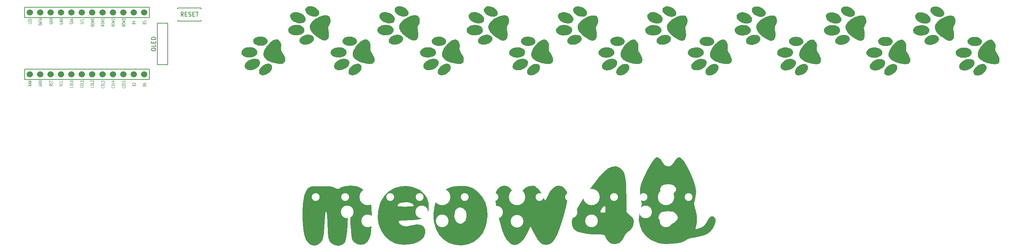
<source format=gto>
G04 #@! TF.GenerationSoftware,KiCad,Pcbnew,(6.0.9)*
G04 #@! TF.CreationDate,2022-11-10T16:14:01+09:00*
G04 #@! TF.ProjectId,meow48,6d656f77-3438-42e6-9b69-6361645f7063,rev?*
G04 #@! TF.SameCoordinates,Original*
G04 #@! TF.FileFunction,Legend,Top*
G04 #@! TF.FilePolarity,Positive*
%FSLAX46Y46*%
G04 Gerber Fmt 4.6, Leading zero omitted, Abs format (unit mm)*
G04 Created by KiCad (PCBNEW (6.0.9)) date 2022-11-10 16:14:01*
%MOMM*%
%LPD*%
G01*
G04 APERTURE LIST*
%ADD10C,0.125000*%
%ADD11C,0.150000*%
%ADD12C,0.300000*%
%ADD13C,1.524000*%
%ADD14C,1.397000*%
%ADD15C,1.900000*%
%ADD16C,3.100000*%
%ADD17C,4.000000*%
%ADD18C,2.200000*%
G04 APERTURE END LIST*
D10*
X33019285Y-73240000D02*
X32269285Y-73240000D01*
X32269285Y-73120952D01*
X32305000Y-73049523D01*
X32376428Y-73001904D01*
X32447857Y-72978095D01*
X32590714Y-72954285D01*
X32697857Y-72954285D01*
X32840714Y-72978095D01*
X32912142Y-73001904D01*
X32983571Y-73049523D01*
X33019285Y-73120952D01*
X33019285Y-73240000D01*
X32805000Y-72763809D02*
X32805000Y-72525714D01*
X33019285Y-72811428D02*
X32269285Y-72644761D01*
X33019285Y-72478095D01*
X32269285Y-72382857D02*
X32269285Y-72097142D01*
X33019285Y-72240000D02*
X32269285Y-72240000D01*
X32805000Y-71954285D02*
X32805000Y-71716190D01*
X33019285Y-72001904D02*
X32269285Y-71835238D01*
X33019285Y-71668571D01*
X30491285Y-87900738D02*
X30134142Y-88067404D01*
X30491285Y-88186452D02*
X29741285Y-88186452D01*
X29741285Y-87995976D01*
X29777000Y-87948357D01*
X29812714Y-87924547D01*
X29884142Y-87900738D01*
X29991285Y-87900738D01*
X30062714Y-87924547D01*
X30098428Y-87948357D01*
X30134142Y-87995976D01*
X30134142Y-88186452D01*
X30277000Y-87710261D02*
X30277000Y-87472166D01*
X30491285Y-87757880D02*
X29741285Y-87591214D01*
X30491285Y-87424547D01*
X29741285Y-87305500D02*
X30491285Y-87186452D01*
X29955571Y-87091214D01*
X30491285Y-86995976D01*
X29741285Y-86876928D01*
X58076428Y-88092380D02*
X58112142Y-88020952D01*
X58147857Y-87997142D01*
X58219285Y-87973333D01*
X58326428Y-87973333D01*
X58397857Y-87997142D01*
X58433571Y-88020952D01*
X58469285Y-88068571D01*
X58469285Y-88259047D01*
X57719285Y-88259047D01*
X57719285Y-88092380D01*
X57755000Y-88044761D01*
X57790714Y-88020952D01*
X57862142Y-87997142D01*
X57933571Y-87997142D01*
X58005000Y-88020952D01*
X58040714Y-88044761D01*
X58076428Y-88092380D01*
X58076428Y-88259047D01*
X57719285Y-87544761D02*
X57719285Y-87640000D01*
X57755000Y-87687619D01*
X57790714Y-87711428D01*
X57897857Y-87759047D01*
X58040714Y-87782857D01*
X58326428Y-87782857D01*
X58397857Y-87759047D01*
X58433571Y-87735238D01*
X58469285Y-87687619D01*
X58469285Y-87592380D01*
X58433571Y-87544761D01*
X58397857Y-87520952D01*
X58326428Y-87497142D01*
X58147857Y-87497142D01*
X58076428Y-87520952D01*
X58040714Y-87544761D01*
X58005000Y-87592380D01*
X58005000Y-87687619D01*
X58040714Y-87735238D01*
X58076428Y-87759047D01*
X58147857Y-87782857D01*
X48247857Y-88387619D02*
X48283571Y-88411428D01*
X48319285Y-88482857D01*
X48319285Y-88530476D01*
X48283571Y-88601904D01*
X48212142Y-88649523D01*
X48140714Y-88673333D01*
X47997857Y-88697142D01*
X47890714Y-88697142D01*
X47747857Y-88673333D01*
X47676428Y-88649523D01*
X47605000Y-88601904D01*
X47569285Y-88530476D01*
X47569285Y-88482857D01*
X47605000Y-88411428D01*
X47640714Y-88387619D01*
X47569285Y-88078095D02*
X47569285Y-87982857D01*
X47605000Y-87935238D01*
X47676428Y-87887619D01*
X47819285Y-87863809D01*
X48069285Y-87863809D01*
X48212142Y-87887619D01*
X48283571Y-87935238D01*
X48319285Y-87982857D01*
X48319285Y-88078095D01*
X48283571Y-88125714D01*
X48212142Y-88173333D01*
X48069285Y-88197142D01*
X47819285Y-88197142D01*
X47676428Y-88173333D01*
X47605000Y-88125714D01*
X47569285Y-88078095D01*
X48319285Y-87411428D02*
X48319285Y-87649523D01*
X47569285Y-87649523D01*
X47569285Y-87292380D02*
X47569285Y-86982857D01*
X47855000Y-87149523D01*
X47855000Y-87078095D01*
X47890714Y-87030476D01*
X47926428Y-87006666D01*
X47997857Y-86982857D01*
X48176428Y-86982857D01*
X48247857Y-87006666D01*
X48283571Y-87030476D01*
X48319285Y-87078095D01*
X48319285Y-87220952D01*
X48283571Y-87268571D01*
X48247857Y-87292380D01*
X55498428Y-72842380D02*
X55534142Y-72770952D01*
X55569857Y-72747142D01*
X55641285Y-72723333D01*
X55748428Y-72723333D01*
X55819857Y-72747142D01*
X55855571Y-72770952D01*
X55891285Y-72818571D01*
X55891285Y-73009047D01*
X55141285Y-73009047D01*
X55141285Y-72842380D01*
X55177000Y-72794761D01*
X55212714Y-72770952D01*
X55284142Y-72747142D01*
X55355571Y-72747142D01*
X55427000Y-72770952D01*
X55462714Y-72794761D01*
X55498428Y-72842380D01*
X55498428Y-73009047D01*
X55391285Y-72294761D02*
X55891285Y-72294761D01*
X55105571Y-72413809D02*
X55641285Y-72532857D01*
X55641285Y-72223333D01*
X32317000Y-87936452D02*
X32281285Y-87984071D01*
X32281285Y-88055500D01*
X32317000Y-88126928D01*
X32388428Y-88174547D01*
X32459857Y-88198357D01*
X32602714Y-88222166D01*
X32709857Y-88222166D01*
X32852714Y-88198357D01*
X32924142Y-88174547D01*
X32995571Y-88126928D01*
X33031285Y-88055500D01*
X33031285Y-88007880D01*
X32995571Y-87936452D01*
X32959857Y-87912642D01*
X32709857Y-87912642D01*
X32709857Y-88007880D01*
X33031285Y-87698357D02*
X32281285Y-87698357D01*
X33031285Y-87412642D01*
X32281285Y-87412642D01*
X33031285Y-87174547D02*
X32281285Y-87174547D01*
X32281285Y-87055500D01*
X32317000Y-86984071D01*
X32388428Y-86936452D01*
X32459857Y-86912642D01*
X32602714Y-86888833D01*
X32709857Y-86888833D01*
X32852714Y-86912642D01*
X32924142Y-86936452D01*
X32995571Y-86984071D01*
X33031285Y-87055500D01*
X33031285Y-87174547D01*
X34920500Y-72696452D02*
X34884785Y-72744071D01*
X34884785Y-72815500D01*
X34920500Y-72886928D01*
X34991928Y-72934547D01*
X35063357Y-72958357D01*
X35206214Y-72982166D01*
X35313357Y-72982166D01*
X35456214Y-72958357D01*
X35527642Y-72934547D01*
X35599071Y-72886928D01*
X35634785Y-72815500D01*
X35634785Y-72767880D01*
X35599071Y-72696452D01*
X35563357Y-72672642D01*
X35313357Y-72672642D01*
X35313357Y-72767880D01*
X35634785Y-72458357D02*
X34884785Y-72458357D01*
X35634785Y-72172642D01*
X34884785Y-72172642D01*
X35634785Y-71934547D02*
X34884785Y-71934547D01*
X34884785Y-71815500D01*
X34920500Y-71744071D01*
X34991928Y-71696452D01*
X35063357Y-71672642D01*
X35206214Y-71648833D01*
X35313357Y-71648833D01*
X35456214Y-71672642D01*
X35527642Y-71696452D01*
X35599071Y-71744071D01*
X35634785Y-71815500D01*
X35634785Y-71934547D01*
X45769285Y-73270952D02*
X45412142Y-73437619D01*
X45769285Y-73556666D02*
X45019285Y-73556666D01*
X45019285Y-73366190D01*
X45055000Y-73318571D01*
X45090714Y-73294761D01*
X45162142Y-73270952D01*
X45269285Y-73270952D01*
X45340714Y-73294761D01*
X45376428Y-73318571D01*
X45412142Y-73366190D01*
X45412142Y-73556666D01*
X45019285Y-72961428D02*
X45019285Y-72866190D01*
X45055000Y-72818571D01*
X45126428Y-72770952D01*
X45269285Y-72747142D01*
X45519285Y-72747142D01*
X45662142Y-72770952D01*
X45733571Y-72818571D01*
X45769285Y-72866190D01*
X45769285Y-72961428D01*
X45733571Y-73009047D01*
X45662142Y-73056666D01*
X45519285Y-73080476D01*
X45269285Y-73080476D01*
X45126428Y-73056666D01*
X45055000Y-73009047D01*
X45019285Y-72961428D01*
X45019285Y-72580476D02*
X45769285Y-72461428D01*
X45233571Y-72366190D01*
X45769285Y-72270952D01*
X45019285Y-72151904D01*
X45019285Y-71866190D02*
X45019285Y-71818571D01*
X45055000Y-71770952D01*
X45090714Y-71747142D01*
X45162142Y-71723333D01*
X45305000Y-71699523D01*
X45483571Y-71699523D01*
X45626428Y-71723333D01*
X45697857Y-71747142D01*
X45733571Y-71770952D01*
X45769285Y-71818571D01*
X45769285Y-71866190D01*
X45733571Y-71913809D01*
X45697857Y-71937619D01*
X45626428Y-71961428D01*
X45483571Y-71985238D01*
X45305000Y-71985238D01*
X45162142Y-71961428D01*
X45090714Y-71937619D01*
X45055000Y-71913809D01*
X45019285Y-71866190D01*
X50819285Y-73270952D02*
X50462142Y-73437619D01*
X50819285Y-73556666D02*
X50069285Y-73556666D01*
X50069285Y-73366190D01*
X50105000Y-73318571D01*
X50140714Y-73294761D01*
X50212142Y-73270952D01*
X50319285Y-73270952D01*
X50390714Y-73294761D01*
X50426428Y-73318571D01*
X50462142Y-73366190D01*
X50462142Y-73556666D01*
X50069285Y-72961428D02*
X50069285Y-72866190D01*
X50105000Y-72818571D01*
X50176428Y-72770952D01*
X50319285Y-72747142D01*
X50569285Y-72747142D01*
X50712142Y-72770952D01*
X50783571Y-72818571D01*
X50819285Y-72866190D01*
X50819285Y-72961428D01*
X50783571Y-73009047D01*
X50712142Y-73056666D01*
X50569285Y-73080476D01*
X50319285Y-73080476D01*
X50176428Y-73056666D01*
X50105000Y-73009047D01*
X50069285Y-72961428D01*
X50069285Y-72580476D02*
X50819285Y-72461428D01*
X50283571Y-72366190D01*
X50819285Y-72270952D01*
X50069285Y-72151904D01*
X50140714Y-71985238D02*
X50105000Y-71961428D01*
X50069285Y-71913809D01*
X50069285Y-71794761D01*
X50105000Y-71747142D01*
X50140714Y-71723333D01*
X50212142Y-71699523D01*
X50283571Y-71699523D01*
X50390714Y-71723333D01*
X50819285Y-72009047D01*
X50819285Y-71699523D01*
X53414785Y-73270952D02*
X53057642Y-73437619D01*
X53414785Y-73556666D02*
X52664785Y-73556666D01*
X52664785Y-73366190D01*
X52700500Y-73318571D01*
X52736214Y-73294761D01*
X52807642Y-73270952D01*
X52914785Y-73270952D01*
X52986214Y-73294761D01*
X53021928Y-73318571D01*
X53057642Y-73366190D01*
X53057642Y-73556666D01*
X52664785Y-72961428D02*
X52664785Y-72866190D01*
X52700500Y-72818571D01*
X52771928Y-72770952D01*
X52914785Y-72747142D01*
X53164785Y-72747142D01*
X53307642Y-72770952D01*
X53379071Y-72818571D01*
X53414785Y-72866190D01*
X53414785Y-72961428D01*
X53379071Y-73009047D01*
X53307642Y-73056666D01*
X53164785Y-73080476D01*
X52914785Y-73080476D01*
X52771928Y-73056666D01*
X52700500Y-73009047D01*
X52664785Y-72961428D01*
X52664785Y-72580476D02*
X53414785Y-72461428D01*
X52879071Y-72366190D01*
X53414785Y-72270952D01*
X52664785Y-72151904D01*
X52664785Y-72009047D02*
X52664785Y-71699523D01*
X52950500Y-71866190D01*
X52950500Y-71794761D01*
X52986214Y-71747142D01*
X53021928Y-71723333D01*
X53093357Y-71699523D01*
X53271928Y-71699523D01*
X53343357Y-71723333D01*
X53379071Y-71747142D01*
X53414785Y-71794761D01*
X53414785Y-71937619D01*
X53379071Y-71985238D01*
X53343357Y-72009047D01*
X48271285Y-73220952D02*
X47914142Y-73387619D01*
X48271285Y-73506666D02*
X47521285Y-73506666D01*
X47521285Y-73316190D01*
X47557000Y-73268571D01*
X47592714Y-73244761D01*
X47664142Y-73220952D01*
X47771285Y-73220952D01*
X47842714Y-73244761D01*
X47878428Y-73268571D01*
X47914142Y-73316190D01*
X47914142Y-73506666D01*
X47521285Y-72911428D02*
X47521285Y-72816190D01*
X47557000Y-72768571D01*
X47628428Y-72720952D01*
X47771285Y-72697142D01*
X48021285Y-72697142D01*
X48164142Y-72720952D01*
X48235571Y-72768571D01*
X48271285Y-72816190D01*
X48271285Y-72911428D01*
X48235571Y-72959047D01*
X48164142Y-73006666D01*
X48021285Y-73030476D01*
X47771285Y-73030476D01*
X47628428Y-73006666D01*
X47557000Y-72959047D01*
X47521285Y-72911428D01*
X47521285Y-72530476D02*
X48271285Y-72411428D01*
X47735571Y-72316190D01*
X48271285Y-72220952D01*
X47521285Y-72101904D01*
X48271285Y-71649523D02*
X48271285Y-71935238D01*
X48271285Y-71792380D02*
X47521285Y-71792380D01*
X47628428Y-71840000D01*
X47699857Y-71887619D01*
X47735571Y-71935238D01*
X43155571Y-72974238D02*
X43191285Y-72902809D01*
X43191285Y-72783761D01*
X43155571Y-72736142D01*
X43119857Y-72712333D01*
X43048428Y-72688523D01*
X42977000Y-72688523D01*
X42905571Y-72712333D01*
X42869857Y-72736142D01*
X42834142Y-72783761D01*
X42798428Y-72879000D01*
X42762714Y-72926619D01*
X42727000Y-72950428D01*
X42655571Y-72974238D01*
X42584142Y-72974238D01*
X42512714Y-72950428D01*
X42477000Y-72926619D01*
X42441285Y-72879000D01*
X42441285Y-72759952D01*
X42477000Y-72688523D01*
X43119857Y-72188523D02*
X43155571Y-72212333D01*
X43191285Y-72283761D01*
X43191285Y-72331380D01*
X43155571Y-72402809D01*
X43084142Y-72450428D01*
X43012714Y-72474238D01*
X42869857Y-72498047D01*
X42762714Y-72498047D01*
X42619857Y-72474238D01*
X42548428Y-72450428D01*
X42477000Y-72402809D01*
X42441285Y-72331380D01*
X42441285Y-72283761D01*
X42477000Y-72212333D01*
X42512714Y-72188523D01*
X43191285Y-71736142D02*
X43191285Y-71974238D01*
X42441285Y-71974238D01*
X45659857Y-88287619D02*
X45695571Y-88311428D01*
X45731285Y-88382857D01*
X45731285Y-88430476D01*
X45695571Y-88501904D01*
X45624142Y-88549523D01*
X45552714Y-88573333D01*
X45409857Y-88597142D01*
X45302714Y-88597142D01*
X45159857Y-88573333D01*
X45088428Y-88549523D01*
X45017000Y-88501904D01*
X44981285Y-88430476D01*
X44981285Y-88382857D01*
X45017000Y-88311428D01*
X45052714Y-88287619D01*
X44981285Y-87978095D02*
X44981285Y-87882857D01*
X45017000Y-87835238D01*
X45088428Y-87787619D01*
X45231285Y-87763809D01*
X45481285Y-87763809D01*
X45624142Y-87787619D01*
X45695571Y-87835238D01*
X45731285Y-87882857D01*
X45731285Y-87978095D01*
X45695571Y-88025714D01*
X45624142Y-88073333D01*
X45481285Y-88097142D01*
X45231285Y-88097142D01*
X45088428Y-88073333D01*
X45017000Y-88025714D01*
X44981285Y-87978095D01*
X45731285Y-87311428D02*
X45731285Y-87549523D01*
X44981285Y-87549523D01*
X45052714Y-87168571D02*
X45017000Y-87144761D01*
X44981285Y-87097142D01*
X44981285Y-86978095D01*
X45017000Y-86930476D01*
X45052714Y-86906666D01*
X45124142Y-86882857D01*
X45195571Y-86882857D01*
X45302714Y-86906666D01*
X45731285Y-87192380D01*
X45731285Y-86882857D01*
X37361285Y-88222166D02*
X38111285Y-88055500D01*
X37361285Y-87888833D01*
X38039857Y-87436452D02*
X38075571Y-87460261D01*
X38111285Y-87531690D01*
X38111285Y-87579309D01*
X38075571Y-87650738D01*
X38004142Y-87698357D01*
X37932714Y-87722166D01*
X37789857Y-87745976D01*
X37682714Y-87745976D01*
X37539857Y-87722166D01*
X37468428Y-87698357D01*
X37397000Y-87650738D01*
X37361285Y-87579309D01*
X37361285Y-87531690D01*
X37397000Y-87460261D01*
X37432714Y-87436452D01*
X38039857Y-86936452D02*
X38075571Y-86960261D01*
X38111285Y-87031690D01*
X38111285Y-87079309D01*
X38075571Y-87150738D01*
X38004142Y-87198357D01*
X37932714Y-87222166D01*
X37789857Y-87245976D01*
X37682714Y-87245976D01*
X37539857Y-87222166D01*
X37468428Y-87198357D01*
X37397000Y-87150738D01*
X37361285Y-87079309D01*
X37361285Y-87031690D01*
X37397000Y-86960261D01*
X37432714Y-86936452D01*
X43119857Y-88237619D02*
X43155571Y-88261428D01*
X43191285Y-88332857D01*
X43191285Y-88380476D01*
X43155571Y-88451904D01*
X43084142Y-88499523D01*
X43012714Y-88523333D01*
X42869857Y-88547142D01*
X42762714Y-88547142D01*
X42619857Y-88523333D01*
X42548428Y-88499523D01*
X42477000Y-88451904D01*
X42441285Y-88380476D01*
X42441285Y-88332857D01*
X42477000Y-88261428D01*
X42512714Y-88237619D01*
X42441285Y-87928095D02*
X42441285Y-87832857D01*
X42477000Y-87785238D01*
X42548428Y-87737619D01*
X42691285Y-87713809D01*
X42941285Y-87713809D01*
X43084142Y-87737619D01*
X43155571Y-87785238D01*
X43191285Y-87832857D01*
X43191285Y-87928095D01*
X43155571Y-87975714D01*
X43084142Y-88023333D01*
X42941285Y-88047142D01*
X42691285Y-88047142D01*
X42548428Y-88023333D01*
X42477000Y-87975714D01*
X42441285Y-87928095D01*
X43191285Y-87261428D02*
X43191285Y-87499523D01*
X42441285Y-87499523D01*
X43191285Y-86832857D02*
X43191285Y-87118571D01*
X43191285Y-86975714D02*
X42441285Y-86975714D01*
X42548428Y-87023333D01*
X42619857Y-87070952D01*
X42655571Y-87118571D01*
X55526428Y-87992380D02*
X55562142Y-87920952D01*
X55597857Y-87897142D01*
X55669285Y-87873333D01*
X55776428Y-87873333D01*
X55847857Y-87897142D01*
X55883571Y-87920952D01*
X55919285Y-87968571D01*
X55919285Y-88159047D01*
X55169285Y-88159047D01*
X55169285Y-87992380D01*
X55205000Y-87944761D01*
X55240714Y-87920952D01*
X55312142Y-87897142D01*
X55383571Y-87897142D01*
X55455000Y-87920952D01*
X55490714Y-87944761D01*
X55526428Y-87992380D01*
X55526428Y-88159047D01*
X55240714Y-87682857D02*
X55205000Y-87659047D01*
X55169285Y-87611428D01*
X55169285Y-87492380D01*
X55205000Y-87444761D01*
X55240714Y-87420952D01*
X55312142Y-87397142D01*
X55383571Y-87397142D01*
X55490714Y-87420952D01*
X55919285Y-87706666D01*
X55919285Y-87397142D01*
X30491285Y-72661428D02*
X30491285Y-72899523D01*
X29741285Y-72899523D01*
X30098428Y-72494761D02*
X30098428Y-72328095D01*
X30491285Y-72256666D02*
X30491285Y-72494761D01*
X29741285Y-72494761D01*
X29741285Y-72256666D01*
X30491285Y-72042380D02*
X29741285Y-72042380D01*
X29741285Y-71923333D01*
X29777000Y-71851904D01*
X29848428Y-71804285D01*
X29919857Y-71780476D01*
X30062714Y-71756666D01*
X30169857Y-71756666D01*
X30312714Y-71780476D01*
X30384142Y-71804285D01*
X30455571Y-71851904D01*
X30491285Y-71923333D01*
X30491285Y-72042380D01*
D11*
D10*
X58101928Y-72842380D02*
X58137642Y-72770952D01*
X58173357Y-72747142D01*
X58244785Y-72723333D01*
X58351928Y-72723333D01*
X58423357Y-72747142D01*
X58459071Y-72770952D01*
X58494785Y-72818571D01*
X58494785Y-73009047D01*
X57744785Y-73009047D01*
X57744785Y-72842380D01*
X57780500Y-72794761D01*
X57816214Y-72770952D01*
X57887642Y-72747142D01*
X57959071Y-72747142D01*
X58030500Y-72770952D01*
X58066214Y-72794761D01*
X58101928Y-72842380D01*
X58101928Y-73009047D01*
X57744785Y-72270952D02*
X57744785Y-72509047D01*
X58101928Y-72532857D01*
X58066214Y-72509047D01*
X58030500Y-72461428D01*
X58030500Y-72342380D01*
X58066214Y-72294761D01*
X58101928Y-72270952D01*
X58173357Y-72247142D01*
X58351928Y-72247142D01*
X58423357Y-72270952D01*
X58459071Y-72294761D01*
X58494785Y-72342380D01*
X58494785Y-72461428D01*
X58459071Y-72509047D01*
X58423357Y-72532857D01*
X53343357Y-88337619D02*
X53379071Y-88361428D01*
X53414785Y-88432857D01*
X53414785Y-88480476D01*
X53379071Y-88551904D01*
X53307642Y-88599523D01*
X53236214Y-88623333D01*
X53093357Y-88647142D01*
X52986214Y-88647142D01*
X52843357Y-88623333D01*
X52771928Y-88599523D01*
X52700500Y-88551904D01*
X52664785Y-88480476D01*
X52664785Y-88432857D01*
X52700500Y-88361428D01*
X52736214Y-88337619D01*
X52664785Y-88028095D02*
X52664785Y-87932857D01*
X52700500Y-87885238D01*
X52771928Y-87837619D01*
X52914785Y-87813809D01*
X53164785Y-87813809D01*
X53307642Y-87837619D01*
X53379071Y-87885238D01*
X53414785Y-87932857D01*
X53414785Y-88028095D01*
X53379071Y-88075714D01*
X53307642Y-88123333D01*
X53164785Y-88147142D01*
X52914785Y-88147142D01*
X52771928Y-88123333D01*
X52700500Y-88075714D01*
X52664785Y-88028095D01*
X53414785Y-87361428D02*
X53414785Y-87599523D01*
X52664785Y-87599523D01*
X52664785Y-86956666D02*
X52664785Y-87194761D01*
X53021928Y-87218571D01*
X52986214Y-87194761D01*
X52950500Y-87147142D01*
X52950500Y-87028095D01*
X52986214Y-86980476D01*
X53021928Y-86956666D01*
X53093357Y-86932857D01*
X53271928Y-86932857D01*
X53343357Y-86956666D01*
X53379071Y-86980476D01*
X53414785Y-87028095D01*
X53414785Y-87147142D01*
X53379071Y-87194761D01*
X53343357Y-87218571D01*
X37460500Y-72759952D02*
X37424785Y-72807571D01*
X37424785Y-72879000D01*
X37460500Y-72950428D01*
X37531928Y-72998047D01*
X37603357Y-73021857D01*
X37746214Y-73045666D01*
X37853357Y-73045666D01*
X37996214Y-73021857D01*
X38067642Y-72998047D01*
X38139071Y-72950428D01*
X38174785Y-72879000D01*
X38174785Y-72831380D01*
X38139071Y-72759952D01*
X38103357Y-72736142D01*
X37853357Y-72736142D01*
X37853357Y-72831380D01*
X38174785Y-72521857D02*
X37424785Y-72521857D01*
X38174785Y-72236142D01*
X37424785Y-72236142D01*
X38174785Y-71998047D02*
X37424785Y-71998047D01*
X37424785Y-71879000D01*
X37460500Y-71807571D01*
X37531928Y-71759952D01*
X37603357Y-71736142D01*
X37746214Y-71712333D01*
X37853357Y-71712333D01*
X37996214Y-71736142D01*
X38067642Y-71759952D01*
X38139071Y-71807571D01*
X38174785Y-71879000D01*
X38174785Y-71998047D01*
X35634785Y-87829309D02*
X35277642Y-87995976D01*
X35634785Y-88115023D02*
X34884785Y-88115023D01*
X34884785Y-87924547D01*
X34920500Y-87876928D01*
X34956214Y-87853119D01*
X35027642Y-87829309D01*
X35134785Y-87829309D01*
X35206214Y-87853119D01*
X35241928Y-87876928D01*
X35277642Y-87924547D01*
X35277642Y-88115023D01*
X35599071Y-87638833D02*
X35634785Y-87567404D01*
X35634785Y-87448357D01*
X35599071Y-87400738D01*
X35563357Y-87376928D01*
X35491928Y-87353119D01*
X35420500Y-87353119D01*
X35349071Y-87376928D01*
X35313357Y-87400738D01*
X35277642Y-87448357D01*
X35241928Y-87543595D01*
X35206214Y-87591214D01*
X35170500Y-87615023D01*
X35099071Y-87638833D01*
X35027642Y-87638833D01*
X34956214Y-87615023D01*
X34920500Y-87591214D01*
X34884785Y-87543595D01*
X34884785Y-87424547D01*
X34920500Y-87353119D01*
X34884785Y-87210261D02*
X34884785Y-86924547D01*
X35634785Y-87067404D02*
X34884785Y-87067404D01*
X40615571Y-72986142D02*
X40651285Y-72914714D01*
X40651285Y-72795666D01*
X40615571Y-72748047D01*
X40579857Y-72724238D01*
X40508428Y-72700428D01*
X40437000Y-72700428D01*
X40365571Y-72724238D01*
X40329857Y-72748047D01*
X40294142Y-72795666D01*
X40258428Y-72890904D01*
X40222714Y-72938523D01*
X40187000Y-72962333D01*
X40115571Y-72986142D01*
X40044142Y-72986142D01*
X39972714Y-72962333D01*
X39937000Y-72938523D01*
X39901285Y-72890904D01*
X39901285Y-72771857D01*
X39937000Y-72700428D01*
X40651285Y-72486142D02*
X39901285Y-72486142D01*
X39901285Y-72367095D01*
X39937000Y-72295666D01*
X40008428Y-72248047D01*
X40079857Y-72224238D01*
X40222714Y-72200428D01*
X40329857Y-72200428D01*
X40472714Y-72224238D01*
X40544142Y-72248047D01*
X40615571Y-72295666D01*
X40651285Y-72367095D01*
X40651285Y-72486142D01*
X40437000Y-72009952D02*
X40437000Y-71771857D01*
X40651285Y-72057571D02*
X39901285Y-71890904D01*
X40651285Y-71724238D01*
X40597857Y-88287619D02*
X40633571Y-88311428D01*
X40669285Y-88382857D01*
X40669285Y-88430476D01*
X40633571Y-88501904D01*
X40562142Y-88549523D01*
X40490714Y-88573333D01*
X40347857Y-88597142D01*
X40240714Y-88597142D01*
X40097857Y-88573333D01*
X40026428Y-88549523D01*
X39955000Y-88501904D01*
X39919285Y-88430476D01*
X39919285Y-88382857D01*
X39955000Y-88311428D01*
X39990714Y-88287619D01*
X39919285Y-87978095D02*
X39919285Y-87882857D01*
X39955000Y-87835238D01*
X40026428Y-87787619D01*
X40169285Y-87763809D01*
X40419285Y-87763809D01*
X40562142Y-87787619D01*
X40633571Y-87835238D01*
X40669285Y-87882857D01*
X40669285Y-87978095D01*
X40633571Y-88025714D01*
X40562142Y-88073333D01*
X40419285Y-88097142D01*
X40169285Y-88097142D01*
X40026428Y-88073333D01*
X39955000Y-88025714D01*
X39919285Y-87978095D01*
X40669285Y-87311428D02*
X40669285Y-87549523D01*
X39919285Y-87549523D01*
X39919285Y-87049523D02*
X39919285Y-87001904D01*
X39955000Y-86954285D01*
X39990714Y-86930476D01*
X40062142Y-86906666D01*
X40205000Y-86882857D01*
X40383571Y-86882857D01*
X40526428Y-86906666D01*
X40597857Y-86930476D01*
X40633571Y-86954285D01*
X40669285Y-87001904D01*
X40669285Y-87049523D01*
X40633571Y-87097142D01*
X40597857Y-87120952D01*
X40526428Y-87144761D01*
X40383571Y-87168571D01*
X40205000Y-87168571D01*
X40062142Y-87144761D01*
X39990714Y-87120952D01*
X39955000Y-87097142D01*
X39919285Y-87049523D01*
X50747857Y-88337619D02*
X50783571Y-88361428D01*
X50819285Y-88432857D01*
X50819285Y-88480476D01*
X50783571Y-88551904D01*
X50712142Y-88599523D01*
X50640714Y-88623333D01*
X50497857Y-88647142D01*
X50390714Y-88647142D01*
X50247857Y-88623333D01*
X50176428Y-88599523D01*
X50105000Y-88551904D01*
X50069285Y-88480476D01*
X50069285Y-88432857D01*
X50105000Y-88361428D01*
X50140714Y-88337619D01*
X50069285Y-88028095D02*
X50069285Y-87932857D01*
X50105000Y-87885238D01*
X50176428Y-87837619D01*
X50319285Y-87813809D01*
X50569285Y-87813809D01*
X50712142Y-87837619D01*
X50783571Y-87885238D01*
X50819285Y-87932857D01*
X50819285Y-88028095D01*
X50783571Y-88075714D01*
X50712142Y-88123333D01*
X50569285Y-88147142D01*
X50319285Y-88147142D01*
X50176428Y-88123333D01*
X50105000Y-88075714D01*
X50069285Y-88028095D01*
X50819285Y-87361428D02*
X50819285Y-87599523D01*
X50069285Y-87599523D01*
X50319285Y-86980476D02*
X50819285Y-86980476D01*
X50033571Y-87099523D02*
X50569285Y-87218571D01*
X50569285Y-86909047D01*
D12*
X145107428Y-116348000D02*
X144962285Y-116275428D01*
X144744571Y-116275428D01*
X144526857Y-116348000D01*
X144381714Y-116493142D01*
X144309142Y-116638285D01*
X144236571Y-116928571D01*
X144236571Y-117146285D01*
X144309142Y-117436571D01*
X144381714Y-117581714D01*
X144526857Y-117726857D01*
X144744571Y-117799428D01*
X144889714Y-117799428D01*
X145107428Y-117726857D01*
X145180000Y-117654285D01*
X145180000Y-117146285D01*
X144889714Y-117146285D01*
X146050857Y-116275428D02*
X146050857Y-116638285D01*
X145688000Y-116493142D02*
X146050857Y-116638285D01*
X146413714Y-116493142D01*
X145833142Y-116928571D02*
X146050857Y-116638285D01*
X146268571Y-116928571D01*
X147212000Y-116275428D02*
X147212000Y-116638285D01*
X146849142Y-116493142D02*
X147212000Y-116638285D01*
X147574857Y-116493142D01*
X146994285Y-116928571D02*
X147212000Y-116638285D01*
X147429714Y-116928571D01*
X148373142Y-116275428D02*
X148373142Y-116638285D01*
X148010285Y-116493142D02*
X148373142Y-116638285D01*
X148736000Y-116493142D01*
X148155428Y-116928571D02*
X148373142Y-116638285D01*
X148590857Y-116928571D01*
D11*
X67669619Y-71137380D02*
X67336285Y-70661190D01*
X67098190Y-71137380D02*
X67098190Y-70137380D01*
X67479142Y-70137380D01*
X67574380Y-70185000D01*
X67622000Y-70232619D01*
X67669619Y-70327857D01*
X67669619Y-70470714D01*
X67622000Y-70565952D01*
X67574380Y-70613571D01*
X67479142Y-70661190D01*
X67098190Y-70661190D01*
X68098190Y-70613571D02*
X68431523Y-70613571D01*
X68574380Y-71137380D02*
X68098190Y-71137380D01*
X68098190Y-70137380D01*
X68574380Y-70137380D01*
X68955333Y-71089761D02*
X69098190Y-71137380D01*
X69336285Y-71137380D01*
X69431523Y-71089761D01*
X69479142Y-71042142D01*
X69526761Y-70946904D01*
X69526761Y-70851666D01*
X69479142Y-70756428D01*
X69431523Y-70708809D01*
X69336285Y-70661190D01*
X69145809Y-70613571D01*
X69050571Y-70565952D01*
X69002952Y-70518333D01*
X68955333Y-70423095D01*
X68955333Y-70327857D01*
X69002952Y-70232619D01*
X69050571Y-70185000D01*
X69145809Y-70137380D01*
X69383904Y-70137380D01*
X69526761Y-70185000D01*
X69955333Y-70613571D02*
X70288666Y-70613571D01*
X70431523Y-71137380D02*
X69955333Y-71137380D01*
X69955333Y-70137380D01*
X70431523Y-70137380D01*
X70717238Y-70137380D02*
X71288666Y-70137380D01*
X71002952Y-71137380D02*
X71002952Y-70137380D01*
X59882380Y-79382380D02*
X59882380Y-79191904D01*
X59930000Y-79096666D01*
X60025238Y-79001428D01*
X60215714Y-78953809D01*
X60549047Y-78953809D01*
X60739523Y-79001428D01*
X60834761Y-79096666D01*
X60882380Y-79191904D01*
X60882380Y-79382380D01*
X60834761Y-79477619D01*
X60739523Y-79572857D01*
X60549047Y-79620476D01*
X60215714Y-79620476D01*
X60025238Y-79572857D01*
X59930000Y-79477619D01*
X59882380Y-79382380D01*
X60882380Y-78049047D02*
X60882380Y-78525238D01*
X59882380Y-78525238D01*
X60358571Y-77715714D02*
X60358571Y-77382380D01*
X60882380Y-77239523D02*
X60882380Y-77715714D01*
X59882380Y-77715714D01*
X59882380Y-77239523D01*
X60882380Y-76810952D02*
X59882380Y-76810952D01*
X59882380Y-76572857D01*
X59930000Y-76430000D01*
X60025238Y-76334761D01*
X60120476Y-76287142D01*
X60310952Y-76239523D01*
X60453809Y-76239523D01*
X60644285Y-76287142D01*
X60739523Y-76334761D01*
X60834761Y-76430000D01*
X60882380Y-76572857D01*
X60882380Y-76810952D01*
X28882000Y-71453600D02*
X28882000Y-68913600D01*
X28882000Y-86673600D02*
X28882000Y-84133600D01*
X59362000Y-84133600D02*
X59362000Y-86673600D01*
X59362000Y-68913600D02*
X59362000Y-71453600D01*
X59362000Y-71453600D02*
X28882000Y-71453600D01*
X28882000Y-84133600D02*
X59362000Y-84133600D01*
X28882000Y-68913600D02*
X59362000Y-68913600D01*
X59362000Y-86673600D02*
X28882000Y-86673600D01*
G36*
X179320047Y-118392278D02*
G01*
X179549641Y-117656399D01*
X179635694Y-117120751D01*
X179586005Y-116586401D01*
X179418115Y-115891028D01*
X179199512Y-114666290D01*
X179224717Y-113605810D01*
X184176470Y-113605810D01*
X184326322Y-114198016D01*
X184795061Y-114571955D01*
X185611467Y-114745063D01*
X186084913Y-114762101D01*
X186891171Y-114707109D01*
X187418116Y-114517271D01*
X187644958Y-114335211D01*
X188008224Y-113829688D01*
X187995758Y-113338506D01*
X187663816Y-112811378D01*
X187342405Y-112508258D01*
X186918706Y-112356065D01*
X186246359Y-112308508D01*
X186070599Y-112307479D01*
X185113454Y-112399403D01*
X184507963Y-112692357D01*
X184216523Y-113212117D01*
X184176470Y-113605810D01*
X179224717Y-113605810D01*
X179228114Y-113462907D01*
X179519644Y-112182153D01*
X180089828Y-110725304D01*
X180318673Y-110236868D01*
X181032008Y-108826756D01*
X181707362Y-107618980D01*
X182314627Y-106660729D01*
X182823696Y-105999197D01*
X183204463Y-105681574D01*
X183231262Y-105671517D01*
X183727323Y-105727959D01*
X184277108Y-106179441D01*
X184852404Y-107002050D01*
X184900507Y-107086418D01*
X185260900Y-107609641D01*
X185657779Y-107841010D01*
X186067009Y-107891626D01*
X186508424Y-107867132D01*
X186844558Y-107696679D01*
X187192939Y-107294945D01*
X187487470Y-106860433D01*
X188020383Y-106135358D01*
X188491624Y-105738427D01*
X188942398Y-105683341D01*
X189413915Y-105983801D01*
X189947381Y-106653511D01*
X190584004Y-107706172D01*
X190709680Y-107931849D01*
X191686752Y-109832798D01*
X192371467Y-111484519D01*
X192776162Y-112936783D01*
X192913170Y-114239360D01*
X192794826Y-115442019D01*
X192682679Y-115892807D01*
X192501763Y-116567430D01*
X192442761Y-117063815D01*
X192513005Y-117561544D01*
X192719827Y-118240200D01*
X192786598Y-118438148D01*
X193109925Y-120011241D01*
X193077985Y-121690283D01*
X192845017Y-122851116D01*
X192782305Y-123199466D01*
X192944362Y-123284487D01*
X193321502Y-123208823D01*
X194239904Y-122905068D01*
X194872186Y-122469120D01*
X195358677Y-121788283D01*
X195542437Y-121425197D01*
X196038948Y-120607369D01*
X196559518Y-120177748D01*
X197080372Y-120150874D01*
X197359494Y-120313982D01*
X197655534Y-120814267D01*
X197673720Y-121511888D01*
X197450150Y-122314926D01*
X197020926Y-123131463D01*
X196422147Y-123869581D01*
X195755257Y-124398728D01*
X195062330Y-124719266D01*
X194122982Y-125028301D01*
X193116101Y-125277581D01*
X192220573Y-125418849D01*
X191916005Y-125434370D01*
X191263087Y-125561728D01*
X190621529Y-125869904D01*
X190597323Y-125886803D01*
X189984400Y-126234455D01*
X189222857Y-126554777D01*
X188982971Y-126633862D01*
X188105368Y-126802856D01*
X186972189Y-126890624D01*
X185742041Y-126897597D01*
X184573528Y-126824204D01*
X183625254Y-126670875D01*
X183437104Y-126618831D01*
X181868252Y-125944302D01*
X180631152Y-125002699D01*
X179720491Y-123788907D01*
X179199224Y-122539696D01*
X178921786Y-121035360D01*
X178949779Y-120603092D01*
X183703345Y-120603092D01*
X184031876Y-121200885D01*
X184198539Y-121380453D01*
X184634414Y-121758416D01*
X185075460Y-121949869D01*
X185695683Y-122015040D01*
X186044117Y-122019244D01*
X186790936Y-121988089D01*
X187285581Y-121855412D01*
X187700625Y-121562399D01*
X187874822Y-121395327D01*
X188348523Y-120822525D01*
X188458860Y-120336195D01*
X188213113Y-119811015D01*
X187983607Y-119523163D01*
X187659368Y-119195401D01*
X187310238Y-119015032D01*
X186798620Y-118939026D01*
X186068527Y-118924286D01*
X185234281Y-118952918D01*
X184700364Y-119058290D01*
X184342868Y-119269619D01*
X184258067Y-119351177D01*
X183778100Y-120008436D01*
X183703345Y-120603092D01*
X178949779Y-120603092D01*
X179019280Y-119529837D01*
X179320047Y-118392278D01*
G37*
G36*
X109565837Y-112723599D02*
G01*
X110136092Y-112832292D01*
X111128958Y-113300321D01*
X112079246Y-114095389D01*
X112625024Y-114708095D01*
X113034192Y-115354257D01*
X113325117Y-116106561D01*
X113516166Y-117037692D01*
X113625706Y-118220337D01*
X113672105Y-119727179D01*
X113677053Y-120418404D01*
X113644679Y-122276726D01*
X113530794Y-123760599D01*
X113326553Y-124916234D01*
X113023112Y-125789844D01*
X112611627Y-126427639D01*
X112505204Y-126541415D01*
X111759483Y-127017476D01*
X110909142Y-127141101D01*
X110056795Y-126933068D01*
X109305058Y-126414155D01*
X108851697Y-125801625D01*
X108757756Y-125434303D01*
X108662396Y-124728359D01*
X108574567Y-123771934D01*
X108503219Y-122653171D01*
X108479516Y-122136245D01*
X108416192Y-120903089D01*
X108338257Y-119924185D01*
X108251342Y-119252267D01*
X108161078Y-118940067D01*
X108136554Y-118924286D01*
X108046202Y-119128518D01*
X107953067Y-119704555D01*
X107863467Y-120597409D01*
X107783720Y-121752089D01*
X107759285Y-122208314D01*
X107662945Y-123758907D01*
X107538574Y-124939427D01*
X107370575Y-125806513D01*
X107143348Y-126416800D01*
X106841294Y-126826927D01*
X106448816Y-127093531D01*
X106408662Y-127112359D01*
X105672161Y-127330334D01*
X104919102Y-127264747D01*
X104280000Y-127042892D01*
X103680432Y-126661796D01*
X103267789Y-126064929D01*
X103019607Y-125193833D01*
X102913418Y-123990052D01*
X102905625Y-123466856D01*
X102886035Y-122302097D01*
X102834126Y-121189944D01*
X102757194Y-120208326D01*
X102662532Y-119435170D01*
X102557435Y-118948406D01*
X102470443Y-118817564D01*
X102396682Y-119016961D01*
X102315766Y-119559644D01*
X102237576Y-120362345D01*
X102172868Y-121325547D01*
X102086432Y-122834596D01*
X102004051Y-123981701D01*
X101912574Y-124831459D01*
X101798848Y-125448471D01*
X101649722Y-125897336D01*
X101452043Y-126242652D01*
X101192661Y-126549018D01*
X101087574Y-126656291D01*
X100324810Y-127205927D01*
X99527809Y-127335957D01*
X98648149Y-127053431D01*
X98586048Y-127020463D01*
X98111003Y-126623196D01*
X97667368Y-126036522D01*
X97582418Y-125883626D01*
X97250822Y-124965547D01*
X96996727Y-123713163D01*
X96826037Y-122213017D01*
X96744659Y-120551648D01*
X96758496Y-118815598D01*
X96873455Y-117091406D01*
X96941210Y-116486448D01*
X97199182Y-115034261D01*
X97570075Y-113970033D01*
X98072143Y-113265463D01*
X98723639Y-112892248D01*
X99310494Y-112812755D01*
X100064193Y-112806029D01*
X100772689Y-112792616D01*
X101972523Y-112768617D01*
X102838249Y-112773805D01*
X103462135Y-112816412D01*
X103936449Y-112904671D01*
X104353459Y-113046816D01*
X104543794Y-113129107D01*
X105105372Y-113361588D01*
X105462387Y-113408810D01*
X105793131Y-113274351D01*
X105977296Y-113157886D01*
X106625109Y-112896986D01*
X107540246Y-112729722D01*
X108571043Y-112667969D01*
X109565837Y-112723599D01*
G37*
G36*
X128774254Y-119387761D02*
G01*
X129042382Y-117544136D01*
X129632076Y-115952401D01*
X130531881Y-114632691D01*
X131730343Y-113605146D01*
X132230324Y-113311877D01*
X132809822Y-113033208D01*
X133345435Y-112861501D01*
X133972486Y-112771801D01*
X134826297Y-112739155D01*
X135350840Y-112736422D01*
X136359898Y-112750698D01*
X137077869Y-112810165D01*
X137640074Y-112939777D01*
X138181836Y-113164489D01*
X138471356Y-113311877D01*
X139714802Y-114198396D01*
X140706255Y-115381606D01*
X141426013Y-116800043D01*
X141854377Y-118392244D01*
X141971648Y-120096744D01*
X141758124Y-121852080D01*
X141505392Y-122778070D01*
X140805121Y-124272595D01*
X139802617Y-125502654D01*
X138553850Y-126436006D01*
X137114788Y-127040409D01*
X135541397Y-127283622D01*
X133930093Y-127141932D01*
X132403374Y-126622478D01*
X131112400Y-125767364D01*
X130080011Y-124610942D01*
X129329047Y-123187562D01*
X128882349Y-121531574D01*
X128800579Y-120263765D01*
X133871180Y-120263765D01*
X134075059Y-121043064D01*
X134380634Y-121495333D01*
X135013830Y-121935259D01*
X135639007Y-121954461D01*
X136208484Y-121632146D01*
X136614233Y-121059574D01*
X136809384Y-120271228D01*
X136782648Y-119428842D01*
X136522736Y-118694151D01*
X136423568Y-118550757D01*
X135860243Y-118105203D01*
X135192501Y-117951648D01*
X134582373Y-118127134D01*
X134133658Y-118658519D01*
X133893653Y-119419823D01*
X133871180Y-120263765D01*
X128800579Y-120263765D01*
X128762755Y-119677329D01*
X128774254Y-119387761D01*
G37*
G36*
X164876146Y-116567624D02*
G01*
X165912582Y-114990921D01*
X167013765Y-113416835D01*
X168119199Y-111930861D01*
X169168387Y-110618494D01*
X170100834Y-109565230D01*
X170411536Y-109251131D01*
X171474171Y-108406337D01*
X172492595Y-107962725D01*
X173445831Y-107922394D01*
X174312898Y-108287442D01*
X174873877Y-108804610D01*
X175219959Y-109330855D01*
X175486207Y-110029182D01*
X175680249Y-110949886D01*
X175809717Y-112143259D01*
X175882240Y-113659594D01*
X175905448Y-115549183D01*
X175905462Y-115604366D01*
X175905462Y-119079730D01*
X176807754Y-119880444D01*
X177344358Y-120402227D01*
X177615646Y-120832315D01*
X177705740Y-121324227D01*
X177710046Y-121527076D01*
X177508627Y-122559974D01*
X176939666Y-123428387D01*
X176323173Y-123905988D01*
X175781384Y-124411187D01*
X175364202Y-125163928D01*
X174836903Y-126119870D01*
X174117487Y-126701096D01*
X173183253Y-126924727D01*
X173024270Y-126928488D01*
X172269645Y-126835254D01*
X171704354Y-126504169D01*
X171582563Y-126389393D01*
X171121668Y-125817900D01*
X170780502Y-125215443D01*
X170634880Y-124902435D01*
X170451233Y-124714036D01*
X170129856Y-124618483D01*
X169571046Y-124584018D01*
X168782508Y-124578976D01*
X167345435Y-124528530D01*
X165985636Y-124390343D01*
X164808145Y-124180132D01*
X163917991Y-123913611D01*
X163714204Y-123820669D01*
X162983065Y-123231486D01*
X162600500Y-122413244D01*
X162568698Y-121386386D01*
X162889850Y-120171356D01*
X163239499Y-119386898D01*
X163392750Y-119106899D01*
X169549487Y-119106899D01*
X169773876Y-119226708D01*
X170142437Y-119244454D01*
X170553025Y-119210739D01*
X170735549Y-119028035D01*
X170781763Y-118574005D01*
X170782773Y-118390673D01*
X170722485Y-117776654D01*
X170542629Y-117572278D01*
X170244710Y-117777826D01*
X169926652Y-118230589D01*
X169606222Y-118802152D01*
X169549487Y-119106899D01*
X163392750Y-119106899D01*
X163964952Y-118061448D01*
X164876146Y-116567624D01*
G37*
G36*
X115968440Y-116323123D02*
G01*
X116810647Y-115000462D01*
X117923203Y-113956540D01*
X119237962Y-113209987D01*
X120686779Y-112779433D01*
X122201507Y-112683510D01*
X123714000Y-112940848D01*
X125156112Y-113570076D01*
X125423914Y-113738091D01*
X126496878Y-114619510D01*
X127190750Y-115623335D01*
X127551040Y-116827817D01*
X127619514Y-117513302D01*
X127589617Y-118623463D01*
X127351344Y-119490064D01*
X126866620Y-120141082D01*
X126097370Y-120604493D01*
X125005518Y-120908276D01*
X123552989Y-121080405D01*
X122704201Y-121124938D01*
X121726697Y-121168752D01*
X120927333Y-121218882D01*
X120389421Y-121269097D01*
X120196218Y-121312526D01*
X120374071Y-121749693D01*
X120817938Y-122190951D01*
X121255757Y-122442950D01*
X121683033Y-122572924D01*
X122154419Y-122584422D01*
X122807408Y-122470302D01*
X123363087Y-122333508D01*
X124616603Y-122108162D01*
X125568688Y-122168917D01*
X126240895Y-122522741D01*
X126654780Y-123176602D01*
X126729121Y-123421565D01*
X126746899Y-124323065D01*
X126377731Y-125201252D01*
X125659769Y-125993740D01*
X124818479Y-126545784D01*
X123978600Y-126837898D01*
X122880115Y-127027028D01*
X121680822Y-127104227D01*
X120538518Y-127060548D01*
X119611002Y-126887045D01*
X119495604Y-126847582D01*
X118079389Y-126106853D01*
X116917443Y-125065813D01*
X116028423Y-123780133D01*
X115430986Y-122305483D01*
X115143791Y-120697533D01*
X115185493Y-119011955D01*
X115547290Y-117424886D01*
X119982773Y-117424886D01*
X120054295Y-117583656D01*
X120318288Y-117682350D01*
X120848887Y-117733612D01*
X121720231Y-117750085D01*
X121891184Y-117750337D01*
X122752480Y-117729476D01*
X123441540Y-117673674D01*
X123854460Y-117593102D01*
X123922486Y-117551496D01*
X123889199Y-117276665D01*
X123533600Y-117008893D01*
X122958259Y-116796619D01*
X122265745Y-116688280D01*
X122083629Y-116683110D01*
X121132028Y-116753545D01*
X120426460Y-116948345D01*
X120037049Y-117242750D01*
X119982773Y-117424886D01*
X115547290Y-117424886D01*
X115574752Y-117304420D01*
X115968440Y-116323123D01*
G37*
G36*
X160211261Y-112817394D02*
G01*
X160891332Y-113347193D01*
X161344403Y-114157880D01*
X161532578Y-115190294D01*
X161490817Y-115982173D01*
X161295316Y-117078487D01*
X160989413Y-118434044D01*
X160610019Y-119907417D01*
X160194044Y-121357182D01*
X159778399Y-122641912D01*
X159682572Y-122910588D01*
X159067742Y-124448961D01*
X158475334Y-125601516D01*
X157874194Y-126405950D01*
X157233169Y-126899960D01*
X156521102Y-127121243D01*
X156185651Y-127141933D01*
X155428396Y-126986701D01*
X154726651Y-126500554D01*
X154049310Y-125652814D01*
X153365265Y-124412807D01*
X153317958Y-124313961D01*
X152498628Y-122588424D01*
X151689867Y-124225228D01*
X150916988Y-125558074D01*
X150116431Y-126498930D01*
X149302543Y-127040783D01*
X148489668Y-127176619D01*
X147692151Y-126899424D01*
X147143296Y-126448236D01*
X146584721Y-125737138D01*
X146066416Y-124782091D01*
X145569420Y-123536328D01*
X145074770Y-121953080D01*
X144624403Y-120235540D01*
X144182064Y-118239095D01*
X143928276Y-116598079D01*
X143864398Y-115284263D01*
X143991785Y-114269419D01*
X144311797Y-113525317D01*
X144825791Y-113023728D01*
X144975347Y-112937750D01*
X145889461Y-112637091D01*
X146712742Y-112736538D01*
X147458057Y-113242999D01*
X148138271Y-114163382D01*
X148474401Y-114816209D01*
X149176468Y-116331927D01*
X149728040Y-115165999D01*
X150402733Y-113993119D01*
X151148261Y-113209733D01*
X152004946Y-112779536D01*
X152482368Y-112686121D01*
X153124182Y-112657893D01*
X153595637Y-112800323D01*
X154111989Y-113183988D01*
X154179026Y-113242416D01*
X154697865Y-113827348D01*
X155202513Y-114601588D01*
X155440938Y-115076918D01*
X155728452Y-115698874D01*
X155960457Y-116125263D01*
X156069126Y-116252576D01*
X156208187Y-116074161D01*
X156445952Y-115607552D01*
X156673776Y-115088862D01*
X157247811Y-114030513D01*
X157958972Y-113229106D01*
X158741387Y-112745401D01*
X159342087Y-112627648D01*
X160211261Y-112817394D01*
G37*
G36*
X207934159Y-68742277D02*
G01*
X208271714Y-68805572D01*
X208614851Y-68917589D01*
X208954846Y-69076932D01*
X209157525Y-69197130D01*
X209378493Y-69366092D01*
X209574846Y-69567747D01*
X209737355Y-69789052D01*
X209856791Y-70016965D01*
X209923925Y-70238443D01*
X209931394Y-70290714D01*
X209922645Y-70512310D01*
X209854007Y-70726149D01*
X209733126Y-70919326D01*
X209567652Y-71078935D01*
X209408028Y-71173907D01*
X209232063Y-71230978D01*
X209012137Y-71267031D01*
X208768970Y-71281147D01*
X208523281Y-71272410D01*
X208295792Y-71239902D01*
X208235867Y-71225814D01*
X208024486Y-71162474D01*
X207820736Y-71086637D01*
X207645495Y-71006738D01*
X207536372Y-70943188D01*
X207467934Y-70900375D01*
X207425739Y-70881511D01*
X207424859Y-70881467D01*
X207375852Y-70859629D01*
X207292218Y-70801670D01*
X207187662Y-70718921D01*
X207075890Y-70622714D01*
X206970607Y-70524380D01*
X206886487Y-70436356D01*
X206723342Y-70226127D01*
X206616043Y-70027037D01*
X206558078Y-69823782D01*
X206542707Y-69628400D01*
X206565944Y-69392530D01*
X206639079Y-69197961D01*
X206766720Y-69037594D01*
X206953473Y-68904331D01*
X207042237Y-68858686D01*
X207310696Y-68767439D01*
X207610912Y-68729101D01*
X207934159Y-68742277D01*
G37*
G36*
X248099862Y-70192253D02*
G01*
X248388319Y-70239284D01*
X248494753Y-70267028D01*
X248729120Y-70345420D01*
X248974110Y-70443760D01*
X249196209Y-70548270D01*
X249254627Y-70579464D01*
X249447425Y-70706414D01*
X249643622Y-70870920D01*
X249829737Y-71058504D01*
X249992292Y-71254690D01*
X250117807Y-71445002D01*
X250178022Y-71571169D01*
X250219312Y-71745634D01*
X250228959Y-71946819D01*
X250206589Y-72141359D01*
X250185283Y-72219909D01*
X250074834Y-72443809D01*
X249909064Y-72630343D01*
X249690378Y-72777570D01*
X249421186Y-72883550D01*
X249333067Y-72906514D01*
X249246227Y-72919945D01*
X249121959Y-72930682D01*
X248976816Y-72938330D01*
X248827349Y-72942497D01*
X248690109Y-72942788D01*
X248581649Y-72938810D01*
X248518519Y-72930170D01*
X248510304Y-72926082D01*
X248468327Y-72910884D01*
X248388355Y-72896253D01*
X248378389Y-72894963D01*
X248254574Y-72868899D01*
X248091809Y-72820085D01*
X247911544Y-72756421D01*
X247735230Y-72685806D01*
X247584316Y-72616142D01*
X247510071Y-72575153D01*
X247415668Y-72519719D01*
X247344354Y-72482690D01*
X247317743Y-72473200D01*
X247273367Y-72451135D01*
X247193419Y-72391982D01*
X247090467Y-72306299D01*
X246977078Y-72204648D01*
X246865818Y-72097590D01*
X246841752Y-72073211D01*
X246716076Y-71918363D01*
X246601253Y-71729717D01*
X246508134Y-71529335D01*
X246447570Y-71339280D01*
X246431312Y-71238659D01*
X246445896Y-71015789D01*
X246520740Y-70800045D01*
X246648523Y-70603082D01*
X246821924Y-70436554D01*
X247005291Y-70324982D01*
X247233495Y-70245094D01*
X247504175Y-70195869D01*
X247799055Y-70178018D01*
X248099862Y-70192253D01*
G37*
G36*
X219447488Y-82817145D02*
G01*
X219631082Y-82847516D01*
X219670011Y-82860386D01*
X219777105Y-82908399D01*
X219867228Y-82961625D01*
X219888513Y-82978202D01*
X219944882Y-83017785D01*
X219976011Y-83022968D01*
X220002102Y-83039759D01*
X220054216Y-83100268D01*
X220121254Y-83191561D01*
X220123708Y-83195116D01*
X220186560Y-83289561D01*
X220225059Y-83364062D01*
X220245139Y-83440799D01*
X220252737Y-83541956D01*
X220253798Y-83681294D01*
X220233158Y-83948173D01*
X220168307Y-84192751D01*
X220053839Y-84426984D01*
X219884344Y-84662832D01*
X219733600Y-84831591D01*
X219457896Y-85083406D01*
X219156571Y-85292681D01*
X218838903Y-85455875D01*
X218514169Y-85569450D01*
X218191647Y-85629867D01*
X217880613Y-85633587D01*
X217701600Y-85606748D01*
X217588769Y-85569707D01*
X217491997Y-85517649D01*
X217470272Y-85500308D01*
X217413710Y-85454877D01*
X217382834Y-85443196D01*
X217382076Y-85444134D01*
X217356463Y-85436521D01*
X217308011Y-85385117D01*
X217247701Y-85304815D01*
X217186513Y-85210512D01*
X217135426Y-85117101D01*
X217126036Y-85096804D01*
X217086113Y-84958332D01*
X217069753Y-84794434D01*
X217077152Y-84632160D01*
X217108503Y-84498559D01*
X217121534Y-84470096D01*
X217145738Y-84413805D01*
X217144266Y-84394267D01*
X217140618Y-84367553D01*
X217164567Y-84297188D01*
X217209260Y-84197839D01*
X217267844Y-84084173D01*
X217333463Y-83970856D01*
X217365576Y-83920700D01*
X217470233Y-83784057D01*
X217617930Y-83625447D01*
X217813841Y-83439593D01*
X217989467Y-83284381D01*
X218071172Y-83227510D01*
X218158800Y-83181242D01*
X218255468Y-83131582D01*
X218362042Y-83067052D01*
X218378934Y-83055753D01*
X218549787Y-82965493D01*
X218760950Y-82893645D01*
X218993541Y-82843066D01*
X219228681Y-82816614D01*
X219447488Y-82817145D01*
G37*
G36*
X149485921Y-78751039D02*
G01*
X149815425Y-78791551D01*
X150128400Y-78870032D01*
X150414731Y-78981814D01*
X150664299Y-79122229D01*
X150866991Y-79286608D01*
X151000053Y-79449734D01*
X151111115Y-79682644D01*
X151157867Y-79924166D01*
X151141495Y-80165652D01*
X151063186Y-80398454D01*
X150924128Y-80613924D01*
X150825929Y-80718396D01*
X150667002Y-80842645D01*
X150462521Y-80965129D01*
X150234037Y-81074916D01*
X150003107Y-81161070D01*
X149891622Y-81192318D01*
X149787702Y-81212067D01*
X149647661Y-81231153D01*
X149485878Y-81248506D01*
X149316734Y-81263058D01*
X149154611Y-81273740D01*
X149013888Y-81279485D01*
X148908946Y-81279224D01*
X148854167Y-81271887D01*
X148850667Y-81269657D01*
X148809952Y-81256191D01*
X148724636Y-81240633D01*
X148663268Y-81232387D01*
X148414839Y-81180446D01*
X148135933Y-81081864D01*
X147915134Y-80980162D01*
X147802998Y-80911187D01*
X147680235Y-80816085D01*
X147559192Y-80707049D01*
X147452217Y-80596273D01*
X147371655Y-80495951D01*
X147329855Y-80418276D01*
X147326667Y-80399002D01*
X147306295Y-80328737D01*
X147291164Y-80308311D01*
X147272804Y-80258417D01*
X147258788Y-80161727D01*
X147252147Y-80039167D01*
X147252146Y-80039071D01*
X147266720Y-79831457D01*
X147322335Y-79652551D01*
X147426576Y-79486575D01*
X147587025Y-79317748D01*
X147607996Y-79298716D01*
X147901510Y-79080714D01*
X148235515Y-78916625D01*
X148609187Y-78806690D01*
X149021700Y-78751149D01*
X149472227Y-78750243D01*
X149485921Y-78751039D01*
G37*
G36*
X199689077Y-76826856D02*
G01*
X199773503Y-76860809D01*
X199830581Y-76888209D01*
X200011172Y-77008723D01*
X200189042Y-77189232D01*
X200357752Y-77422103D01*
X200505527Y-77688667D01*
X200572157Y-77830014D01*
X200613510Y-77936790D01*
X200635643Y-78034470D01*
X200644614Y-78148534D01*
X200646426Y-78281334D01*
X200643565Y-78461324D01*
X200635180Y-78670916D01*
X200622893Y-78872356D01*
X200618752Y-78924800D01*
X200607808Y-79158837D01*
X200621882Y-79358481D01*
X200666082Y-79543775D01*
X200745518Y-79734756D01*
X200865298Y-79951466D01*
X200891500Y-79994693D01*
X201051745Y-80263665D01*
X201201714Y-80529293D01*
X201334754Y-80779016D01*
X201444215Y-81000272D01*
X201523444Y-81180499D01*
X201534511Y-81209013D01*
X201606241Y-81467774D01*
X201639697Y-81747384D01*
X201632008Y-82017446D01*
X201619039Y-82104228D01*
X201548560Y-82307514D01*
X201422235Y-82495779D01*
X201251947Y-82654691D01*
X201076738Y-82758164D01*
X200892573Y-82816451D01*
X200659946Y-82850464D01*
X200393952Y-82859342D01*
X200109688Y-82842223D01*
X199955467Y-82822111D01*
X199790102Y-82794528D01*
X199591472Y-82758738D01*
X199392536Y-82720760D01*
X199312000Y-82704621D01*
X199143395Y-82670209D01*
X198979633Y-82636815D01*
X198844404Y-82609268D01*
X198787067Y-82597607D01*
X198653598Y-82562956D01*
X198477274Y-82506539D01*
X198276662Y-82435147D01*
X198070325Y-82355571D01*
X197876829Y-82274601D01*
X197766225Y-82224197D01*
X197657187Y-82174185D01*
X197571927Y-82138525D01*
X197529158Y-82124994D01*
X197479171Y-82104332D01*
X197389486Y-82048557D01*
X197272015Y-81966424D01*
X197138665Y-81866690D01*
X197001346Y-81758112D01*
X196871968Y-81649446D01*
X196821709Y-81604843D01*
X196677292Y-81464216D01*
X196569873Y-81332070D01*
X196478680Y-81181533D01*
X196447159Y-81120345D01*
X196387806Y-80998482D01*
X196349590Y-80904692D01*
X196327950Y-80817320D01*
X196318322Y-80714714D01*
X196316144Y-80575223D01*
X196316357Y-80499600D01*
X196319261Y-80334410D01*
X196329141Y-80203288D01*
X196350253Y-80082197D01*
X196386849Y-79947099D01*
X196443185Y-79773953D01*
X196446525Y-79764077D01*
X196546780Y-79504912D01*
X196675030Y-79229289D01*
X196820879Y-78956290D01*
X196973931Y-78705000D01*
X197123789Y-78494502D01*
X197166819Y-78441867D01*
X197350182Y-78234113D01*
X197551534Y-78019199D01*
X197758541Y-77809341D01*
X197958869Y-77616758D01*
X198140184Y-77453665D01*
X198277388Y-77341839D01*
X198577441Y-77139518D01*
X198879919Y-76982239D01*
X199172835Y-76875530D01*
X199383798Y-76831375D01*
X199519200Y-76815316D01*
X199612635Y-76812751D01*
X199689077Y-76826856D01*
G37*
G36*
X171406885Y-78771868D02*
G01*
X171541334Y-78786890D01*
X171861131Y-78856582D01*
X172155337Y-78959311D01*
X172414146Y-79089955D01*
X172627752Y-79243391D01*
X172786346Y-79414496D01*
X172810186Y-79449734D01*
X172918065Y-79677559D01*
X172966042Y-79918419D01*
X172955516Y-80160485D01*
X172887882Y-80391927D01*
X172764539Y-80600914D01*
X172660869Y-80713867D01*
X172506183Y-80832980D01*
X172305898Y-80952158D01*
X172081266Y-81060581D01*
X171853541Y-81147424D01*
X171748495Y-81178497D01*
X171639193Y-81201354D01*
X171494394Y-81223433D01*
X171328162Y-81243553D01*
X171154563Y-81260536D01*
X170987662Y-81273202D01*
X170841523Y-81280373D01*
X170730212Y-81280868D01*
X170667793Y-81273509D01*
X170660800Y-81269692D01*
X170620085Y-81256206D01*
X170534769Y-81240636D01*
X170473401Y-81232387D01*
X170212283Y-81179662D01*
X169952370Y-81087567D01*
X169705909Y-80963683D01*
X169485145Y-80815590D01*
X169302322Y-80650871D01*
X169169686Y-80477105D01*
X169131063Y-80401330D01*
X169072609Y-80187953D01*
X169064963Y-79956342D01*
X169107977Y-79732885D01*
X169135282Y-79660775D01*
X169240365Y-79488965D01*
X169398920Y-79317686D01*
X169597406Y-79157328D01*
X169822283Y-79018281D01*
X170060010Y-78910934D01*
X170152800Y-78880047D01*
X170363025Y-78831677D01*
X170616875Y-78795110D01*
X170891021Y-78771908D01*
X171162135Y-78763639D01*
X171406885Y-78771868D01*
G37*
G36*
X226312989Y-70194280D02*
G01*
X226468128Y-70216445D01*
X226624497Y-70252659D01*
X226816454Y-70311659D01*
X227025224Y-70386176D01*
X227232033Y-70468945D01*
X227418106Y-70552699D01*
X227564669Y-70630170D01*
X227607600Y-70657480D01*
X227815968Y-70826701D01*
X228019379Y-71038569D01*
X228199158Y-71271185D01*
X228336630Y-71502648D01*
X228347353Y-71524933D01*
X228401531Y-71702615D01*
X228419324Y-71910354D01*
X228399854Y-72120528D01*
X228369980Y-72236134D01*
X228269674Y-72431313D01*
X228114202Y-72599915D01*
X227912147Y-72738252D01*
X227672091Y-72842636D01*
X227402618Y-72909378D01*
X227112309Y-72934791D01*
X226809748Y-72915186D01*
X226794800Y-72913010D01*
X226671887Y-72894293D01*
X226559335Y-72876594D01*
X226523867Y-72870813D01*
X226414459Y-72844609D01*
X226266040Y-72798795D01*
X226101387Y-72741514D01*
X225943275Y-72680910D01*
X225814480Y-72625125D01*
X225763567Y-72598979D01*
X225668050Y-72544625D01*
X225586779Y-72498692D01*
X225575600Y-72492423D01*
X225305167Y-72315079D01*
X225071130Y-72109268D01*
X224879874Y-71883485D01*
X224737782Y-71646221D01*
X224651237Y-71405970D01*
X224626659Y-71229953D01*
X224630904Y-71084874D01*
X224650396Y-70940915D01*
X224668659Y-70868171D01*
X224768999Y-70668171D01*
X224924540Y-70499001D01*
X225129073Y-70362908D01*
X225376392Y-70262142D01*
X225660289Y-70198950D01*
X225974557Y-70175580D01*
X226312989Y-70194280D01*
G37*
G36*
X168099414Y-70945642D02*
G01*
X168301010Y-70977537D01*
X168357867Y-70993742D01*
X168510375Y-71063138D01*
X168657080Y-71162385D01*
X168775644Y-71274573D01*
X168829409Y-71350759D01*
X168914322Y-71552720D01*
X168980427Y-71796551D01*
X169022292Y-72057723D01*
X169034768Y-72278111D01*
X169023333Y-72508342D01*
X168984323Y-72716885D01*
X168911657Y-72923317D01*
X168799251Y-73147215D01*
X168725797Y-73272571D01*
X168589509Y-73555640D01*
X168510608Y-73855384D01*
X168491509Y-74158333D01*
X168523036Y-74403600D01*
X168549070Y-74536336D01*
X168572641Y-74683027D01*
X168578308Y-74725333D01*
X168593175Y-74834263D01*
X168607128Y-74919852D01*
X168612514Y-74945467D01*
X168635325Y-75076063D01*
X168651660Y-75254002D01*
X168661322Y-75460627D01*
X168664116Y-75677281D01*
X168659842Y-75885310D01*
X168648305Y-76066055D01*
X168629308Y-76200862D01*
X168625928Y-76215467D01*
X168575577Y-76369487D01*
X168502034Y-76536780D01*
X168417863Y-76691969D01*
X168335628Y-76809674D01*
X168326736Y-76819800D01*
X168206382Y-76920105D01*
X168046659Y-77009245D01*
X167868279Y-77079601D01*
X167691954Y-77123551D01*
X167538397Y-77133474D01*
X167491722Y-77127044D01*
X167348550Y-77088974D01*
X167186560Y-77035306D01*
X167034528Y-76976322D01*
X166925436Y-76924677D01*
X166800177Y-76857851D01*
X166667584Y-76791385D01*
X166638780Y-76777669D01*
X166552849Y-76731595D01*
X166428519Y-76657586D01*
X166283101Y-76566227D01*
X166147713Y-76477389D01*
X166009710Y-76385683D01*
X165888948Y-76307050D01*
X165798280Y-76249753D01*
X165750559Y-76222051D01*
X165750134Y-76221857D01*
X165592529Y-76131032D01*
X165408739Y-75992797D01*
X165208159Y-75817376D01*
X165000183Y-75614995D01*
X164794205Y-75395879D01*
X164599620Y-75170253D01*
X164425822Y-74948343D01*
X164282205Y-74740375D01*
X164178163Y-74556572D01*
X164141876Y-74471333D01*
X164097043Y-74346844D01*
X164045239Y-74202943D01*
X164021087Y-74135832D01*
X163959450Y-73867029D01*
X163964343Y-73589822D01*
X164035233Y-73305320D01*
X164171590Y-73014633D01*
X164372882Y-72718872D01*
X164638576Y-72419146D01*
X164968140Y-72116565D01*
X165001973Y-72088356D01*
X165389234Y-71800186D01*
X165817456Y-71538738D01*
X166268352Y-71313395D01*
X166723636Y-71133544D01*
X167055400Y-71034552D01*
X167317937Y-70980920D01*
X167590822Y-70947868D01*
X167856999Y-70935931D01*
X168099414Y-70945642D01*
G37*
G36*
X150830547Y-81571655D02*
G01*
X151134957Y-81637408D01*
X151390223Y-81748718D01*
X151597071Y-81905850D01*
X151668682Y-81984349D01*
X151790028Y-82184027D01*
X151854910Y-82410950D01*
X151862432Y-82653631D01*
X151811696Y-82900582D01*
X151751814Y-83048291D01*
X151695781Y-83142283D01*
X151611513Y-83258656D01*
X151509275Y-83385888D01*
X151399328Y-83512458D01*
X151291935Y-83626842D01*
X151197359Y-83717518D01*
X151125863Y-83772964D01*
X151095936Y-83784667D01*
X151050000Y-83807447D01*
X151003370Y-83850002D01*
X150930178Y-83910838D01*
X150837255Y-83965342D01*
X150631712Y-84060896D01*
X150476408Y-84131631D01*
X150360556Y-84182117D01*
X150273370Y-84216922D01*
X150204062Y-84240617D01*
X150154534Y-84254568D01*
X149894118Y-84315428D01*
X149672051Y-84351574D01*
X149464676Y-84365561D01*
X149248342Y-84359946D01*
X149206267Y-84357024D01*
X149017401Y-84333869D01*
X148851526Y-84289503D01*
X148680826Y-84218972D01*
X148446259Y-84082769D01*
X148272736Y-83918434D01*
X148158721Y-83723752D01*
X148102679Y-83496508D01*
X148095920Y-83375042D01*
X148127903Y-83131730D01*
X148220281Y-82887744D01*
X148365988Y-82648497D01*
X148557960Y-82419403D01*
X148789132Y-82205875D01*
X149052439Y-82013326D01*
X149340816Y-81847168D01*
X149647199Y-81712816D01*
X149964523Y-81615682D01*
X150285723Y-81561179D01*
X150476267Y-81551198D01*
X150830547Y-81571655D01*
G37*
G36*
X236760321Y-78784905D02*
G01*
X237089825Y-78825418D01*
X237402800Y-78903899D01*
X237689131Y-79015681D01*
X237938699Y-79156095D01*
X238141391Y-79320474D01*
X238274453Y-79483600D01*
X238377364Y-79699370D01*
X238428955Y-79932535D01*
X238427638Y-80165623D01*
X238371823Y-80381162D01*
X238358750Y-80410690D01*
X238236586Y-80600288D01*
X238057733Y-80780727D01*
X237833218Y-80944469D01*
X237574067Y-81083974D01*
X237291305Y-81191705D01*
X237166022Y-81226184D01*
X237062102Y-81245934D01*
X236922061Y-81265019D01*
X236760278Y-81282372D01*
X236591134Y-81296924D01*
X236429011Y-81307607D01*
X236288288Y-81313352D01*
X236183346Y-81313090D01*
X236128567Y-81305754D01*
X236125067Y-81303524D01*
X236084352Y-81290058D01*
X235999036Y-81274500D01*
X235937668Y-81266253D01*
X235689239Y-81214313D01*
X235410333Y-81115731D01*
X235189534Y-81014028D01*
X235077398Y-80945054D01*
X234954635Y-80849951D01*
X234833592Y-80740915D01*
X234726617Y-80630139D01*
X234646055Y-80529817D01*
X234604255Y-80452143D01*
X234601067Y-80432869D01*
X234581317Y-80363275D01*
X234566535Y-80343148D01*
X234547806Y-80293239D01*
X234533295Y-80197460D01*
X234526710Y-80090842D01*
X234543903Y-79865980D01*
X234611250Y-79667599D01*
X234734737Y-79482957D01*
X234883115Y-79331938D01*
X235176184Y-79114340D01*
X235509904Y-78950483D01*
X235883345Y-78840636D01*
X236295579Y-78785070D01*
X236745676Y-78784056D01*
X236760321Y-78784905D01*
G37*
G36*
X88583205Y-82758303D02*
G01*
X88795481Y-82811410D01*
X88956564Y-82907482D01*
X88959979Y-82910469D01*
X89016348Y-82950052D01*
X89047477Y-82955234D01*
X89073547Y-82972063D01*
X89125700Y-83032643D01*
X89192887Y-83124075D01*
X89196155Y-83128807D01*
X89259849Y-83224427D01*
X89298575Y-83299259D01*
X89318374Y-83375850D01*
X89325286Y-83476743D01*
X89325448Y-83611416D01*
X89301745Y-83889296D01*
X89231369Y-84143479D01*
X89108981Y-84386023D01*
X88929238Y-84628990D01*
X88822000Y-84748271D01*
X88547199Y-85004041D01*
X88244742Y-85223543D01*
X87928218Y-85398717D01*
X87611216Y-85521499D01*
X87450400Y-85562024D01*
X87298714Y-85589419D01*
X87176600Y-85605318D01*
X87097979Y-85608199D01*
X87077291Y-85602879D01*
X87036999Y-85591136D01*
X86951492Y-85577405D01*
X86884452Y-85569471D01*
X86687204Y-85518938D01*
X86500331Y-85416757D01*
X86339113Y-85275583D01*
X86218833Y-85108068D01*
X86164942Y-84973743D01*
X86145573Y-84848320D01*
X86142276Y-84699364D01*
X86153758Y-84553279D01*
X86178730Y-84436472D01*
X86192861Y-84402623D01*
X86217150Y-84346209D01*
X86215733Y-84326534D01*
X86209399Y-84300457D01*
X86232896Y-84231558D01*
X86279181Y-84133830D01*
X86341212Y-84021267D01*
X86411945Y-83907863D01*
X86462870Y-83835467D01*
X86562728Y-83711742D01*
X86679079Y-83582660D01*
X86799549Y-83460352D01*
X86911764Y-83356947D01*
X87003347Y-83284578D01*
X87052467Y-83257489D01*
X87102514Y-83226833D01*
X87111733Y-83207340D01*
X87139327Y-83175194D01*
X87209410Y-83128498D01*
X87255667Y-83103367D01*
X87361094Y-83045332D01*
X87453097Y-82987316D01*
X87476409Y-82970326D01*
X87584029Y-82910037D01*
X87740297Y-82852664D01*
X87926162Y-82803236D01*
X88122570Y-82766780D01*
X88310470Y-82748323D01*
X88318999Y-82747975D01*
X88583205Y-82758303D01*
G37*
G36*
X172428805Y-81572699D02*
G01*
X172646011Y-81591419D01*
X172844886Y-81624994D01*
X172935092Y-81648386D01*
X173181931Y-81753587D01*
X173383212Y-81901586D01*
X173535435Y-82084413D01*
X173635102Y-82294097D01*
X173678713Y-82522670D01*
X173662770Y-82762160D01*
X173583774Y-83004598D01*
X173555492Y-83061494D01*
X173355216Y-83367224D01*
X173098360Y-83641616D01*
X172790189Y-83880957D01*
X172435966Y-84081537D01*
X172040955Y-84239644D01*
X171778400Y-84314583D01*
X171448818Y-84374046D01*
X171134969Y-84389482D01*
X170851823Y-84360505D01*
X170766450Y-84340802D01*
X170482498Y-84238554D01*
X170253890Y-84100103D01*
X170081807Y-83926772D01*
X169967430Y-83719882D01*
X169911937Y-83480756D01*
X169906499Y-83377380D01*
X169912749Y-83232385D01*
X169939141Y-83108446D01*
X169993826Y-82970962D01*
X170010753Y-82934855D01*
X170089668Y-82782223D01*
X170175105Y-82647813D01*
X170277185Y-82520086D01*
X170406031Y-82387502D01*
X170571766Y-82238519D01*
X170757307Y-82083756D01*
X170819622Y-82043643D01*
X170926658Y-81984814D01*
X171061400Y-81915587D01*
X171206836Y-81844279D01*
X171345952Y-81779210D01*
X171461735Y-81728696D01*
X171537172Y-81701055D01*
X171543087Y-81699585D01*
X171633599Y-81679580D01*
X171681761Y-81668989D01*
X171763281Y-81647516D01*
X171865485Y-81616328D01*
X171876495Y-81612722D01*
X172023117Y-81582645D01*
X172214197Y-81569540D01*
X172428805Y-81572699D01*
G37*
G36*
X233483705Y-70949232D02*
G01*
X233608554Y-70958869D01*
X233644334Y-70965239D01*
X233737659Y-70986712D01*
X233787006Y-70997813D01*
X233973650Y-71070373D01*
X234143389Y-71193479D01*
X234273916Y-71350157D01*
X234292521Y-71382469D01*
X234319525Y-71445876D01*
X234358949Y-71553994D01*
X234403567Y-71686712D01*
X234417310Y-71729666D01*
X234458640Y-71870370D01*
X234483521Y-71989202D01*
X234494923Y-72111261D01*
X234495819Y-72261646D01*
X234492839Y-72367581D01*
X234485130Y-72537005D01*
X234472623Y-72660642D01*
X234450626Y-72760439D01*
X234414446Y-72858343D01*
X234365252Y-72964267D01*
X234293689Y-73106850D01*
X234217836Y-73250685D01*
X234155590Y-73362054D01*
X234066394Y-73552891D01*
X233997680Y-73775230D01*
X233958676Y-73995683D01*
X233953201Y-74094359D01*
X233958230Y-74182418D01*
X233971868Y-74308076D01*
X233991383Y-74453449D01*
X234014047Y-74600655D01*
X234037129Y-74731809D01*
X234057898Y-74829029D01*
X234071925Y-74872028D01*
X234081927Y-74918954D01*
X234093001Y-75018564D01*
X234104223Y-75155837D01*
X234114668Y-75315754D01*
X234123414Y-75483294D01*
X234129535Y-75643437D01*
X234132108Y-75781163D01*
X234131654Y-75842934D01*
X234123112Y-75993757D01*
X234106228Y-76144859D01*
X234088760Y-76243706D01*
X234042134Y-76390308D01*
X233969922Y-76556083D01*
X233884925Y-76715359D01*
X233799942Y-76842463D01*
X233776080Y-76870795D01*
X233644674Y-76976520D01*
X233469398Y-77065116D01*
X233273454Y-77128877D01*
X233080045Y-77160097D01*
X232924667Y-77153525D01*
X232798833Y-77121338D01*
X232643979Y-77069289D01*
X232491349Y-77008434D01*
X232416667Y-76973718D01*
X232265919Y-76895070D01*
X232102245Y-76804510D01*
X231937877Y-76709414D01*
X231785048Y-76617156D01*
X231655990Y-76535112D01*
X231562936Y-76470656D01*
X231519200Y-76432662D01*
X231482108Y-76405575D01*
X231404186Y-76359004D01*
X231332934Y-76319607D01*
X231192747Y-76242946D01*
X231092817Y-76183797D01*
X231012769Y-76129474D01*
X230948139Y-76080000D01*
X230742240Y-75906422D01*
X230528774Y-75708754D01*
X230320774Y-75500441D01*
X230131274Y-75294932D01*
X229973308Y-75105672D01*
X229881270Y-74979333D01*
X229677702Y-74640160D01*
X229533607Y-74320680D01*
X229449777Y-74016952D01*
X229427004Y-73725036D01*
X229466080Y-73440993D01*
X229567795Y-73160882D01*
X229732943Y-72880762D01*
X229962315Y-72596694D01*
X230256703Y-72304738D01*
X230453035Y-72134004D01*
X230650173Y-71975125D01*
X230833812Y-71841642D01*
X231024451Y-71720273D01*
X231242586Y-71597738D01*
X231434534Y-71498112D01*
X231760759Y-71338753D01*
X232046017Y-71213473D01*
X232304501Y-71117045D01*
X232550406Y-71044242D01*
X232797926Y-70989838D01*
X232831492Y-70983750D01*
X232974437Y-70965141D01*
X233145131Y-70952858D01*
X233322059Y-70947392D01*
X233483705Y-70949232D01*
G37*
G36*
X193113308Y-78769270D02*
G01*
X193285879Y-78777362D01*
X193433081Y-78795599D01*
X193576013Y-78826714D01*
X193735778Y-78873442D01*
X193757867Y-78880480D01*
X194079926Y-79005168D01*
X194341785Y-79153017D01*
X194542024Y-79323010D01*
X194679226Y-79514130D01*
X194699179Y-79555251D01*
X194756350Y-79689448D01*
X194789477Y-79792739D01*
X194805545Y-79894424D01*
X194811542Y-80023806D01*
X194811604Y-80026725D01*
X194784054Y-80252127D01*
X194695802Y-80463582D01*
X194553009Y-80657967D01*
X194361836Y-80832159D01*
X194128445Y-80983035D01*
X193858997Y-81107471D01*
X193559653Y-81202344D01*
X193236574Y-81264531D01*
X192895921Y-81290908D01*
X192543856Y-81278352D01*
X192381093Y-81258838D01*
X192172153Y-81223723D01*
X192003578Y-81182681D01*
X191848055Y-81127043D01*
X191678273Y-81048144D01*
X191614662Y-81015630D01*
X191441360Y-80909460D01*
X191274701Y-80778540D01*
X191130335Y-80637412D01*
X191023913Y-80500619D01*
X190987288Y-80432647D01*
X190924307Y-80228419D01*
X190902913Y-80018480D01*
X190925112Y-79827826D01*
X190935839Y-79791565D01*
X191039164Y-79581219D01*
X191199834Y-79380120D01*
X191407460Y-79197123D01*
X191651656Y-79041087D01*
X191922032Y-78920867D01*
X191979867Y-78901413D01*
X192366508Y-78810748D01*
X192796581Y-78770594D01*
X192894267Y-78768589D01*
X193113308Y-78769270D01*
G37*
G36*
X146209305Y-70915365D02*
G01*
X146334154Y-70925002D01*
X146369933Y-70931372D01*
X146463259Y-70952845D01*
X146512606Y-70963946D01*
X146698955Y-71036374D01*
X146868569Y-71159196D01*
X146998959Y-71315319D01*
X147017759Y-71347925D01*
X147045048Y-71411654D01*
X147084634Y-71519395D01*
X147128976Y-71650398D01*
X147139237Y-71682208D01*
X147203850Y-71956084D01*
X147229280Y-72237617D01*
X147215467Y-72507514D01*
X147162353Y-72746485D01*
X147142612Y-72799912D01*
X147089247Y-72922070D01*
X147021755Y-73063839D01*
X146949694Y-73206488D01*
X146882619Y-73331289D01*
X146830088Y-73419512D01*
X146816818Y-73438400D01*
X146775389Y-73524933D01*
X146738739Y-73659615D01*
X146709672Y-73822892D01*
X146690992Y-73995209D01*
X146685505Y-74157011D01*
X146695382Y-74285067D01*
X146706952Y-74358063D01*
X146723294Y-74465956D01*
X146731601Y-74522133D01*
X146752500Y-74645225D01*
X146776221Y-74757869D01*
X146785291Y-74793067D01*
X146811787Y-74927831D01*
X146831877Y-75112065D01*
X146845241Y-75328077D01*
X146851560Y-75558176D01*
X146850515Y-75784671D01*
X146841787Y-75989871D01*
X146825057Y-76156083D01*
X146811186Y-76229172D01*
X146764557Y-76368259D01*
X146693176Y-76527611D01*
X146610004Y-76681779D01*
X146528001Y-76805314D01*
X146501680Y-76836928D01*
X146370274Y-76942654D01*
X146194998Y-77031250D01*
X145999054Y-77095010D01*
X145805645Y-77126230D01*
X145650267Y-77119658D01*
X145524433Y-77087472D01*
X145369579Y-77035422D01*
X145216949Y-76974567D01*
X145142267Y-76939852D01*
X144996742Y-76863864D01*
X144835274Y-76774551D01*
X144670795Y-76679650D01*
X144516235Y-76586897D01*
X144384524Y-76504028D01*
X144288596Y-76438782D01*
X144244800Y-76402904D01*
X144194241Y-76360722D01*
X144118266Y-76308204D01*
X144041039Y-76260833D01*
X143986727Y-76234088D01*
X143978639Y-76232400D01*
X143927744Y-76210115D01*
X143835393Y-76147297D01*
X143709297Y-76050000D01*
X143557165Y-75924277D01*
X143386709Y-75776183D01*
X143310068Y-75707467D01*
X143119544Y-75532533D01*
X142970420Y-75388711D01*
X142851747Y-75264128D01*
X142752578Y-75146914D01*
X142661966Y-75025195D01*
X142607422Y-74945467D01*
X142400560Y-74601495D01*
X142256097Y-74279308D01*
X142174147Y-73974067D01*
X142154828Y-73680934D01*
X142198255Y-73395070D01*
X142304545Y-73111637D01*
X142473814Y-72825797D01*
X142664194Y-72580947D01*
X142940880Y-72289798D01*
X143254472Y-72022408D01*
X143614141Y-71771975D01*
X144029059Y-71531694D01*
X144194000Y-71446227D01*
X144529024Y-71284454D01*
X144824800Y-71158173D01*
X145096093Y-71062008D01*
X145357669Y-70990582D01*
X145557092Y-70949883D01*
X145700037Y-70931274D01*
X145870731Y-70918991D01*
X146047659Y-70913525D01*
X146209305Y-70915365D01*
G37*
G36*
X182870917Y-73300749D02*
G01*
X183243797Y-73363791D01*
X183579161Y-73470539D01*
X183871902Y-73618955D01*
X184116912Y-73807002D01*
X184296390Y-74014133D01*
X184394974Y-74209832D01*
X184445938Y-74434490D01*
X184447358Y-74667074D01*
X184397311Y-74886547D01*
X184380046Y-74929083D01*
X184318930Y-75033682D01*
X184225384Y-75155665D01*
X184113054Y-75280976D01*
X183995586Y-75395559D01*
X183886628Y-75485358D01*
X183799827Y-75536316D01*
X183786334Y-75540607D01*
X183721959Y-75565182D01*
X183699467Y-75587889D01*
X183668662Y-75611726D01*
X183585857Y-75644716D01*
X183465465Y-75682704D01*
X183321899Y-75721537D01*
X183169572Y-75757061D01*
X183022897Y-75785123D01*
X183005200Y-75787974D01*
X182886257Y-75803559D01*
X182742372Y-75817863D01*
X182589228Y-75829923D01*
X182442506Y-75838776D01*
X182317889Y-75843459D01*
X182231057Y-75843007D01*
X182198292Y-75837536D01*
X182161326Y-75827335D01*
X182080445Y-75813980D01*
X182037633Y-75808285D01*
X181871377Y-75785710D01*
X181752322Y-75764047D01*
X181660129Y-75739154D01*
X181609941Y-75721217D01*
X181519320Y-75689906D01*
X181453964Y-75672184D01*
X181300887Y-75619013D01*
X181126543Y-75522169D01*
X180949095Y-75393056D01*
X180812031Y-75269118D01*
X180694645Y-75144392D01*
X180617444Y-75042339D01*
X180567461Y-74943646D01*
X180541865Y-74866711D01*
X180497379Y-74604801D01*
X180518054Y-74361214D01*
X180603827Y-74136219D01*
X180754638Y-73930087D01*
X180758185Y-73926298D01*
X180866013Y-73821575D01*
X180980066Y-73726678D01*
X181083113Y-73654815D01*
X181157922Y-73619190D01*
X181159344Y-73618864D01*
X181227768Y-73584313D01*
X181244011Y-73569232D01*
X181320862Y-73516276D01*
X181451842Y-73462129D01*
X181623485Y-73409944D01*
X181822325Y-73362869D01*
X182034896Y-73324054D01*
X182247732Y-73296650D01*
X182447369Y-73283808D01*
X182465628Y-73283452D01*
X182870917Y-73300749D01*
G37*
G36*
X132256487Y-82773667D02*
G01*
X132322056Y-82783296D01*
X132526015Y-82860432D01*
X132713081Y-82995030D01*
X132869891Y-83176913D01*
X132899497Y-83223081D01*
X132954427Y-83364242D01*
X132981851Y-83547281D01*
X132981753Y-83752170D01*
X132954113Y-83958882D01*
X132900325Y-84143836D01*
X132851869Y-84254846D01*
X132805336Y-84341990D01*
X132775870Y-84381067D01*
X132736021Y-84431429D01*
X132730133Y-84453132D01*
X132707047Y-84491617D01*
X132644746Y-84565573D01*
X132553669Y-84664405D01*
X132444255Y-84777515D01*
X132326944Y-84894306D01*
X132212173Y-85004181D01*
X132110381Y-85096544D01*
X132035867Y-85157922D01*
X131756141Y-85335359D01*
X131451291Y-85470924D01*
X131135285Y-85561013D01*
X130822090Y-85602025D01*
X130525672Y-85590356D01*
X130427200Y-85572881D01*
X130314369Y-85535840D01*
X130217597Y-85483783D01*
X130195872Y-85466441D01*
X130139310Y-85421010D01*
X130108434Y-85409329D01*
X130107676Y-85410267D01*
X130082650Y-85400596D01*
X130033611Y-85349019D01*
X129972671Y-85270924D01*
X129911942Y-85181700D01*
X129868194Y-85106002D01*
X129811716Y-84928197D01*
X129800901Y-84715796D01*
X129833410Y-84481992D01*
X129906904Y-84239975D01*
X130019043Y-84002940D01*
X130081872Y-83900840D01*
X130154416Y-83804930D01*
X130254233Y-83690509D01*
X130371525Y-83566862D01*
X130496492Y-83443274D01*
X130619336Y-83329030D01*
X130730259Y-83233414D01*
X130819461Y-83165710D01*
X130877145Y-83135204D01*
X130889451Y-83135626D01*
X130923604Y-83123351D01*
X130932202Y-83112185D01*
X130980531Y-83071749D01*
X131076100Y-83017226D01*
X131201984Y-82956232D01*
X131341260Y-82896382D01*
X131477005Y-82845292D01*
X131592295Y-82810577D01*
X131612533Y-82806037D01*
X131762093Y-82783742D01*
X131936138Y-82770375D01*
X132109368Y-82766746D01*
X132256487Y-82773667D01*
G37*
G36*
X156152282Y-76858390D02*
G01*
X156184304Y-76871837D01*
X156322382Y-76961392D01*
X156470441Y-77104455D01*
X156618971Y-77289669D01*
X156758463Y-77505672D01*
X156836967Y-77651534D01*
X156882783Y-77742289D01*
X156919186Y-77816439D01*
X156947068Y-77882881D01*
X156967321Y-77950513D01*
X156980836Y-78028233D01*
X156988507Y-78124940D01*
X156991224Y-78249531D01*
X156989880Y-78410904D01*
X156985367Y-78617958D01*
X156978577Y-78879591D01*
X156974790Y-79026400D01*
X156971536Y-79216336D01*
X156976022Y-79365077D01*
X156993203Y-79488762D01*
X157028037Y-79603528D01*
X157085479Y-79725513D01*
X157170486Y-79870854D01*
X157288013Y-80055689D01*
X157293538Y-80064252D01*
X157428623Y-80285796D01*
X157566113Y-80532793D01*
X157695970Y-80785607D01*
X157808158Y-81024604D01*
X157892640Y-81230147D01*
X157900375Y-81251451D01*
X157946998Y-81436644D01*
X157973713Y-81659423D01*
X157979039Y-81892197D01*
X157961494Y-82107372D01*
X157949836Y-82172666D01*
X157901268Y-82287460D01*
X157808483Y-82418620D01*
X157686723Y-82550075D01*
X157551232Y-82665753D01*
X157417253Y-82749582D01*
X157391537Y-82761299D01*
X157187024Y-82819595D01*
X156931949Y-82845586D01*
X156635563Y-82838756D01*
X156419867Y-82815749D01*
X156223081Y-82786239D01*
X156000494Y-82749037D01*
X155792460Y-82710970D01*
X155742534Y-82701131D01*
X155579465Y-82669386D01*
X155423197Y-82640807D01*
X155297314Y-82619630D01*
X155251467Y-82612919D01*
X155156448Y-82591876D01*
X155013976Y-82549802D01*
X154838968Y-82492083D01*
X154646340Y-82424107D01*
X154451008Y-82351258D01*
X154267889Y-82278925D01*
X154111899Y-82212494D01*
X154015334Y-82166532D01*
X153683275Y-81971174D01*
X153357671Y-81735060D01*
X153137598Y-81545531D01*
X152996074Y-81404327D01*
X152893049Y-81276337D01*
X152810390Y-81137618D01*
X152776829Y-81069214D01*
X152724093Y-80952245D01*
X152690369Y-80858360D01*
X152671507Y-80765767D01*
X152663352Y-80652678D01*
X152661753Y-80497301D01*
X152661832Y-80465733D01*
X152664425Y-80301057D01*
X152673846Y-80171862D01*
X152694432Y-80054078D01*
X152730519Y-79923634D01*
X152786443Y-79756459D01*
X152793013Y-79737600D01*
X152919571Y-79423379D01*
X153081596Y-79094989D01*
X153265619Y-78776978D01*
X153458170Y-78493897D01*
X153517703Y-78416800D01*
X153652638Y-78257855D01*
X153820119Y-78075411D01*
X154006232Y-77883344D01*
X154197058Y-77695532D01*
X154378681Y-77525852D01*
X154537183Y-77388183D01*
X154597027Y-77340549D01*
X154886897Y-77141195D01*
X155173746Y-76986709D01*
X155450641Y-76879139D01*
X155710651Y-76820531D01*
X155946842Y-76812932D01*
X156152282Y-76858390D01*
G37*
G36*
X95395062Y-70124520D02*
G01*
X95683519Y-70171550D01*
X95789953Y-70199295D01*
X96207513Y-70346603D01*
X96567928Y-70527541D01*
X96873548Y-70743370D01*
X96976961Y-70835901D01*
X97195462Y-71064943D01*
X97354738Y-71280001D01*
X97459556Y-71489298D01*
X97514679Y-71701061D01*
X97523235Y-71778934D01*
X97510960Y-72032335D01*
X97437654Y-72260749D01*
X97306682Y-72460192D01*
X97121410Y-72626679D01*
X96885200Y-72756226D01*
X96628267Y-72838781D01*
X96541427Y-72852212D01*
X96417159Y-72862948D01*
X96272016Y-72870597D01*
X96122549Y-72874763D01*
X95985309Y-72875055D01*
X95876849Y-72871077D01*
X95813719Y-72862437D01*
X95805504Y-72858348D01*
X95763527Y-72843151D01*
X95683555Y-72828520D01*
X95673589Y-72827229D01*
X95549774Y-72801166D01*
X95387009Y-72752352D01*
X95206744Y-72688687D01*
X95030430Y-72618073D01*
X94879516Y-72548409D01*
X94805271Y-72507420D01*
X94710868Y-72451985D01*
X94639554Y-72414957D01*
X94612943Y-72405467D01*
X94568540Y-72383407D01*
X94488705Y-72324337D01*
X94386118Y-72238922D01*
X94273459Y-72137825D01*
X94163412Y-72031711D01*
X94139030Y-72006921D01*
X93995789Y-71831445D01*
X93873467Y-71628135D01*
X93782470Y-71417974D01*
X93733208Y-71221942D01*
X93728792Y-71179908D01*
X93744590Y-70943909D01*
X93821757Y-70720936D01*
X93953988Y-70521163D01*
X94134978Y-70354765D01*
X94300491Y-70257249D01*
X94528695Y-70177361D01*
X94799375Y-70128136D01*
X95094255Y-70110285D01*
X95395062Y-70124520D01*
G37*
G36*
X98992681Y-68711923D02*
G01*
X99352947Y-68800961D01*
X99710478Y-68944088D01*
X100051624Y-69136790D01*
X100082667Y-69157500D01*
X100338458Y-69357906D01*
X100545780Y-69577273D01*
X100701507Y-69809148D01*
X100802514Y-70047079D01*
X100845677Y-70284615D01*
X100827871Y-70515303D01*
X100794600Y-70627467D01*
X100681774Y-70834338D01*
X100516506Y-71000470D01*
X100301677Y-71124200D01*
X100040171Y-71203865D01*
X99736813Y-71237739D01*
X99620878Y-71240358D01*
X99535687Y-71239975D01*
X99499747Y-71236687D01*
X99463382Y-71227742D01*
X99382729Y-71215056D01*
X99337600Y-71209105D01*
X99203119Y-71185582D01*
X99061751Y-71151217D01*
X99032800Y-71142637D01*
X98700490Y-71018011D01*
X98398249Y-70863165D01*
X98130163Y-70683337D01*
X97900318Y-70483765D01*
X97712802Y-70269689D01*
X97571701Y-70046348D01*
X97481101Y-69818980D01*
X97445089Y-69592824D01*
X97467752Y-69373120D01*
X97527274Y-69212602D01*
X97658756Y-69017612D01*
X97835587Y-68867995D01*
X98059843Y-68762765D01*
X98333597Y-68700934D01*
X98643334Y-68681490D01*
X98992681Y-68711923D01*
G37*
G36*
X90647998Y-76800398D02*
G01*
X90753904Y-76837971D01*
X90891982Y-76927525D01*
X91040041Y-77070589D01*
X91188571Y-77255802D01*
X91328063Y-77471805D01*
X91406567Y-77617667D01*
X91452383Y-77708423D01*
X91488786Y-77782572D01*
X91516668Y-77849014D01*
X91536921Y-77916646D01*
X91550436Y-77994366D01*
X91558107Y-78091073D01*
X91560824Y-78215664D01*
X91559480Y-78377037D01*
X91554967Y-78584092D01*
X91548177Y-78845724D01*
X91544390Y-78992534D01*
X91540936Y-79170699D01*
X91543827Y-79311415D01*
X91557609Y-79429094D01*
X91586827Y-79538144D01*
X91636027Y-79652979D01*
X91709756Y-79788007D01*
X91812558Y-79957639D01*
X91886005Y-80075494D01*
X92053437Y-80355787D01*
X92207004Y-80636743D01*
X92338311Y-80902011D01*
X92438962Y-81135242D01*
X92462492Y-81198107D01*
X92507456Y-81353111D01*
X92539790Y-81522197D01*
X92557541Y-81686322D01*
X92558750Y-81826445D01*
X92541463Y-81923525D01*
X92537859Y-81931777D01*
X92507962Y-82015535D01*
X92482316Y-82123002D01*
X92479540Y-82138799D01*
X92435667Y-82252020D01*
X92346853Y-82381747D01*
X92227771Y-82512338D01*
X92093099Y-82628150D01*
X91957511Y-82713542D01*
X91927270Y-82727433D01*
X91722757Y-82785728D01*
X91467683Y-82811720D01*
X91171296Y-82804889D01*
X90955600Y-82781882D01*
X90758815Y-82752373D01*
X90536227Y-82715170D01*
X90328193Y-82677104D01*
X90278267Y-82667264D01*
X90115198Y-82635520D01*
X89958931Y-82606941D01*
X89833047Y-82585763D01*
X89787200Y-82579053D01*
X89691088Y-82557829D01*
X89547995Y-82515639D01*
X89373269Y-82458041D01*
X89182252Y-82390590D01*
X88990291Y-82318845D01*
X88812729Y-82248362D01*
X88664912Y-82184698D01*
X88572201Y-82139046D01*
X88479327Y-82091633D01*
X88408709Y-82062209D01*
X88388042Y-82057467D01*
X88337279Y-82035578D01*
X88248031Y-81975597D01*
X88130948Y-81886054D01*
X87996682Y-81775476D01*
X87855883Y-81652392D01*
X87719202Y-81525331D01*
X87698703Y-81505472D01*
X87488242Y-81268480D01*
X87340932Y-81026368D01*
X87252302Y-80770168D01*
X87220501Y-80546884D01*
X87229143Y-80277452D01*
X87284764Y-79973509D01*
X87384049Y-79645916D01*
X87523686Y-79305533D01*
X87700362Y-78963221D01*
X87707327Y-78951076D01*
X87830031Y-78748102D01*
X87958530Y-78558594D01*
X88101770Y-78371644D01*
X88268693Y-78176340D01*
X88468245Y-77961771D01*
X88709368Y-77717027D01*
X88760428Y-77666402D01*
X89049437Y-77404500D01*
X89341784Y-77184591D01*
X89631594Y-77009118D01*
X89912995Y-76880521D01*
X90180112Y-76801241D01*
X90427071Y-76773720D01*
X90647998Y-76800398D01*
G37*
G36*
X98338789Y-75650007D02*
G01*
X98533431Y-75669052D01*
X98690376Y-75698113D01*
X98733210Y-75710740D01*
X98834881Y-75744893D01*
X98907789Y-75768481D01*
X98931200Y-75775230D01*
X99000850Y-75802792D01*
X99096754Y-75858777D01*
X99194069Y-75927145D01*
X99267955Y-75991854D01*
X99269867Y-75993916D01*
X99375723Y-76111168D01*
X99437668Y-76184934D01*
X99459307Y-76220001D01*
X99444242Y-76221153D01*
X99439200Y-76218777D01*
X99418288Y-76213903D01*
X99447140Y-76241704D01*
X99487272Y-76285026D01*
X99490716Y-76305062D01*
X99489944Y-76343720D01*
X99505360Y-76424267D01*
X99517417Y-76471047D01*
X99546102Y-76587159D01*
X99553769Y-76675225D01*
X99541222Y-76771317D01*
X99525684Y-76842000D01*
X99490291Y-76937908D01*
X99429813Y-77053546D01*
X99357920Y-77166835D01*
X99288283Y-77255697D01*
X99246794Y-77292416D01*
X99205572Y-77340272D01*
X99200691Y-77360150D01*
X99172341Y-77405513D01*
X99097604Y-77475286D01*
X98988759Y-77560018D01*
X98858081Y-77650259D01*
X98717849Y-77736560D01*
X98694134Y-77750052D01*
X98576103Y-77808376D01*
X98419940Y-77874801D01*
X98252455Y-77938199D01*
X98186134Y-77960932D01*
X98010123Y-78014593D01*
X97856491Y-78048731D01*
X97695483Y-78068399D01*
X97497345Y-78078650D01*
X97491867Y-78078822D01*
X97272306Y-78079837D01*
X97089292Y-78068956D01*
X96958467Y-78047192D01*
X96866197Y-78024677D01*
X96808007Y-78014891D01*
X96797600Y-78016542D01*
X96770055Y-78008195D01*
X96696962Y-77974794D01*
X96592633Y-77922975D01*
X96563004Y-77907742D01*
X96350645Y-77771244D01*
X96184740Y-77608821D01*
X96074762Y-77430240D01*
X96058158Y-77387280D01*
X96022252Y-77210214D01*
X96023060Y-77017950D01*
X96058889Y-76839418D01*
X96095217Y-76753257D01*
X96239420Y-76515194D01*
X96378613Y-76340154D01*
X96459172Y-76266267D01*
X96543297Y-76198339D01*
X96611725Y-76139370D01*
X96620707Y-76131015D01*
X96741319Y-76040599D01*
X96911670Y-75945706D01*
X97114756Y-75853403D01*
X97333574Y-75770756D01*
X97551119Y-75704833D01*
X97745867Y-75663391D01*
X97923287Y-75646135D01*
X98128168Y-75642021D01*
X98338789Y-75650007D01*
G37*
G36*
X86698802Y-76121863D02*
G01*
X86916839Y-76141392D01*
X87109259Y-76178515D01*
X87296809Y-76237455D01*
X87500237Y-76322430D01*
X87539453Y-76340495D01*
X87769283Y-76473740D01*
X87964141Y-76638972D01*
X88116344Y-76826375D01*
X88218211Y-77026134D01*
X88262061Y-77228432D01*
X88263200Y-77265334D01*
X88230505Y-77473273D01*
X88137086Y-77675140D01*
X87989946Y-77863752D01*
X87796084Y-78031929D01*
X87562503Y-78172492D01*
X87296202Y-78278258D01*
X87267167Y-78286898D01*
X87158855Y-78308375D01*
X86998818Y-78327294D01*
X86803057Y-78342113D01*
X86603733Y-78350840D01*
X86386891Y-78355209D01*
X86220607Y-78353223D01*
X86087908Y-78343776D01*
X85971824Y-78325764D01*
X85875600Y-78303430D01*
X85547953Y-78196304D01*
X85269200Y-78059503D01*
X85042665Y-77896125D01*
X84871670Y-77709266D01*
X84759538Y-77502022D01*
X84709593Y-77277492D01*
X84707200Y-77214534D01*
X84739172Y-76980694D01*
X84834657Y-76769217D01*
X84993010Y-76580748D01*
X85213586Y-76415937D01*
X85495740Y-76275431D01*
X85724054Y-76193597D01*
X85843811Y-76159437D01*
X85956704Y-76136630D01*
X86081515Y-76123117D01*
X86237029Y-76116838D01*
X86434400Y-76115709D01*
X86698802Y-76121863D01*
G37*
G36*
X185501033Y-75679821D02*
G01*
X185700814Y-75698112D01*
X185913322Y-75742910D01*
X186120987Y-75808153D01*
X186306237Y-75887780D01*
X186451503Y-75975728D01*
X186510400Y-76028040D01*
X186616677Y-76145523D01*
X186678665Y-76219405D01*
X186699757Y-76254189D01*
X186683349Y-76254376D01*
X186679733Y-76252644D01*
X186658821Y-76247769D01*
X186687674Y-76275571D01*
X186727806Y-76318892D01*
X186731249Y-76338929D01*
X186730478Y-76377587D01*
X186745894Y-76458134D01*
X186757950Y-76504914D01*
X186789767Y-76704653D01*
X186765241Y-76889975D01*
X186681346Y-77077436D01*
X186641834Y-77140031D01*
X186586233Y-77227057D01*
X186550550Y-77290642D01*
X186543526Y-77309365D01*
X186519575Y-77342528D01*
X186458103Y-77404712D01*
X186388081Y-77468534D01*
X186296374Y-77549327D01*
X186219947Y-77617520D01*
X186184675Y-77649699D01*
X186107896Y-77702825D01*
X185980997Y-77769827D01*
X185818437Y-77844165D01*
X185634677Y-77919295D01*
X185444178Y-77988676D01*
X185410211Y-78000075D01*
X185239058Y-78051734D01*
X185085073Y-78084603D01*
X184919176Y-78103512D01*
X184732400Y-78112689D01*
X184512839Y-78113703D01*
X184329825Y-78102823D01*
X184199000Y-78081059D01*
X184106730Y-78058544D01*
X184048540Y-78048758D01*
X184038133Y-78050409D01*
X184010610Y-78042115D01*
X183937656Y-78008798D01*
X183833699Y-77957135D01*
X183807269Y-77943541D01*
X183677611Y-77865680D01*
X183553342Y-77772400D01*
X183444429Y-77673830D01*
X183360838Y-77580100D01*
X183312534Y-77501339D01*
X183309483Y-77447676D01*
X183313898Y-77442058D01*
X183312398Y-77402953D01*
X183285758Y-77344472D01*
X183253481Y-77236683D01*
X183251556Y-77093143D01*
X183277314Y-76937243D01*
X183328087Y-76792372D01*
X183354296Y-76743581D01*
X183480302Y-76548812D01*
X183589043Y-76407337D01*
X183688092Y-76309431D01*
X183699705Y-76300134D01*
X183783830Y-76232205D01*
X183852259Y-76173237D01*
X183861240Y-76164882D01*
X183902598Y-76128494D01*
X183953180Y-76092690D01*
X184028212Y-76047975D01*
X184142918Y-75984855D01*
X184194296Y-75957173D01*
X184301883Y-75903310D01*
X184401489Y-75865382D01*
X184520087Y-75834534D01*
X184644228Y-75809485D01*
X184736970Y-75787783D01*
X184830495Y-75761220D01*
X184925342Y-75739676D01*
X185063319Y-75717778D01*
X185219905Y-75698504D01*
X185370577Y-75684830D01*
X185490814Y-75679732D01*
X185501033Y-75679821D01*
G37*
G36*
X194318705Y-81590737D02*
G01*
X194506461Y-81604623D01*
X194659902Y-81628132D01*
X194701717Y-81638716D01*
X194978254Y-81746795D01*
X195201002Y-81891066D01*
X195367654Y-82069754D01*
X195449810Y-82214612D01*
X195506808Y-82390124D01*
X195519616Y-82569151D01*
X195486746Y-82763488D01*
X195406715Y-82984933D01*
X195333311Y-83139929D01*
X195266057Y-83244710D01*
X195161540Y-83376190D01*
X195034658Y-83518534D01*
X194900308Y-83655906D01*
X194773387Y-83772470D01*
X194668794Y-83852391D01*
X194655333Y-83860600D01*
X194257363Y-84068718D01*
X193869317Y-84226411D01*
X193496817Y-84332380D01*
X193145484Y-84385327D01*
X192820939Y-84383953D01*
X192576583Y-84340802D01*
X192297188Y-84239451D01*
X192069056Y-84101732D01*
X191894857Y-83931750D01*
X191777261Y-83733609D01*
X191718939Y-83511415D01*
X191722560Y-83269271D01*
X191763287Y-83090400D01*
X191847100Y-82893932D01*
X191979697Y-82691190D01*
X192165085Y-82477355D01*
X192407269Y-82247604D01*
X192596073Y-82088237D01*
X192661558Y-82045699D01*
X192764763Y-81989605D01*
X192862983Y-81941703D01*
X192986494Y-81884345D01*
X193100685Y-81830774D01*
X193165413Y-81799979D01*
X193282020Y-81753423D01*
X193444180Y-81701629D01*
X193630702Y-81650906D01*
X193791733Y-81613523D01*
X193937122Y-81594517D01*
X194120853Y-81587145D01*
X194318705Y-81590737D01*
G37*
G36*
X211673572Y-70949232D02*
G01*
X211798421Y-70958869D01*
X211834200Y-70965239D01*
X211927526Y-70986712D01*
X211976872Y-70997813D01*
X212163011Y-71070145D01*
X212332536Y-71192766D01*
X212462831Y-71348496D01*
X212481769Y-71381312D01*
X212509232Y-71444920D01*
X212549263Y-71552284D01*
X212594155Y-71682532D01*
X212603679Y-71711451D01*
X212668885Y-71983614D01*
X212694404Y-72265825D01*
X212680203Y-72538207D01*
X212626251Y-72780881D01*
X212605456Y-72837279D01*
X212439854Y-73190940D01*
X212281218Y-73472267D01*
X212238940Y-73550074D01*
X212217214Y-73604465D01*
X212216696Y-73607734D01*
X212206179Y-73660698D01*
X212184757Y-73747229D01*
X212180306Y-73763950D01*
X212160352Y-73881605D01*
X212149414Y-74034447D01*
X212148688Y-74190383D01*
X212159367Y-74317320D01*
X212159636Y-74318933D01*
X212171214Y-74391930D01*
X212187560Y-74499823D01*
X212195868Y-74556000D01*
X212216756Y-74679091D01*
X212240449Y-74791735D01*
X212249503Y-74826933D01*
X212276630Y-74964360D01*
X212297219Y-75151165D01*
X212310893Y-75369272D01*
X212317274Y-75600608D01*
X212315984Y-75827097D01*
X212306646Y-76030665D01*
X212288882Y-76193237D01*
X212279108Y-76243706D01*
X212232185Y-76390332D01*
X212159878Y-76555961D01*
X212074955Y-76715033D01*
X211990179Y-76841983D01*
X211965947Y-76870795D01*
X211834541Y-76976520D01*
X211659264Y-77065116D01*
X211463320Y-77128877D01*
X211269912Y-77160097D01*
X211114533Y-77153525D01*
X210988699Y-77121338D01*
X210833845Y-77069289D01*
X210681215Y-77008434D01*
X210606533Y-76973718D01*
X210461009Y-76897730D01*
X210299541Y-76808417D01*
X210135062Y-76713516D01*
X209980501Y-76620763D01*
X209848791Y-76537895D01*
X209752862Y-76472648D01*
X209709067Y-76436771D01*
X209658508Y-76394588D01*
X209582533Y-76342071D01*
X209505306Y-76294699D01*
X209450993Y-76267955D01*
X209442905Y-76266267D01*
X209395909Y-76244573D01*
X209309317Y-76185074D01*
X209193087Y-76096144D01*
X209057175Y-75986157D01*
X208911538Y-75863487D01*
X208766131Y-75736508D01*
X208630912Y-75613594D01*
X208515835Y-75503119D01*
X208436256Y-75419600D01*
X208281211Y-75238346D01*
X208138044Y-75059331D01*
X208013228Y-74891708D01*
X207913237Y-74744632D01*
X207844544Y-74627258D01*
X207813624Y-74548741D01*
X207812533Y-74537605D01*
X207799570Y-74492738D01*
X207765807Y-74406280D01*
X207724940Y-74311432D01*
X207678037Y-74191767D01*
X207649959Y-74074267D01*
X207635861Y-73932893D01*
X207631807Y-73810934D01*
X207630685Y-73637191D01*
X207638082Y-73507939D01*
X207659028Y-73400026D01*
X207698558Y-73290301D01*
X207761705Y-73155610D01*
X207783982Y-73110911D01*
X207956287Y-72828406D01*
X208187840Y-72544274D01*
X208470696Y-72265425D01*
X208796911Y-71998768D01*
X209158538Y-71751214D01*
X209547633Y-71529672D01*
X209675200Y-71466097D01*
X209987136Y-71320425D01*
X210255609Y-71205868D01*
X210494477Y-71117458D01*
X210717601Y-71050231D01*
X210938840Y-70999219D01*
X211021359Y-70983750D01*
X211164304Y-70965141D01*
X211334998Y-70952858D01*
X211511926Y-70947392D01*
X211673572Y-70949232D01*
G37*
G36*
X164426014Y-68745355D02*
G01*
X164742683Y-68822889D01*
X164903467Y-68880466D01*
X165270259Y-69046222D01*
X165575110Y-69227871D01*
X165822827Y-69429807D01*
X166018219Y-69656423D01*
X166166094Y-69912111D01*
X166241301Y-70102838D01*
X166283864Y-70330775D01*
X166263097Y-70552449D01*
X166183311Y-70758068D01*
X166048820Y-70937840D01*
X165863934Y-71081970D01*
X165793645Y-71119539D01*
X165686760Y-71167995D01*
X165592827Y-71200184D01*
X165491390Y-71220226D01*
X165361991Y-71232239D01*
X165195746Y-71239922D01*
X164986115Y-71243464D01*
X164820053Y-71235337D01*
X164674119Y-71213722D01*
X164581734Y-71192303D01*
X164432477Y-71148958D01*
X164282184Y-71097877D01*
X164179495Y-71056965D01*
X164081016Y-71015345D01*
X164007125Y-70988543D01*
X163983135Y-70983067D01*
X163940573Y-70966033D01*
X163859244Y-70921421D01*
X163758840Y-70860189D01*
X163493030Y-70666502D01*
X163271724Y-70455160D01*
X163097063Y-70232193D01*
X162971187Y-70003636D01*
X162896238Y-69775522D01*
X162874355Y-69553882D01*
X162907680Y-69344751D01*
X162998352Y-69154160D01*
X163107613Y-69024774D01*
X163303429Y-68882559D01*
X163542938Y-68782726D01*
X163816380Y-68726057D01*
X164113993Y-68713339D01*
X164426014Y-68745355D01*
G37*
G36*
X248431878Y-73345197D02*
G01*
X248766765Y-73410843D01*
X249071218Y-73512603D01*
X249338944Y-73648286D01*
X249563650Y-73815698D01*
X249739044Y-74012651D01*
X249858833Y-74236951D01*
X249874217Y-74280715D01*
X249911311Y-74472017D01*
X249911634Y-74680928D01*
X249876375Y-74876472D01*
X249848359Y-74953802D01*
X249777376Y-75078336D01*
X249675702Y-75213431D01*
X249560896Y-75338983D01*
X249450512Y-75434890D01*
X249400800Y-75466313D01*
X249325027Y-75506430D01*
X249216967Y-75564648D01*
X249129867Y-75612060D01*
X248982463Y-75686828D01*
X248844995Y-75740653D01*
X248692768Y-75781381D01*
X248501086Y-75816860D01*
X248469467Y-75821891D01*
X248349237Y-75837634D01*
X248204507Y-75851986D01*
X248050937Y-75863997D01*
X247904186Y-75872716D01*
X247779912Y-75877193D01*
X247693775Y-75876476D01*
X247662070Y-75870915D01*
X247624809Y-75860689D01*
X247543298Y-75847594D01*
X247496440Y-75841630D01*
X247342838Y-75821415D01*
X247227749Y-75799673D01*
X247122107Y-75770344D01*
X247067506Y-75752234D01*
X246984509Y-75724507D01*
X246933172Y-75708758D01*
X246928534Y-75707701D01*
X246891908Y-75692679D01*
X246811113Y-75655551D01*
X246702816Y-75603994D01*
X246690057Y-75597828D01*
X246490709Y-75479978D01*
X246308260Y-75332288D01*
X246155886Y-75168221D01*
X246046762Y-75001246D01*
X246005433Y-74898122D01*
X245960367Y-74648428D01*
X245975712Y-74419377D01*
X246053476Y-74204275D01*
X246195666Y-73996431D01*
X246313298Y-73871886D01*
X246572375Y-73668400D01*
X246877811Y-73512409D01*
X247231241Y-73403118D01*
X247307534Y-73386853D01*
X247695970Y-73331010D01*
X248072849Y-73317855D01*
X248431878Y-73345197D01*
G37*
G36*
X204708848Y-73299694D02*
G01*
X205073881Y-73359305D01*
X205400422Y-73460070D01*
X205684166Y-73599772D01*
X205920807Y-73776194D01*
X206106039Y-73987120D01*
X206235558Y-74230334D01*
X206255197Y-74285067D01*
X206289428Y-74456143D01*
X206293544Y-74648484D01*
X206268381Y-74830448D01*
X206238318Y-74924467D01*
X206185125Y-75014127D01*
X206097545Y-75125996D01*
X205989002Y-75246435D01*
X205872921Y-75361804D01*
X205762728Y-75458460D01*
X205671849Y-75522765D01*
X205632419Y-75540084D01*
X205567088Y-75564631D01*
X205543467Y-75587633D01*
X205512492Y-75613813D01*
X205428752Y-75648841D01*
X205306029Y-75688928D01*
X205158101Y-75730283D01*
X204998749Y-75769117D01*
X204841753Y-75801641D01*
X204700893Y-75824064D01*
X204671289Y-75827493D01*
X204496743Y-75843064D01*
X204325016Y-75853518D01*
X204170142Y-75858538D01*
X204046154Y-75857809D01*
X203967087Y-75851013D01*
X203947007Y-75843852D01*
X203906703Y-75831324D01*
X203822144Y-75817432D01*
X203766929Y-75810928D01*
X203637903Y-75791206D01*
X203513651Y-75762331D01*
X203480966Y-75752188D01*
X203398007Y-75724348D01*
X203346731Y-75708311D01*
X203342133Y-75707177D01*
X203305458Y-75692062D01*
X203224352Y-75655121D01*
X203115403Y-75603928D01*
X203100211Y-75596694D01*
X202929696Y-75496899D01*
X202759515Y-75365250D01*
X202604466Y-75216193D01*
X202479345Y-75064176D01*
X202398949Y-74923645D01*
X202391894Y-74905113D01*
X202345740Y-74677308D01*
X202357494Y-74440123D01*
X202423112Y-74210640D01*
X202538547Y-74005941D01*
X202629230Y-73902897D01*
X202767074Y-73777951D01*
X202886314Y-73683796D01*
X202976163Y-73628623D01*
X203003344Y-73618864D01*
X203071768Y-73584313D01*
X203088011Y-73569232D01*
X203164862Y-73516276D01*
X203295842Y-73462129D01*
X203467485Y-73409944D01*
X203666325Y-73362869D01*
X203878896Y-73324054D01*
X204091732Y-73296650D01*
X204291369Y-73283808D01*
X204309628Y-73283452D01*
X204708848Y-73299694D01*
G37*
G36*
X265080495Y-76853688D02*
G01*
X265170314Y-76880706D01*
X265264284Y-76923692D01*
X265440784Y-77041666D01*
X265615842Y-77218962D01*
X265782571Y-77447387D01*
X265934083Y-77718750D01*
X265935927Y-77722534D01*
X266002557Y-77863881D01*
X266043910Y-77970656D01*
X266066043Y-78068337D01*
X266075014Y-78182401D01*
X266076826Y-78315200D01*
X266073965Y-78495191D01*
X266065580Y-78704783D01*
X266053293Y-78906223D01*
X266049152Y-78958667D01*
X266039274Y-79226966D01*
X266062827Y-79454926D01*
X266124828Y-79663695D01*
X266230295Y-79874418D01*
X266288768Y-79968606D01*
X266395105Y-80140353D01*
X266514038Y-80345750D01*
X266636755Y-80568272D01*
X266754443Y-80791397D01*
X266858288Y-80998599D01*
X266939480Y-81173355D01*
X266969326Y-81244667D01*
X267011253Y-81361910D01*
X267037509Y-81470985D01*
X267051579Y-81594667D01*
X267056946Y-81755731D01*
X267057399Y-81820400D01*
X267053298Y-82024246D01*
X267035631Y-82179367D01*
X266998558Y-82304331D01*
X266936242Y-82417705D01*
X266842844Y-82538055D01*
X266825360Y-82558354D01*
X266673145Y-82704027D01*
X266503494Y-82803828D01*
X266301979Y-82863783D01*
X266054172Y-82889919D01*
X266029334Y-82890811D01*
X265842076Y-82890198D01*
X265636825Y-82879499D01*
X265452276Y-82860909D01*
X265419734Y-82856203D01*
X265225988Y-82824159D01*
X264985649Y-82781313D01*
X264718296Y-82731316D01*
X264443507Y-82677818D01*
X264217467Y-82632060D01*
X263977719Y-82568296D01*
X263702558Y-82471726D01*
X263410430Y-82350618D01*
X263119783Y-82213239D01*
X262849063Y-82067854D01*
X262616717Y-81922732D01*
X262584696Y-81900345D01*
X262354740Y-81726859D01*
X262175895Y-81567504D01*
X262036794Y-81410248D01*
X261926072Y-81243056D01*
X261877738Y-81151847D01*
X261786557Y-80921434D01*
X261739524Y-80682176D01*
X261737010Y-80425173D01*
X261779388Y-80141522D01*
X261867031Y-79822322D01*
X261942308Y-79607873D01*
X262041407Y-79379231D01*
X262174510Y-79123299D01*
X262328912Y-78861838D01*
X262491907Y-78616612D01*
X262620884Y-78445591D01*
X262774338Y-78267216D01*
X262958340Y-78070954D01*
X263160179Y-77868897D01*
X263367143Y-77673138D01*
X263566522Y-77495770D01*
X263745603Y-77348885D01*
X263865334Y-77261705D01*
X264152196Y-77091707D01*
X264438967Y-76962869D01*
X264711074Y-76881150D01*
X264852515Y-76858096D01*
X264984692Y-76847765D01*
X265080495Y-76853688D01*
G37*
G36*
X110446589Y-82773683D02*
G01*
X110511923Y-82783296D01*
X110717061Y-82861530D01*
X110909451Y-83002400D01*
X111082583Y-83201097D01*
X111088124Y-83208911D01*
X111129779Y-83275855D01*
X111154330Y-83343802D01*
X111165687Y-83432865D01*
X111167759Y-83563157D01*
X111167124Y-83615311D01*
X111163521Y-83753514D01*
X111157839Y-83869064D01*
X111151122Y-83942536D01*
X111148921Y-83954000D01*
X111120663Y-84036476D01*
X111076749Y-84144260D01*
X111029521Y-84248773D01*
X110991325Y-84321434D01*
X110988018Y-84326534D01*
X110945844Y-84400099D01*
X110922773Y-84448233D01*
X110881408Y-84509632D01*
X110801273Y-84603517D01*
X110694522Y-84717707D01*
X110573305Y-84840023D01*
X110449773Y-84958287D01*
X110336079Y-85060319D01*
X110244374Y-85133939D01*
X110225733Y-85146857D01*
X110071156Y-85241269D01*
X109895480Y-85336944D01*
X109722541Y-85421697D01*
X109576179Y-85483343D01*
X109548400Y-85493098D01*
X109419052Y-85530924D01*
X109277046Y-85564396D01*
X109139246Y-85590563D01*
X109022518Y-85606471D01*
X108943728Y-85609169D01*
X108921291Y-85602879D01*
X108880999Y-85591136D01*
X108795492Y-85577405D01*
X108728452Y-85569471D01*
X108531747Y-85519142D01*
X108345311Y-85417439D01*
X108184390Y-85276993D01*
X108064227Y-85110435D01*
X108009434Y-84973743D01*
X107984518Y-84756168D01*
X108012401Y-84512499D01*
X108089683Y-84254450D01*
X108212964Y-83993734D01*
X108359513Y-83767733D01*
X108422435Y-83691358D01*
X108509290Y-83596632D01*
X108607445Y-83495999D01*
X108704270Y-83401905D01*
X108787133Y-83326793D01*
X108843405Y-83283109D01*
X108857655Y-83276941D01*
X108893548Y-83255892D01*
X108955953Y-83204310D01*
X108970062Y-83191448D01*
X109037546Y-83140707D01*
X109087357Y-83123699D01*
X109093541Y-83125713D01*
X109123159Y-83123986D01*
X109125067Y-83114762D01*
X109154510Y-83082308D01*
X109232781Y-83034308D01*
X109344793Y-82977634D01*
X109475457Y-82919156D01*
X109609687Y-82865748D01*
X109732394Y-82824282D01*
X109802468Y-82806223D01*
X109951979Y-82783827D01*
X110126063Y-82770392D01*
X110299380Y-82766738D01*
X110446589Y-82773683D01*
G37*
G36*
X173856201Y-76150612D02*
G01*
X174083528Y-76166278D01*
X174278019Y-76194186D01*
X174352267Y-76211484D01*
X174659302Y-76318248D01*
X174922154Y-76454542D01*
X175138251Y-76615264D01*
X175305025Y-76795314D01*
X175419903Y-76989590D01*
X175480317Y-77192991D01*
X175483697Y-77400416D01*
X175427471Y-77606763D01*
X175309071Y-77806931D01*
X175211720Y-77917364D01*
X174978406Y-78104738D01*
X174698321Y-78251611D01*
X174380515Y-78355848D01*
X174034038Y-78415314D01*
X173667937Y-78427875D01*
X173291264Y-78391395D01*
X173239945Y-78382569D01*
X173027199Y-78327392D01*
X172798655Y-78240402D01*
X172576592Y-78132133D01*
X172383289Y-78013117D01*
X172273047Y-77925418D01*
X172108280Y-77735979D01*
X172000073Y-77528275D01*
X171950796Y-77311583D01*
X171962818Y-77095178D01*
X172018235Y-76928343D01*
X172137635Y-76745552D01*
X172314779Y-76573045D01*
X172539756Y-76417953D01*
X172802648Y-76287403D01*
X173016304Y-76210626D01*
X173176090Y-76177195D01*
X173382594Y-76156058D01*
X173615927Y-76147201D01*
X173856201Y-76150612D01*
G37*
G36*
X182635595Y-70158386D02*
G01*
X182924053Y-70205417D01*
X183030486Y-70233161D01*
X183264853Y-70311553D01*
X183509843Y-70409893D01*
X183731943Y-70514403D01*
X183790360Y-70545597D01*
X183985221Y-70673979D01*
X184182947Y-70840161D01*
X184370012Y-71029586D01*
X184532891Y-71227697D01*
X184658061Y-71419937D01*
X184715138Y-71540940D01*
X184738486Y-71632323D01*
X184756765Y-71757128D01*
X184763155Y-71837085D01*
X184745012Y-72090124D01*
X184666241Y-72316788D01*
X184530040Y-72513375D01*
X184339609Y-72676180D01*
X184098145Y-72801500D01*
X183868800Y-72872648D01*
X183781960Y-72886078D01*
X183657693Y-72896815D01*
X183512550Y-72904463D01*
X183363082Y-72908630D01*
X183225843Y-72908921D01*
X183117382Y-72904944D01*
X183054252Y-72896303D01*
X183046037Y-72892215D01*
X183004061Y-72877017D01*
X182924088Y-72862387D01*
X182914122Y-72861096D01*
X182790308Y-72835033D01*
X182627542Y-72786218D01*
X182447277Y-72722554D01*
X182270963Y-72651940D01*
X182120050Y-72582276D01*
X182045804Y-72541287D01*
X181951401Y-72485852D01*
X181880088Y-72448824D01*
X181853476Y-72439334D01*
X181805575Y-72416489D01*
X181722707Y-72354873D01*
X181616514Y-72264858D01*
X181498638Y-72156819D01*
X181380723Y-72041129D01*
X181274410Y-71928163D01*
X181254605Y-71905709D01*
X181156218Y-71763445D01*
X181065494Y-71578902D01*
X180998411Y-71389467D01*
X180965326Y-71158583D01*
X180994659Y-70930786D01*
X181081451Y-70716112D01*
X181220745Y-70524596D01*
X181407582Y-70366275D01*
X181541024Y-70291115D01*
X181769228Y-70211227D01*
X182039908Y-70162002D01*
X182334789Y-70144152D01*
X182635595Y-70158386D01*
G37*
G36*
X84057144Y-78717271D02*
G01*
X84393247Y-78758673D01*
X84709234Y-78838930D01*
X84996342Y-78953630D01*
X85245807Y-79098359D01*
X85448865Y-79268705D01*
X85596751Y-79460255D01*
X85620963Y-79504707D01*
X85697639Y-79723379D01*
X85722870Y-79959901D01*
X85696033Y-80192221D01*
X85644643Y-80343372D01*
X85563775Y-80482541D01*
X85454948Y-80622807D01*
X85395529Y-80684529D01*
X85236602Y-80808778D01*
X85032121Y-80931263D01*
X84803637Y-81041049D01*
X84572707Y-81127204D01*
X84461222Y-81158451D01*
X84357302Y-81178201D01*
X84217261Y-81197286D01*
X84055478Y-81214639D01*
X83886334Y-81229191D01*
X83724211Y-81239874D01*
X83583488Y-81245619D01*
X83478546Y-81245357D01*
X83423767Y-81238021D01*
X83420267Y-81235790D01*
X83379552Y-81222324D01*
X83294236Y-81206767D01*
X83232868Y-81198520D01*
X82984439Y-81146579D01*
X82705533Y-81047998D01*
X82484734Y-80946295D01*
X82372598Y-80877320D01*
X82249835Y-80782218D01*
X82128792Y-80673182D01*
X82021817Y-80562406D01*
X81941255Y-80462084D01*
X81899455Y-80384410D01*
X81896267Y-80365136D01*
X81876517Y-80295542D01*
X81861735Y-80275415D01*
X81843006Y-80225506D01*
X81828495Y-80129727D01*
X81821910Y-80023108D01*
X81839103Y-79798247D01*
X81906450Y-79599866D01*
X82029937Y-79415223D01*
X82178315Y-79264204D01*
X82471511Y-79046495D01*
X82805307Y-78882630D01*
X83178908Y-78772841D01*
X83591519Y-78717358D01*
X84042346Y-78716413D01*
X84057144Y-78717271D01*
G37*
G36*
X238122943Y-81621796D02*
G01*
X238393381Y-81675794D01*
X238619632Y-81769191D01*
X238808545Y-81904103D01*
X238827835Y-81922041D01*
X238996026Y-82122728D01*
X239100339Y-82340153D01*
X239141501Y-82570701D01*
X239120238Y-82810757D01*
X239037276Y-83056706D01*
X238893341Y-83304935D01*
X238689159Y-83551828D01*
X238457089Y-83767733D01*
X238260798Y-83910612D01*
X238027602Y-84047808D01*
X237781240Y-84167279D01*
X237545449Y-84256984D01*
X237428934Y-84289258D01*
X237311827Y-84316246D01*
X237209014Y-84340051D01*
X237174934Y-84347990D01*
X236867328Y-84392809D01*
X236524491Y-84393552D01*
X236480667Y-84390544D01*
X236239167Y-84351214D01*
X236001793Y-84274904D01*
X235789428Y-84170022D01*
X235623476Y-84045477D01*
X235481215Y-83863052D01*
X235395756Y-83651215D01*
X235368350Y-83419309D01*
X235400247Y-83176677D01*
X235478341Y-82961762D01*
X235602720Y-82742741D01*
X235758666Y-82531204D01*
X235929730Y-82347283D01*
X236082454Y-82222388D01*
X236172951Y-82158890D01*
X236238579Y-82109273D01*
X236260534Y-82089385D01*
X236297930Y-82064512D01*
X236382020Y-82019477D01*
X236497562Y-81961544D01*
X236629318Y-81897975D01*
X236762047Y-81836033D01*
X236880509Y-81782983D01*
X236969465Y-81746087D01*
X237007354Y-81733451D01*
X237097866Y-81713446D01*
X237146028Y-81702856D01*
X237227547Y-81681383D01*
X237329752Y-81650195D01*
X237340761Y-81646588D01*
X237428066Y-81628888D01*
X237560987Y-81614869D01*
X237717428Y-81606522D01*
X237801467Y-81605081D01*
X238122943Y-81621796D01*
G37*
G36*
X117031381Y-70128145D02*
G01*
X117205100Y-70137814D01*
X117362799Y-70160663D01*
X117528297Y-70200502D01*
X117725408Y-70261141D01*
X117794934Y-70284182D01*
X118135265Y-70412638D01*
X118449699Y-70564052D01*
X118462634Y-70571005D01*
X118566858Y-70642170D01*
X118696308Y-70752178D01*
X118835491Y-70885742D01*
X118968914Y-71027575D01*
X119081086Y-71162393D01*
X119127359Y-71226882D01*
X119224351Y-71384257D01*
X119284933Y-71517235D01*
X119318200Y-71651591D01*
X119333088Y-71809890D01*
X119314809Y-72061155D01*
X119235822Y-72286302D01*
X119099327Y-72481651D01*
X118908523Y-72643521D01*
X118666613Y-72768231D01*
X118438400Y-72838781D01*
X118351560Y-72852212D01*
X118227293Y-72862948D01*
X118082150Y-72870597D01*
X117932682Y-72874763D01*
X117795443Y-72875055D01*
X117686982Y-72871077D01*
X117623852Y-72862437D01*
X117615637Y-72858348D01*
X117573661Y-72843151D01*
X117493688Y-72828520D01*
X117483722Y-72827229D01*
X117359908Y-72801166D01*
X117197142Y-72752352D01*
X117016877Y-72688687D01*
X116840563Y-72618073D01*
X116689650Y-72548409D01*
X116615404Y-72507420D01*
X116522030Y-72452105D01*
X116452873Y-72415079D01*
X116428133Y-72405467D01*
X116381408Y-72384424D01*
X116300540Y-72329433D01*
X116200961Y-72252700D01*
X116098103Y-72166431D01*
X116007398Y-72082831D01*
X115966134Y-72040039D01*
X115857229Y-71916725D01*
X115782674Y-71824248D01*
X115729760Y-71744731D01*
X115685775Y-71660299D01*
X115667032Y-71619352D01*
X115579074Y-71392143D01*
X115536586Y-71197084D01*
X115538043Y-71017545D01*
X115581920Y-70836898D01*
X115592578Y-70807305D01*
X115685767Y-70619729D01*
X115815898Y-70468499D01*
X115993268Y-70344234D01*
X116210719Y-70244230D01*
X116370359Y-70186564D01*
X116501897Y-70151966D01*
X116636585Y-70134445D01*
X116805679Y-70128011D01*
X116817827Y-70127843D01*
X117031381Y-70128145D01*
G37*
G36*
X186296087Y-68756762D02*
G01*
X186610691Y-68842594D01*
X186713600Y-68881265D01*
X187002707Y-69007757D01*
X187239676Y-69135547D01*
X187439582Y-69274327D01*
X187617498Y-69433791D01*
X187688128Y-69507993D01*
X187880369Y-69755749D01*
X188008323Y-70002599D01*
X188074253Y-70242930D01*
X188080420Y-70471129D01*
X188029088Y-70681581D01*
X187922518Y-70868674D01*
X187762972Y-71026794D01*
X187552714Y-71150328D01*
X187294006Y-71233662D01*
X186989109Y-71271182D01*
X186977347Y-71271606D01*
X186861411Y-71274224D01*
X186776221Y-71273842D01*
X186740280Y-71270553D01*
X186703915Y-71261608D01*
X186623262Y-71248922D01*
X186578133Y-71242971D01*
X186277667Y-71179117D01*
X185968198Y-71066003D01*
X185665366Y-70912570D01*
X185384814Y-70727758D01*
X185142182Y-70520507D01*
X184970546Y-70324073D01*
X184908753Y-70241791D01*
X184863100Y-70184363D01*
X184850229Y-70170267D01*
X184827177Y-70132057D01*
X184788212Y-70050947D01*
X184754306Y-69973745D01*
X184696172Y-69762147D01*
X184690551Y-69541362D01*
X184734256Y-69327643D01*
X184824103Y-69137242D01*
X184946086Y-68995505D01*
X185151598Y-68860949D01*
X185399780Y-68769124D01*
X185680205Y-68720701D01*
X185982449Y-68716356D01*
X186296087Y-68756762D01*
G37*
G36*
X107228276Y-81554062D02*
G01*
X107498715Y-81608061D01*
X107724965Y-81701458D01*
X107913878Y-81836370D01*
X107933169Y-81854307D01*
X108105111Y-82057510D01*
X108211957Y-82275019D01*
X108254216Y-82504305D01*
X108232399Y-82742836D01*
X108147017Y-82988080D01*
X107998580Y-83237505D01*
X107787597Y-83488580D01*
X107561120Y-83700000D01*
X107302307Y-83887763D01*
X107006414Y-84048803D01*
X106686546Y-84179546D01*
X106355805Y-84276416D01*
X106027296Y-84335841D01*
X105714122Y-84354245D01*
X105429386Y-84328054D01*
X105336050Y-84306935D01*
X105051671Y-84204611D01*
X104823053Y-84066166D01*
X104651180Y-83892707D01*
X104537037Y-83685341D01*
X104481610Y-83445175D01*
X104476099Y-83340017D01*
X104479951Y-83212140D01*
X104498276Y-83106982D01*
X104538326Y-82996916D01*
X104599649Y-82869431D01*
X104677870Y-82723842D01*
X104756666Y-82599764D01*
X104846512Y-82485392D01*
X104957883Y-82368922D01*
X105101255Y-82238549D01*
X105287102Y-82082468D01*
X105326907Y-82049889D01*
X105389222Y-82009776D01*
X105496258Y-81950947D01*
X105631000Y-81881720D01*
X105776436Y-81810413D01*
X105915552Y-81745343D01*
X106031335Y-81694829D01*
X106106772Y-81667188D01*
X106112687Y-81665718D01*
X106203199Y-81645713D01*
X106251361Y-81635123D01*
X106332881Y-81613649D01*
X106435085Y-81582461D01*
X106446095Y-81578855D01*
X106533399Y-81561155D01*
X106666320Y-81547136D01*
X106822761Y-81538788D01*
X106906800Y-81537347D01*
X107228276Y-81554062D01*
G37*
G36*
X229535741Y-68766970D02*
G01*
X229740008Y-68769486D01*
X229893301Y-68776159D01*
X230012346Y-68788894D01*
X230113864Y-68809595D01*
X230214580Y-68840167D01*
X230232267Y-68846287D01*
X230630119Y-69009495D01*
X230966980Y-69199544D01*
X231244737Y-69418085D01*
X231465275Y-69666769D01*
X231630479Y-69947248D01*
X231705568Y-70136705D01*
X231745085Y-70356883D01*
X231722516Y-70575220D01*
X231642917Y-70780953D01*
X231511346Y-70963322D01*
X231332860Y-71111564D01*
X231218161Y-71173907D01*
X231042197Y-71230978D01*
X230822271Y-71267031D01*
X230579103Y-71281147D01*
X230333415Y-71272410D01*
X230105926Y-71239902D01*
X230046000Y-71225814D01*
X229834619Y-71162474D01*
X229630870Y-71086637D01*
X229455628Y-71006738D01*
X229346505Y-70943188D01*
X229278067Y-70900375D01*
X229235872Y-70881511D01*
X229234993Y-70881467D01*
X229196648Y-70861972D01*
X229121462Y-70811239D01*
X229025040Y-70740895D01*
X228922983Y-70662569D01*
X228830896Y-70587887D01*
X228774961Y-70538647D01*
X228657091Y-70405151D01*
X228539420Y-70233327D01*
X228439602Y-70050292D01*
X228404492Y-69969668D01*
X228343195Y-69732038D01*
X228346624Y-69499773D01*
X228414600Y-69280515D01*
X228420831Y-69267730D01*
X228514676Y-69112410D01*
X228630066Y-68993391D01*
X228785692Y-68893475D01*
X228875341Y-68849467D01*
X228954407Y-68815447D01*
X229027953Y-68792058D01*
X229111058Y-68777415D01*
X229218797Y-68769635D01*
X229366249Y-68766834D01*
X229535741Y-68766970D01*
G37*
G36*
X243271006Y-76853820D02*
G01*
X243361222Y-76881171D01*
X243456467Y-76924825D01*
X243651977Y-77053040D01*
X243834277Y-77241031D01*
X244005853Y-77491689D01*
X244110944Y-77685856D01*
X244270000Y-78004779D01*
X244257230Y-78413990D01*
X244247837Y-78719240D01*
X244241825Y-78966481D01*
X244240847Y-79165417D01*
X244246558Y-79325748D01*
X244260610Y-79457178D01*
X244284659Y-79569409D01*
X244320356Y-79672144D01*
X244369356Y-79775085D01*
X244433313Y-79887934D01*
X244513881Y-80020395D01*
X244537604Y-80059000D01*
X244674641Y-80289569D01*
X244809969Y-80530716D01*
X244936172Y-80768193D01*
X245045838Y-80987752D01*
X245131554Y-81175145D01*
X245174901Y-81283881D01*
X245216853Y-81420912D01*
X245240741Y-81559206D01*
X245250352Y-81725469D01*
X245251018Y-81820400D01*
X245244468Y-82029518D01*
X245222436Y-82189766D01*
X245178854Y-82319351D01*
X245107653Y-82436478D01*
X245005812Y-82556103D01*
X244838409Y-82700826D01*
X244643557Y-82802628D01*
X244414449Y-82863032D01*
X244144278Y-82883560D01*
X243826237Y-82865736D01*
X243694267Y-82849616D01*
X243497481Y-82820106D01*
X243274894Y-82782904D01*
X243066860Y-82744837D01*
X243016934Y-82734998D01*
X242853871Y-82703311D01*
X242697609Y-82674885D01*
X242571726Y-82653927D01*
X242525867Y-82647348D01*
X242392221Y-82620472D01*
X242214003Y-82570771D01*
X242008032Y-82504030D01*
X241791128Y-82426039D01*
X241580113Y-82342584D01*
X241391805Y-82259452D01*
X241374400Y-82251154D01*
X241071552Y-82092222D01*
X240810716Y-81923271D01*
X240566586Y-81726801D01*
X240421850Y-81592549D01*
X240197845Y-81339527D01*
X240040178Y-81076711D01*
X239947785Y-80801009D01*
X239919602Y-80509329D01*
X239950083Y-80221032D01*
X240068011Y-79777840D01*
X240248392Y-79335410D01*
X240486546Y-78903492D01*
X240777791Y-78491838D01*
X240783603Y-78484534D01*
X240952861Y-78281861D01*
X241144452Y-78068399D01*
X241345535Y-77857277D01*
X241543265Y-77661619D01*
X241724800Y-77494554D01*
X241867844Y-77376342D01*
X241998785Y-77283032D01*
X242147172Y-77187162D01*
X242297235Y-77097876D01*
X242433204Y-77024321D01*
X242539309Y-76975644D01*
X242581876Y-76962224D01*
X242661944Y-76940182D01*
X242730733Y-76916165D01*
X242809324Y-76895122D01*
X242927963Y-76873659D01*
X243044048Y-76858407D01*
X243175529Y-76847882D01*
X243271006Y-76853820D01*
G37*
G36*
X108428545Y-76116847D02*
G01*
X108656253Y-76132717D01*
X108850636Y-76160918D01*
X108921867Y-76177617D01*
X109208111Y-76279025D01*
X109470375Y-76415918D01*
X109697117Y-76580231D01*
X109876797Y-76763900D01*
X109976304Y-76914368D01*
X110043484Y-77108158D01*
X110058870Y-77319352D01*
X110022852Y-77525202D01*
X109963506Y-77660424D01*
X109802672Y-77869375D01*
X109588578Y-78047146D01*
X109329376Y-78191133D01*
X109033216Y-78298731D01*
X108708249Y-78367336D01*
X108362626Y-78394342D01*
X108004498Y-78377146D01*
X107809545Y-78348702D01*
X107596799Y-78293525D01*
X107368255Y-78206536D01*
X107146192Y-78098266D01*
X106952889Y-77979251D01*
X106842647Y-77891552D01*
X106671873Y-77695277D01*
X106564199Y-77481652D01*
X106521050Y-77255293D01*
X106543849Y-77020820D01*
X106557959Y-76968264D01*
X106638701Y-76803343D01*
X106776702Y-76639163D01*
X106961854Y-76483519D01*
X107184051Y-76344204D01*
X107433187Y-76229013D01*
X107584133Y-76176904D01*
X107745307Y-76143338D01*
X107953089Y-76122147D01*
X108187496Y-76113320D01*
X108428545Y-76116847D01*
G37*
G36*
X120161707Y-75649172D02*
G01*
X120309144Y-75673437D01*
X120469948Y-75709941D01*
X120624691Y-75753665D01*
X120753944Y-75799591D01*
X120838278Y-75842699D01*
X120845682Y-75848466D01*
X120895762Y-75878076D01*
X120916255Y-75876857D01*
X120945991Y-75890889D01*
X121008034Y-75943890D01*
X121089260Y-76024590D01*
X121093621Y-76029183D01*
X121169001Y-76112758D01*
X121216731Y-76173591D01*
X121227238Y-76199384D01*
X121226248Y-76199563D01*
X121227538Y-76213829D01*
X121258512Y-76235511D01*
X121300250Y-76274279D01*
X121302420Y-76296433D01*
X121301129Y-76342077D01*
X121316465Y-76427326D01*
X121327883Y-76472152D01*
X121359431Y-76671783D01*
X121334419Y-76857431D01*
X121249853Y-77045404D01*
X121211434Y-77106165D01*
X121155833Y-77193190D01*
X121120150Y-77256775D01*
X121113126Y-77275498D01*
X121086664Y-77312064D01*
X121011209Y-77386304D01*
X120891123Y-77494162D01*
X120730764Y-77631583D01*
X120724400Y-77636942D01*
X120649490Y-77692105D01*
X120591755Y-77721169D01*
X120583289Y-77722492D01*
X120537401Y-77740638D01*
X120532489Y-77747934D01*
X120486949Y-77787573D01*
X120385845Y-77838976D01*
X120239388Y-77897753D01*
X120057793Y-77959511D01*
X119996267Y-77978483D01*
X119820404Y-78020253D01*
X119611241Y-78052641D01*
X119388060Y-78074345D01*
X119170143Y-78084063D01*
X118976770Y-78080492D01*
X118827223Y-78062328D01*
X118810934Y-78058560D01*
X118698975Y-78032086D01*
X118596148Y-78010128D01*
X118596080Y-78010115D01*
X118485018Y-77976042D01*
X118359977Y-77918808D01*
X118236562Y-77848188D01*
X118130383Y-77773960D01*
X118057047Y-77705900D01*
X118032000Y-77656775D01*
X118004924Y-77612565D01*
X117982489Y-77599809D01*
X117932400Y-77551619D01*
X117893612Y-77466065D01*
X117881449Y-77400800D01*
X117865364Y-77345490D01*
X117844536Y-77299200D01*
X117819504Y-77195449D01*
X117821839Y-77055479D01*
X117848284Y-76903484D01*
X117895585Y-76763662D01*
X117923896Y-76709359D01*
X118045850Y-76520947D01*
X118161206Y-76375747D01*
X118288871Y-76254956D01*
X118447756Y-76139771D01*
X118579713Y-76057200D01*
X118805443Y-75932219D01*
X119014581Y-75837761D01*
X119191629Y-75780678D01*
X119217771Y-75775116D01*
X119307147Y-75753909D01*
X119400095Y-75727353D01*
X119486514Y-75707787D01*
X119617486Y-75686453D01*
X119770001Y-75666382D01*
X119921047Y-75650603D01*
X120047067Y-75642166D01*
X120161707Y-75649172D01*
G37*
G36*
X229233455Y-75717741D02*
G01*
X229428098Y-75736785D01*
X229585043Y-75765847D01*
X229627876Y-75778474D01*
X229729547Y-75812626D01*
X229802456Y-75836215D01*
X229825867Y-75842963D01*
X229895517Y-75870525D01*
X229991421Y-75926511D01*
X230088736Y-75994878D01*
X230162622Y-76059587D01*
X230164534Y-76061649D01*
X230270390Y-76178901D01*
X230332335Y-76252667D01*
X230353973Y-76287734D01*
X230338909Y-76288887D01*
X230333867Y-76286510D01*
X230300519Y-76272274D01*
X230319173Y-76292993D01*
X230333867Y-76306089D01*
X230385459Y-76377255D01*
X230401445Y-76418667D01*
X230411103Y-76494122D01*
X230416435Y-76609097D01*
X230417446Y-76739711D01*
X230414144Y-76862088D01*
X230406535Y-76952348D01*
X230401286Y-76977467D01*
X230368293Y-77046477D01*
X230311241Y-77140603D01*
X230244579Y-77238563D01*
X230182755Y-77319078D01*
X230141460Y-77360150D01*
X230100238Y-77408005D01*
X230095358Y-77427883D01*
X230069508Y-77468939D01*
X230004034Y-77533528D01*
X229934491Y-77590853D01*
X229578275Y-77822551D01*
X229195800Y-77992165D01*
X228790711Y-78098388D01*
X228408110Y-78138768D01*
X228252894Y-78141988D01*
X228120640Y-78140631D01*
X228027318Y-78135111D01*
X227991462Y-78127995D01*
X227932311Y-78109622D01*
X227834878Y-78090583D01*
X227785207Y-78083335D01*
X227576851Y-78029330D01*
X227374300Y-77928516D01*
X227192900Y-77792481D01*
X227048001Y-77632810D01*
X226954950Y-77461089D01*
X226952825Y-77455013D01*
X226932275Y-77364273D01*
X226919027Y-77246235D01*
X226913737Y-77122445D01*
X226917059Y-77014451D01*
X226929649Y-76943799D01*
X226936892Y-76931331D01*
X226963535Y-76878729D01*
X226967179Y-76861921D01*
X226994185Y-76793392D01*
X227053643Y-76691386D01*
X227133445Y-76573438D01*
X227221483Y-76457083D01*
X227305649Y-76359857D01*
X227332080Y-76333471D01*
X227529893Y-76177393D01*
X227776344Y-76030717D01*
X228052341Y-75902231D01*
X228338792Y-75800724D01*
X228616603Y-75734986D01*
X228640534Y-75731124D01*
X228817954Y-75713868D01*
X229022834Y-75709754D01*
X229233455Y-75717741D01*
G37*
G36*
X255348765Y-70979473D02*
G01*
X255582926Y-71012242D01*
X255770607Y-71077783D01*
X255920576Y-71181411D01*
X256041600Y-71328443D01*
X256142444Y-71524195D01*
X256195473Y-71663099D01*
X256251050Y-71833292D01*
X256284774Y-71971850D01*
X256301926Y-72109200D01*
X256307784Y-72275770D01*
X256308049Y-72311977D01*
X256305739Y-72484428D01*
X256294232Y-72614724D01*
X256269510Y-72728243D01*
X256227559Y-72850365D01*
X256219617Y-72870777D01*
X256172171Y-72988066D01*
X256131898Y-73081499D01*
X256107011Y-73132078D01*
X256106004Y-73133600D01*
X256075329Y-73184072D01*
X256026898Y-73270259D01*
X255970193Y-73374454D01*
X255914692Y-73478947D01*
X255869876Y-73566030D01*
X255845225Y-73617996D01*
X255843113Y-73624667D01*
X255834766Y-73664831D01*
X255814270Y-73746341D01*
X255803227Y-73787957D01*
X255766211Y-74033085D01*
X255775974Y-74306028D01*
X255797596Y-74441987D01*
X255858142Y-74786263D01*
X255902612Y-75126740D01*
X255930337Y-75451619D01*
X255940649Y-75749096D01*
X255932877Y-76007370D01*
X255906353Y-76214639D01*
X255899793Y-76244536D01*
X255809569Y-76518090D01*
X255680651Y-76749984D01*
X255518172Y-76933015D01*
X255327264Y-77059979D01*
X255314586Y-77065852D01*
X255060235Y-77149941D01*
X254810211Y-77168072D01*
X254555864Y-77120767D01*
X254531600Y-77113032D01*
X254408469Y-77069441D01*
X254299820Y-77025849D01*
X254243734Y-76999257D01*
X254169862Y-76958646D01*
X254061473Y-76899313D01*
X253955867Y-76841653D01*
X253842493Y-76776160D01*
X253694563Y-76685567D01*
X253533361Y-76583108D01*
X253414000Y-76504733D01*
X253277456Y-76414450D01*
X253158196Y-76337227D01*
X253069310Y-76281434D01*
X253024534Y-76255723D01*
X252951653Y-76217386D01*
X252874081Y-76169496D01*
X252823173Y-76131508D01*
X252821334Y-76129633D01*
X252784919Y-76098190D01*
X252719904Y-76046812D01*
X252716120Y-76043910D01*
X252651937Y-75991529D01*
X252554104Y-75907973D01*
X252439207Y-75807499D01*
X252382598Y-75757211D01*
X252275125Y-75661530D01*
X252186531Y-75583265D01*
X252129021Y-75533165D01*
X252114654Y-75521200D01*
X252092991Y-75499215D01*
X252047135Y-75446214D01*
X251972758Y-75356996D01*
X251865534Y-75226357D01*
X251721135Y-75049098D01*
X251687767Y-75008029D01*
X251631822Y-74923970D01*
X251559838Y-74794197D01*
X251480544Y-74636043D01*
X251402664Y-74466838D01*
X251340799Y-74318933D01*
X251285723Y-74159226D01*
X251256837Y-74013003D01*
X251247293Y-73843141D01*
X251247103Y-73810934D01*
X251249576Y-73641519D01*
X251261297Y-73511770D01*
X251288064Y-73397152D01*
X251335678Y-73273127D01*
X251409939Y-73115160D01*
X251413114Y-73108670D01*
X251523496Y-72923985D01*
X251680053Y-72717891D01*
X251870323Y-72502881D01*
X252081841Y-72291445D01*
X252302142Y-72096073D01*
X252518763Y-71929257D01*
X252711188Y-71807844D01*
X253079191Y-71609865D01*
X253398277Y-71445184D01*
X253676746Y-71310853D01*
X253922900Y-71203926D01*
X254145040Y-71121454D01*
X254351469Y-71060491D01*
X254550487Y-71018089D01*
X254750397Y-70991301D01*
X254959500Y-70977179D01*
X255059358Y-70974160D01*
X255348765Y-70979473D01*
G37*
G36*
X177845843Y-76827098D02*
G01*
X177930726Y-76861380D01*
X177986670Y-76888252D01*
X178152765Y-76998555D01*
X178321801Y-77163854D01*
X178484050Y-77372609D01*
X178629784Y-77613279D01*
X178677396Y-77707735D01*
X178714888Y-77785562D01*
X178744580Y-77850483D01*
X178767184Y-77911232D01*
X178783414Y-77976543D01*
X178793980Y-78055149D01*
X178799595Y-78155783D01*
X178800971Y-78287180D01*
X178798821Y-78458072D01*
X178793856Y-78677194D01*
X178786788Y-78953278D01*
X178784924Y-79026400D01*
X178781988Y-79233181D01*
X178788755Y-79391859D01*
X178810538Y-79521921D01*
X178852655Y-79642855D01*
X178920420Y-79774150D01*
X179019149Y-79935292D01*
X179043065Y-79972796D01*
X179136440Y-80126351D01*
X179244856Y-80316654D01*
X179359584Y-80527148D01*
X179471892Y-80741276D01*
X179573052Y-80942481D01*
X179654333Y-81114206D01*
X179695845Y-81210800D01*
X179737843Y-81326342D01*
X179764129Y-81432468D01*
X179778145Y-81551748D01*
X179783336Y-81706751D01*
X179783714Y-81786533D01*
X179778939Y-81990897D01*
X179760723Y-82146486D01*
X179723220Y-82271830D01*
X179660586Y-82385459D01*
X179566976Y-82505904D01*
X179550960Y-82524488D01*
X179398745Y-82670160D01*
X179229094Y-82769961D01*
X179027579Y-82829917D01*
X178779772Y-82856052D01*
X178754934Y-82856945D01*
X178567676Y-82856331D01*
X178362425Y-82845632D01*
X178177876Y-82827043D01*
X178145334Y-82822336D01*
X177951588Y-82790292D01*
X177711249Y-82747446D01*
X177443896Y-82697449D01*
X177169107Y-82643951D01*
X176943067Y-82598193D01*
X176796191Y-82559721D01*
X176606859Y-82498250D01*
X176393428Y-82420611D01*
X176174254Y-82333633D01*
X175967693Y-82244146D01*
X175876267Y-82201268D01*
X175514472Y-82003037D01*
X175199666Y-81782899D01*
X174935580Y-81545035D01*
X174725943Y-81293624D01*
X174574488Y-81032846D01*
X174484944Y-80766883D01*
X174463292Y-80618020D01*
X174469496Y-80332266D01*
X174525804Y-80015855D01*
X174628157Y-79678802D01*
X174772498Y-79331122D01*
X174954767Y-78982834D01*
X175170909Y-78643951D01*
X175369363Y-78381591D01*
X175709299Y-77992847D01*
X176051137Y-77655089D01*
X176391293Y-77370876D01*
X176726183Y-77142768D01*
X177052222Y-76973323D01*
X177365824Y-76865101D01*
X177540946Y-76831348D01*
X177676050Y-76815286D01*
X177769316Y-76812801D01*
X177845843Y-76827098D01*
G37*
G36*
X195893138Y-76186928D02*
G01*
X196236938Y-76251209D01*
X196546839Y-76355045D01*
X196816298Y-76495474D01*
X197038769Y-76669530D01*
X197207709Y-76874249D01*
X197250704Y-76948234D01*
X197312594Y-77128066D01*
X197331334Y-77331897D01*
X197306829Y-77532914D01*
X197253256Y-77679031D01*
X197108305Y-77884936D01*
X196906868Y-78065180D01*
X196657229Y-78213919D01*
X196367671Y-78325309D01*
X196317026Y-78339587D01*
X196105848Y-78381556D01*
X195855163Y-78408676D01*
X195590295Y-78419968D01*
X195336563Y-78414454D01*
X195119291Y-78391155D01*
X195095235Y-78386805D01*
X194950527Y-78350942D01*
X194776554Y-78295986D01*
X194605085Y-78232217D01*
X194562041Y-78214264D01*
X194399637Y-78139104D01*
X194277140Y-78066051D01*
X194169514Y-77977967D01*
X194070214Y-77877611D01*
X193908331Y-77666761D01*
X193813590Y-77453400D01*
X193786043Y-77239544D01*
X193825742Y-77027209D01*
X193932738Y-76818413D01*
X194039547Y-76684289D01*
X194263718Y-76489056D01*
X194537281Y-76339273D01*
X194859028Y-76235362D01*
X195227752Y-76177747D01*
X195521983Y-76165167D01*
X195893138Y-76186928D01*
G37*
G36*
X204596350Y-70186920D02*
G01*
X204747600Y-70216760D01*
X205004624Y-70292846D01*
X205282045Y-70399265D01*
X205552531Y-70524247D01*
X205788750Y-70656024D01*
X205831333Y-70683385D01*
X205967418Y-70790033D01*
X206116880Y-70934022D01*
X206265281Y-71098622D01*
X206398181Y-71267105D01*
X206501138Y-71422742D01*
X206546219Y-71511597D01*
X206590359Y-71676213D01*
X206606533Y-71873255D01*
X206594035Y-72073144D01*
X206563042Y-72214827D01*
X206465900Y-72414005D01*
X206313460Y-72586439D01*
X206114122Y-72728415D01*
X205876287Y-72836217D01*
X205608355Y-72906127D01*
X205318727Y-72934431D01*
X205015804Y-72917413D01*
X204984667Y-72913010D01*
X204861753Y-72894293D01*
X204749201Y-72876594D01*
X204713733Y-72870813D01*
X204604325Y-72844609D01*
X204455907Y-72798795D01*
X204291253Y-72741514D01*
X204133141Y-72680910D01*
X204004347Y-72625125D01*
X203953434Y-72598979D01*
X203857929Y-72544702D01*
X203776662Y-72498942D01*
X203765467Y-72492705D01*
X203576540Y-72367998D01*
X203376174Y-72201876D01*
X203184986Y-72012596D01*
X203064165Y-71871691D01*
X202967859Y-71717609D01*
X202888342Y-71530530D01*
X202834102Y-71336118D01*
X202813630Y-71160037D01*
X202815026Y-71118533D01*
X202856087Y-70883283D01*
X202943496Y-70685593D01*
X203082180Y-70519641D01*
X203277065Y-70379603D01*
X203533077Y-70259654D01*
X203545650Y-70254813D01*
X203769575Y-70193855D01*
X204033636Y-70161768D01*
X204316378Y-70159230D01*
X204596350Y-70186920D01*
G37*
G36*
X207436107Y-75683039D02*
G01*
X207583544Y-75707304D01*
X207744348Y-75743808D01*
X207899091Y-75787532D01*
X208028344Y-75833458D01*
X208112678Y-75876566D01*
X208120082Y-75882333D01*
X208170162Y-75911943D01*
X208190655Y-75910723D01*
X208220391Y-75924756D01*
X208282434Y-75977757D01*
X208363660Y-76058456D01*
X208368021Y-76063049D01*
X208443390Y-76146545D01*
X208491120Y-76207199D01*
X208501644Y-76232758D01*
X208500648Y-76232919D01*
X208498263Y-76246998D01*
X208516472Y-76261062D01*
X208564001Y-76328800D01*
X208594076Y-76460921D01*
X208606803Y-76657934D01*
X208607279Y-76706534D01*
X208603544Y-76868357D01*
X208590374Y-76974135D01*
X208566120Y-77035105D01*
X208557600Y-77045200D01*
X208517131Y-77095118D01*
X208465360Y-77169715D01*
X208417760Y-77245236D01*
X208389805Y-77297929D01*
X208387526Y-77306295D01*
X208360452Y-77345456D01*
X208281860Y-77423432D01*
X208154123Y-77537999D01*
X207998800Y-77670809D01*
X207923890Y-77725972D01*
X207866155Y-77755036D01*
X207857689Y-77756359D01*
X207811801Y-77774505D01*
X207806889Y-77781800D01*
X207764745Y-77816403D01*
X207671059Y-77863801D01*
X207539612Y-77918889D01*
X207384186Y-77976556D01*
X207218561Y-78031697D01*
X207056520Y-78079201D01*
X206911844Y-78113962D01*
X206909336Y-78114470D01*
X206818565Y-78126419D01*
X206692858Y-78135025D01*
X206550440Y-78140040D01*
X206409536Y-78141220D01*
X206288372Y-78138320D01*
X206205172Y-78131093D01*
X206180563Y-78124280D01*
X206115882Y-78103621D01*
X206033578Y-78095585D01*
X205938145Y-78078934D01*
X205815381Y-78035226D01*
X205680020Y-77972667D01*
X205546795Y-77899460D01*
X205430438Y-77823811D01*
X205345684Y-77753923D01*
X205307264Y-77698001D01*
X205306400Y-77690642D01*
X205279324Y-77646432D01*
X205256889Y-77633675D01*
X205208292Y-77587486D01*
X205171634Y-77511070D01*
X205164736Y-77441680D01*
X205164843Y-77441276D01*
X205153231Y-77395062D01*
X205126832Y-77349286D01*
X205097806Y-77262281D01*
X205093246Y-77132457D01*
X205113408Y-76980257D01*
X205121725Y-76943600D01*
X205162944Y-76838982D01*
X205236996Y-76705007D01*
X205330782Y-76562098D01*
X205431203Y-76430679D01*
X205498089Y-76356800D01*
X205642904Y-76233716D01*
X205827764Y-76108039D01*
X206032594Y-75990833D01*
X206237320Y-75893160D01*
X206421867Y-75826082D01*
X206492171Y-75808983D01*
X206581547Y-75787776D01*
X206674495Y-75761220D01*
X206760914Y-75741654D01*
X206891886Y-75720320D01*
X207044401Y-75700249D01*
X207195447Y-75684470D01*
X207321467Y-75676032D01*
X207436107Y-75683039D01*
G37*
G36*
X261133345Y-76184580D02*
G01*
X261361053Y-76200450D01*
X261555436Y-76228652D01*
X261626667Y-76245351D01*
X261902803Y-76342667D01*
X262158204Y-76473653D01*
X262380925Y-76630010D01*
X262559022Y-76803436D01*
X262674523Y-76973526D01*
X262753170Y-77190254D01*
X262769093Y-77400528D01*
X262727227Y-77601058D01*
X262632508Y-77788558D01*
X262489869Y-77959741D01*
X262304247Y-78111319D01*
X262080576Y-78240005D01*
X261823792Y-78342512D01*
X261538829Y-78415552D01*
X261230623Y-78455838D01*
X260904108Y-78460082D01*
X260564221Y-78424998D01*
X260509564Y-78415630D01*
X260262904Y-78350953D01*
X260011484Y-78249714D01*
X259775123Y-78122123D01*
X259573639Y-77978387D01*
X259469713Y-77879989D01*
X259320204Y-77674544D01*
X259237004Y-77461103D01*
X259220134Y-77244440D01*
X259269611Y-77029327D01*
X259385455Y-76820536D01*
X259465120Y-76723437D01*
X259646482Y-76562624D01*
X259877526Y-76416577D01*
X260140341Y-76295705D01*
X260288934Y-76244638D01*
X260450107Y-76211072D01*
X260657889Y-76189881D01*
X260892296Y-76181054D01*
X261133345Y-76184580D01*
G37*
G36*
X85185723Y-81538296D02*
G01*
X85400759Y-81556439D01*
X85596284Y-81589273D01*
X85685761Y-81612711D01*
X85842470Y-81670657D01*
X85981148Y-81739618D01*
X86088715Y-81811403D01*
X86152092Y-81877822D01*
X86163466Y-81911851D01*
X86189231Y-81963225D01*
X86209948Y-81979584D01*
X86251152Y-82024495D01*
X86303428Y-82108079D01*
X86329796Y-82159067D01*
X86387554Y-82346983D01*
X86401209Y-82562854D01*
X86371595Y-82783956D01*
X86299547Y-82987565D01*
X86299351Y-82987960D01*
X86175260Y-83205355D01*
X86025306Y-83402722D01*
X85834922Y-83597884D01*
X85710364Y-83708467D01*
X85645491Y-83759626D01*
X85604549Y-83784270D01*
X85602150Y-83784667D01*
X85565798Y-83803366D01*
X85497919Y-83850103D01*
X85472210Y-83869333D01*
X85398126Y-83922309D01*
X85347874Y-83951816D01*
X85340296Y-83954000D01*
X85301881Y-83967469D01*
X85218432Y-84003238D01*
X85106005Y-84054353D01*
X85072559Y-84069980D01*
X84679504Y-84222143D01*
X84285241Y-84308369D01*
X83882001Y-84330138D01*
X83742000Y-84323158D01*
X83553134Y-84300003D01*
X83387260Y-84255637D01*
X83216559Y-84185105D01*
X82982589Y-84046907D01*
X82807194Y-83878823D01*
X82690585Y-83685340D01*
X82632974Y-83470948D01*
X82634575Y-83240136D01*
X82695599Y-82997393D01*
X82816258Y-82747207D01*
X82996766Y-82494068D01*
X83129630Y-82346983D01*
X83278369Y-82202751D01*
X83419047Y-82087529D01*
X83570090Y-81989289D01*
X83749927Y-81896003D01*
X83969244Y-81798897D01*
X84114864Y-81738245D01*
X84218261Y-81697729D01*
X84299314Y-81670450D01*
X84377907Y-81649511D01*
X84441228Y-81635123D01*
X84522747Y-81613649D01*
X84624952Y-81582461D01*
X84635961Y-81578855D01*
X84782084Y-81548818D01*
X84972418Y-81535527D01*
X85185723Y-81538296D01*
G37*
G36*
X197686887Y-82807533D02*
G01*
X197752456Y-82817163D01*
X197956415Y-82894298D01*
X198143481Y-83028897D01*
X198300291Y-83210780D01*
X198329897Y-83256948D01*
X198370682Y-83334839D01*
X198394978Y-83416047D01*
X198406710Y-83521543D01*
X198409799Y-83672299D01*
X198409794Y-83684086D01*
X198391666Y-83938365D01*
X198334240Y-84154553D01*
X198231944Y-84353296D01*
X198227346Y-84360400D01*
X198186205Y-84433901D01*
X198163306Y-84482100D01*
X198124253Y-84539291D01*
X198046587Y-84630181D01*
X197941885Y-84742986D01*
X197821724Y-84865921D01*
X197697682Y-84987202D01*
X197581337Y-85095047D01*
X197484265Y-85177669D01*
X197466267Y-85191576D01*
X197187274Y-85368836D01*
X196882888Y-85504373D01*
X196567137Y-85594565D01*
X196254050Y-85635794D01*
X195957657Y-85624438D01*
X195857600Y-85606748D01*
X195744769Y-85569707D01*
X195647997Y-85517649D01*
X195626272Y-85500308D01*
X195569710Y-85454877D01*
X195538834Y-85443196D01*
X195538076Y-85444134D01*
X195513044Y-85434478D01*
X195464001Y-85382882D01*
X195403035Y-85304717D01*
X195342239Y-85215351D01*
X195298315Y-85139334D01*
X195240323Y-84956982D01*
X195230783Y-84739040D01*
X195268382Y-84495863D01*
X195351803Y-84237808D01*
X195435857Y-84055600D01*
X195493584Y-83965600D01*
X195582564Y-83852092D01*
X195693668Y-83724228D01*
X195817769Y-83591157D01*
X195945736Y-83462030D01*
X196068443Y-83345997D01*
X196176759Y-83252210D01*
X196261557Y-83189818D01*
X196313707Y-83167971D01*
X196319851Y-83169493D01*
X196354004Y-83157218D01*
X196362602Y-83146052D01*
X196410931Y-83105615D01*
X196506500Y-83051092D01*
X196632384Y-82990098D01*
X196771660Y-82930248D01*
X196907405Y-82879158D01*
X197022695Y-82844444D01*
X197042933Y-82839904D01*
X197192493Y-82817609D01*
X197366538Y-82804242D01*
X197539768Y-82800613D01*
X197686887Y-82807533D01*
G37*
G36*
X189883747Y-70945530D02*
G01*
X190118606Y-70978021D01*
X190306733Y-71043208D01*
X190456804Y-71146477D01*
X190577497Y-71293213D01*
X190677489Y-71488802D01*
X190737373Y-71650308D01*
X190826632Y-71986529D01*
X190859092Y-72293009D01*
X190834891Y-72576698D01*
X190760597Y-72828800D01*
X190711486Y-72947912D01*
X190669799Y-73043388D01*
X190643637Y-73096762D01*
X190641737Y-73099734D01*
X190611062Y-73150205D01*
X190562632Y-73236393D01*
X190505926Y-73340587D01*
X190450425Y-73445080D01*
X190405609Y-73532164D01*
X190380958Y-73584130D01*
X190378847Y-73590800D01*
X190370512Y-73631215D01*
X190350247Y-73711768D01*
X190341832Y-73743426D01*
X190304504Y-73979295D01*
X190307964Y-74238764D01*
X190331925Y-74403600D01*
X190392487Y-74743748D01*
X190437198Y-75081802D01*
X190465366Y-75405733D01*
X190476304Y-75703514D01*
X190469321Y-75963118D01*
X190443727Y-76172516D01*
X190435527Y-76210669D01*
X190345303Y-76484224D01*
X190216385Y-76716118D01*
X190053905Y-76899148D01*
X189862997Y-77026113D01*
X189850319Y-77031985D01*
X189595968Y-77116074D01*
X189345944Y-77134205D01*
X189091597Y-77086900D01*
X189067333Y-77079166D01*
X188944203Y-77035574D01*
X188835554Y-76991982D01*
X188779467Y-76965390D01*
X188705595Y-76924779D01*
X188597206Y-76865447D01*
X188491600Y-76807786D01*
X188378227Y-76742294D01*
X188230297Y-76651701D01*
X188069094Y-76549241D01*
X187949733Y-76470866D01*
X187813189Y-76380583D01*
X187693929Y-76303361D01*
X187605043Y-76247567D01*
X187560267Y-76221857D01*
X187489102Y-76184427D01*
X187411266Y-76136800D01*
X187359027Y-76098814D01*
X187357067Y-76096934D01*
X187323363Y-76067925D01*
X187253831Y-76010529D01*
X187187733Y-75956781D01*
X187015769Y-75815696D01*
X186873002Y-75692391D01*
X186747113Y-75574312D01*
X186625783Y-75448907D01*
X186496694Y-75303620D01*
X186347526Y-75125899D01*
X186223501Y-74974163D01*
X186166223Y-74888110D01*
X186093555Y-74756601D01*
X186014385Y-74597409D01*
X185937601Y-74428312D01*
X185878926Y-74285067D01*
X185824232Y-74094978D01*
X185790386Y-73877771D01*
X185779628Y-73659982D01*
X185794198Y-73468145D01*
X185805339Y-73413470D01*
X185873283Y-73223952D01*
X185984434Y-73010952D01*
X186128178Y-72792109D01*
X186293898Y-72585058D01*
X186324094Y-72551647D01*
X186579596Y-72295975D01*
X186858117Y-72061347D01*
X187170814Y-71839818D01*
X187528842Y-71623444D01*
X187915867Y-71418067D01*
X188246613Y-71259325D01*
X188538241Y-71137746D01*
X188805312Y-71049183D01*
X189062385Y-70989490D01*
X189324023Y-70954520D01*
X189593479Y-70940351D01*
X189883747Y-70945530D01*
G37*
G36*
X263151389Y-82841416D02*
G01*
X263216723Y-82851030D01*
X263420629Y-82928143D01*
X263607669Y-83062684D01*
X263764424Y-83244437D01*
X263794049Y-83290627D01*
X263835943Y-83370883D01*
X263859753Y-83453542D01*
X263869692Y-83561071D01*
X263870268Y-83697027D01*
X263866861Y-83832056D01*
X263861336Y-83944357D01*
X263854754Y-84013797D01*
X263853165Y-84021733D01*
X263825765Y-84102940D01*
X263782184Y-84210487D01*
X263734867Y-84315464D01*
X263696257Y-84388962D01*
X263692818Y-84394267D01*
X263650644Y-84467832D01*
X263627573Y-84515966D01*
X263588355Y-84573591D01*
X263510671Y-84664788D01*
X263406223Y-84777625D01*
X263286717Y-84900171D01*
X263163858Y-85020494D01*
X263049348Y-85126661D01*
X262954894Y-85206742D01*
X262935419Y-85221559D01*
X262770525Y-85330404D01*
X262586659Y-85432176D01*
X262410860Y-85512663D01*
X262319975Y-85544986D01*
X262162327Y-85588453D01*
X262001883Y-85626040D01*
X261853274Y-85655093D01*
X261731130Y-85672955D01*
X261650085Y-85676970D01*
X261626380Y-85670901D01*
X261585941Y-85659027D01*
X261500200Y-85645173D01*
X261431545Y-85637021D01*
X261214299Y-85581641D01*
X261005290Y-85464552D01*
X260920638Y-85396322D01*
X260794571Y-85241189D01*
X260719453Y-85052103D01*
X260693168Y-84837204D01*
X260713598Y-84604631D01*
X260778628Y-84362524D01*
X260886140Y-84119023D01*
X261034017Y-83882267D01*
X261220143Y-83660398D01*
X261418992Y-83479867D01*
X261513640Y-83402298D01*
X261619632Y-83312137D01*
X261649119Y-83286382D01*
X261726190Y-83226511D01*
X261784384Y-83195675D01*
X261801255Y-83195248D01*
X261828627Y-83190573D01*
X261829867Y-83182495D01*
X261859310Y-83150042D01*
X261937581Y-83102042D01*
X262049593Y-83045367D01*
X262180257Y-82986890D01*
X262314487Y-82933482D01*
X262437194Y-82892015D01*
X262507268Y-82873956D01*
X262656779Y-82851560D01*
X262830863Y-82838125D01*
X263004180Y-82834471D01*
X263151389Y-82841416D01*
G37*
G36*
X127649042Y-78735403D02*
G01*
X127821613Y-78743495D01*
X127968814Y-78761732D01*
X128111747Y-78792847D01*
X128271512Y-78839575D01*
X128293600Y-78846613D01*
X128615659Y-78971302D01*
X128877518Y-79119151D01*
X129077757Y-79289144D01*
X129214959Y-79480263D01*
X129234913Y-79521385D01*
X129292030Y-79655450D01*
X129325182Y-79758925D01*
X129341399Y-79861443D01*
X129347714Y-79992638D01*
X129347823Y-79997303D01*
X129320686Y-80220931D01*
X129232827Y-80430933D01*
X129090440Y-80624183D01*
X128899717Y-80797553D01*
X128666852Y-80947916D01*
X128398037Y-81072144D01*
X128099466Y-81167110D01*
X127777332Y-81229685D01*
X127437828Y-81256743D01*
X127087148Y-81245155D01*
X126916826Y-81224971D01*
X126707886Y-81189856D01*
X126539311Y-81148814D01*
X126383789Y-81093177D01*
X126214006Y-81014277D01*
X126150395Y-80981763D01*
X125952515Y-80858970D01*
X125771142Y-80709073D01*
X125621725Y-80546912D01*
X125519711Y-80387326D01*
X125510563Y-80367139D01*
X125461966Y-80201694D01*
X125441762Y-80015464D01*
X125451252Y-79837163D01*
X125481198Y-79719280D01*
X125594931Y-79514097D01*
X125764673Y-79317427D01*
X125978706Y-79138919D01*
X126225316Y-78988219D01*
X126492787Y-78874974D01*
X126515600Y-78867546D01*
X126902242Y-78776881D01*
X127332314Y-78736728D01*
X127430000Y-78734723D01*
X127649042Y-78735403D01*
G37*
G36*
X251576609Y-68760126D02*
G01*
X251799319Y-68796208D01*
X252032694Y-68861749D01*
X252293162Y-68961027D01*
X252482667Y-69044706D01*
X252723857Y-69179506D01*
X252949678Y-69350832D01*
X253151722Y-69548432D01*
X253321581Y-69762050D01*
X253450849Y-69981434D01*
X253531117Y-70196329D01*
X253554221Y-70351610D01*
X253532054Y-70592651D01*
X253451247Y-70804459D01*
X253315777Y-70983623D01*
X253129622Y-71126734D01*
X252896760Y-71230381D01*
X252621167Y-71291155D01*
X252441613Y-71305472D01*
X252325678Y-71308091D01*
X252240487Y-71307708D01*
X252204547Y-71304420D01*
X252168182Y-71295475D01*
X252087529Y-71282789D01*
X252042400Y-71276838D01*
X251907919Y-71253315D01*
X251766551Y-71218950D01*
X251737600Y-71210370D01*
X251403070Y-71084928D01*
X251099493Y-70929274D01*
X250830870Y-70748591D01*
X250601202Y-70548063D01*
X250414490Y-70332875D01*
X250274734Y-70108211D01*
X250185936Y-69879256D01*
X250152095Y-69651193D01*
X250177213Y-69429207D01*
X250238308Y-69267530D01*
X250371250Y-69075285D01*
X250552945Y-68927791D01*
X250784293Y-68824630D01*
X251066195Y-68765379D01*
X251348134Y-68749224D01*
X251576609Y-68760126D01*
G37*
G36*
X105838908Y-78735403D02*
G01*
X106011479Y-78743495D01*
X106158681Y-78761732D01*
X106301613Y-78792847D01*
X106461378Y-78839575D01*
X106483467Y-78846613D01*
X106714413Y-78930173D01*
X106907850Y-79024505D01*
X107093852Y-79144934D01*
X107149456Y-79185992D01*
X107326889Y-79349082D01*
X107446781Y-79531969D01*
X107514973Y-79746536D01*
X107536929Y-79974667D01*
X107508946Y-80206901D01*
X107418950Y-80427101D01*
X107272300Y-80630232D01*
X107074352Y-80811256D01*
X106830466Y-80965138D01*
X106545999Y-81086842D01*
X106274024Y-81161711D01*
X106161020Y-81181048D01*
X106014662Y-81199557D01*
X105849158Y-81216230D01*
X105678711Y-81230059D01*
X105517529Y-81240034D01*
X105379816Y-81245149D01*
X105279778Y-81244395D01*
X105231620Y-81236762D01*
X105230400Y-81235790D01*
X105189665Y-81222300D01*
X105104416Y-81206754D01*
X105044019Y-81198644D01*
X104875399Y-81166182D01*
X104675932Y-81109145D01*
X104473370Y-81036926D01*
X104295469Y-80958918D01*
X104226853Y-80922098D01*
X104071084Y-80811560D01*
X103919913Y-80670943D01*
X103791707Y-80519606D01*
X103704830Y-80376908D01*
X103700651Y-80367464D01*
X103637983Y-80139414D01*
X103635815Y-79902868D01*
X103691042Y-79672521D01*
X103800561Y-79463066D01*
X103921084Y-79324198D01*
X104211678Y-79100283D01*
X104544067Y-78929604D01*
X104918290Y-78812148D01*
X105334388Y-78747901D01*
X105619867Y-78734723D01*
X105838908Y-78735403D01*
G37*
G36*
X142632067Y-68731521D02*
G01*
X142989769Y-68824451D01*
X143348131Y-68970060D01*
X143695619Y-69164754D01*
X143902408Y-69323492D01*
X144091135Y-69516731D01*
X144251988Y-69730572D01*
X144375156Y-69951122D01*
X144450828Y-70164482D01*
X144467104Y-70257468D01*
X144458413Y-70478505D01*
X144389879Y-70692000D01*
X144269179Y-70885011D01*
X144103987Y-71044593D01*
X143943761Y-71140040D01*
X143767797Y-71197111D01*
X143547871Y-71233164D01*
X143304703Y-71247280D01*
X143059015Y-71238543D01*
X142831526Y-71206035D01*
X142771600Y-71191948D01*
X142560219Y-71128608D01*
X142356470Y-71052770D01*
X142181228Y-70972871D01*
X142072105Y-70909321D01*
X142003667Y-70866508D01*
X141961472Y-70847644D01*
X141960593Y-70847600D01*
X141911586Y-70825762D01*
X141827951Y-70767803D01*
X141723395Y-70685055D01*
X141611623Y-70588847D01*
X141506341Y-70490513D01*
X141422220Y-70402490D01*
X141242676Y-70158881D01*
X141126253Y-69915951D01*
X141071116Y-69679480D01*
X141075428Y-69455244D01*
X141137356Y-69249022D01*
X141255063Y-69066592D01*
X141426715Y-68913731D01*
X141650476Y-68796217D01*
X141924511Y-68719829D01*
X141958529Y-68714043D01*
X142284996Y-68693856D01*
X142632067Y-68731521D01*
G37*
G36*
X124452664Y-70911709D02*
G01*
X124686963Y-70944255D01*
X124874745Y-71009434D01*
X125024779Y-71112554D01*
X125145836Y-71258926D01*
X125246686Y-71453860D01*
X125300806Y-71595365D01*
X125355468Y-71762156D01*
X125388988Y-71897768D01*
X125406423Y-72031951D01*
X125412833Y-72194454D01*
X125413383Y-72257319D01*
X125411617Y-72428606D01*
X125402223Y-72554371D01*
X125381784Y-72656696D01*
X125346887Y-72757662D01*
X125329589Y-72799186D01*
X125288147Y-72894861D01*
X125252711Y-72972696D01*
X125214688Y-73049771D01*
X125165480Y-73143168D01*
X125096493Y-73269967D01*
X125050520Y-73353734D01*
X124997204Y-73453244D01*
X124960147Y-73527119D01*
X124948078Y-73556934D01*
X124939967Y-73597256D01*
X124919754Y-73678139D01*
X124910465Y-73713150D01*
X124875860Y-73934329D01*
X124877470Y-74191783D01*
X124915011Y-74464728D01*
X124921165Y-74494082D01*
X124970774Y-74764315D01*
X125008325Y-75054171D01*
X125033089Y-75348487D01*
X125044337Y-75632099D01*
X125041339Y-75889843D01*
X125023366Y-76106555D01*
X125003961Y-76215467D01*
X124962858Y-76345909D01*
X124906677Y-76472737D01*
X124884802Y-76511127D01*
X124835989Y-76593725D01*
X124807143Y-76652163D01*
X124803957Y-76663527D01*
X124773732Y-76726762D01*
X124698591Y-76807575D01*
X124593916Y-76892688D01*
X124475088Y-76968825D01*
X124414581Y-76999651D01*
X124162300Y-77083363D01*
X123911198Y-77100280D01*
X123654097Y-77050825D01*
X123636934Y-77045299D01*
X123513803Y-77001708D01*
X123405154Y-76958115D01*
X123349067Y-76931523D01*
X123275207Y-76890903D01*
X123166836Y-76831538D01*
X123061200Y-76773809D01*
X122928867Y-76698213D01*
X122772994Y-76604285D01*
X122626132Y-76511663D01*
X122618837Y-76506915D01*
X122469667Y-76409746D01*
X122365072Y-76342251D01*
X122292920Y-76297065D01*
X122241079Y-76266820D01*
X122197417Y-76244150D01*
X122149801Y-76221689D01*
X122146800Y-76220301D01*
X122070206Y-76178715D01*
X121979090Y-76116262D01*
X121865261Y-76026442D01*
X121720531Y-75902756D01*
X121536709Y-75738703D01*
X121513391Y-75717589D01*
X121400464Y-75615452D01*
X121306092Y-75530548D01*
X121241557Y-75472998D01*
X121219008Y-75453467D01*
X121196467Y-75429990D01*
X121147761Y-75373176D01*
X121068907Y-75278227D01*
X120955924Y-75140346D01*
X120804831Y-74954737D01*
X120793101Y-74940296D01*
X120746102Y-74868829D01*
X120679821Y-74750000D01*
X120601903Y-74598598D01*
X120519993Y-74429414D01*
X120451675Y-74279814D01*
X120402602Y-74155499D01*
X120373620Y-74039237D01*
X120359546Y-73903603D01*
X120355643Y-73771814D01*
X120355769Y-73594479D01*
X120364998Y-73460418D01*
X120388776Y-73345273D01*
X120432547Y-73224682D01*
X120501758Y-73074288D01*
X120519941Y-73036829D01*
X120639376Y-72838377D01*
X120809581Y-72621288D01*
X121020039Y-72395766D01*
X121260235Y-72172016D01*
X121519651Y-71960241D01*
X121787772Y-71770646D01*
X121892800Y-71704694D01*
X122050117Y-71614114D01*
X122242418Y-71510204D01*
X122452018Y-71401869D01*
X122661230Y-71298018D01*
X122852369Y-71207556D01*
X123007750Y-71139390D01*
X123044267Y-71124805D01*
X123458144Y-70994609D01*
X123880470Y-70923209D01*
X124163079Y-70906484D01*
X124452664Y-70911709D01*
G37*
G36*
X216384513Y-81614788D02*
G01*
X216664330Y-81686548D01*
X216897059Y-81803696D01*
X217085659Y-81967838D01*
X217233088Y-82180581D01*
X217265338Y-82244688D01*
X217303851Y-82341352D01*
X217323077Y-82438484D01*
X217326528Y-82561606D01*
X217322429Y-82659614D01*
X217309593Y-82810479D01*
X217285091Y-82924480D01*
X217239935Y-83032431D01*
X217184594Y-83132257D01*
X217119895Y-83228861D01*
X217030105Y-83344949D01*
X216925699Y-83469024D01*
X216817152Y-83589589D01*
X216714936Y-83695149D01*
X216629527Y-83774207D01*
X216571399Y-83815267D01*
X216559336Y-83818533D01*
X216514096Y-83841284D01*
X216467637Y-83883869D01*
X216394444Y-83944705D01*
X216301521Y-83999209D01*
X216095979Y-84094763D01*
X215940675Y-84165498D01*
X215824823Y-84215984D01*
X215737637Y-84250789D01*
X215668329Y-84274484D01*
X215618800Y-84288435D01*
X215358385Y-84349295D01*
X215136317Y-84385440D01*
X214928943Y-84399428D01*
X214712608Y-84393813D01*
X214670534Y-84390891D01*
X214481668Y-84367736D01*
X214315793Y-84323370D01*
X214145093Y-84252839D01*
X213911139Y-84117140D01*
X213738056Y-83953366D01*
X213623839Y-83758631D01*
X213566481Y-83530048D01*
X213558572Y-83408477D01*
X213560786Y-83284633D01*
X213575984Y-83184197D01*
X213610942Y-83081404D01*
X213672433Y-82950489D01*
X213686134Y-82923346D01*
X213872954Y-82627129D01*
X214114746Y-82357623D01*
X214402246Y-82120055D01*
X214726190Y-81919654D01*
X215077314Y-81761646D01*
X215446353Y-81651259D01*
X215824043Y-81593721D01*
X216054651Y-81586807D01*
X216384513Y-81614788D01*
G37*
G36*
X160984828Y-70178211D02*
G01*
X161220353Y-70233587D01*
X161649179Y-70387375D01*
X162024397Y-70577877D01*
X162344650Y-70804066D01*
X162608580Y-71064915D01*
X162814831Y-71359398D01*
X162883086Y-71491067D01*
X162945711Y-71697652D01*
X162955178Y-71921173D01*
X162915822Y-72146224D01*
X162831979Y-72357400D01*
X162707983Y-72539297D01*
X162549734Y-72675534D01*
X162350843Y-72770978D01*
X162107457Y-72842057D01*
X161839460Y-72885448D01*
X161566737Y-72897828D01*
X161330534Y-72879241D01*
X161162820Y-72853214D01*
X161037731Y-72830710D01*
X160930746Y-72806346D01*
X160817345Y-72774736D01*
X160720934Y-72745391D01*
X160603326Y-72707827D01*
X160507541Y-72672984D01*
X160414009Y-72632238D01*
X160303162Y-72576962D01*
X160155432Y-72498532D01*
X160130944Y-72485348D01*
X159879134Y-72323748D01*
X159653273Y-72128370D01*
X159461064Y-71909478D01*
X159310206Y-71677340D01*
X159208404Y-71442220D01*
X159163357Y-71214384D01*
X159162339Y-71194291D01*
X159172254Y-70974408D01*
X159225335Y-70788235D01*
X159329355Y-70616561D01*
X159451308Y-70479902D01*
X159623143Y-70351017D01*
X159844709Y-70251314D01*
X160103835Y-70182486D01*
X160388345Y-70146230D01*
X160686067Y-70144240D01*
X160984828Y-70178211D01*
G37*
G36*
X120563494Y-68697079D02*
G01*
X120760516Y-68713007D01*
X120927547Y-68737079D01*
X121083851Y-68774557D01*
X121248697Y-68830707D01*
X121441348Y-68910790D01*
X121588000Y-68976973D01*
X121841719Y-69118093D01*
X122071687Y-69293303D01*
X122272083Y-69493981D01*
X122437088Y-69711501D01*
X122560880Y-69937242D01*
X122637639Y-70162579D01*
X122661543Y-70378889D01*
X122639870Y-70535362D01*
X122547785Y-70754184D01*
X122401604Y-70935441D01*
X122205157Y-71076671D01*
X121962274Y-71175412D01*
X121676786Y-71229204D01*
X121546947Y-71237739D01*
X121431011Y-71240358D01*
X121345821Y-71239975D01*
X121309880Y-71236687D01*
X121273507Y-71227944D01*
X121192675Y-71215696D01*
X121146013Y-71209817D01*
X120932064Y-71166323D01*
X120687285Y-71086924D01*
X120432095Y-70980004D01*
X120186909Y-70853946D01*
X120008493Y-70742761D01*
X119819256Y-70593982D01*
X119639762Y-70419138D01*
X119486654Y-70236273D01*
X119376575Y-70063431D01*
X119370234Y-70050797D01*
X119286161Y-69817238D01*
X119257314Y-69580892D01*
X119284216Y-69356342D01*
X119339962Y-69207056D01*
X119472358Y-69011980D01*
X119648970Y-68863714D01*
X119871563Y-68761524D01*
X120141905Y-68704674D01*
X120461759Y-68692427D01*
X120563494Y-68697079D01*
G37*
G36*
X139110768Y-73276280D02*
G01*
X139266783Y-73288121D01*
X139474015Y-73321208D01*
X139699402Y-73375556D01*
X139922354Y-73444669D01*
X140122283Y-73522048D01*
X140278599Y-73601198D01*
X140298135Y-73613558D01*
X140501550Y-73781375D01*
X140660114Y-73982314D01*
X140769962Y-74205617D01*
X140827230Y-74440525D01*
X140828053Y-74676279D01*
X140768567Y-74902120D01*
X140764453Y-74911779D01*
X140682537Y-75051010D01*
X140560436Y-75200288D01*
X140418181Y-75338647D01*
X140275802Y-75445119D01*
X140230784Y-75470400D01*
X140145275Y-75516209D01*
X140088686Y-75551711D01*
X140079200Y-75560084D01*
X140029161Y-75590384D01*
X139927736Y-75628623D01*
X139790194Y-75670696D01*
X139631803Y-75712497D01*
X139467831Y-75749921D01*
X139313546Y-75778862D01*
X139215600Y-75792295D01*
X139038421Y-75808403D01*
X138864781Y-75819292D01*
X138708520Y-75824629D01*
X138583478Y-75824080D01*
X138503495Y-75817313D01*
X138482689Y-75809934D01*
X138442589Y-75797712D01*
X138357111Y-75783731D01*
X138288703Y-75775654D01*
X138159306Y-75755095D01*
X138037041Y-75724080D01*
X137994325Y-75708782D01*
X137919443Y-75680074D01*
X137879772Y-75669894D01*
X137877867Y-75671070D01*
X137850228Y-75662687D01*
X137777464Y-75630355D01*
X137674799Y-75580872D01*
X137665412Y-75576208D01*
X137535917Y-75504109D01*
X137398293Y-75415153D01*
X137266723Y-75320015D01*
X137155388Y-75229366D01*
X137078468Y-75153879D01*
X137052317Y-75114800D01*
X137016845Y-75039897D01*
X137001356Y-75013200D01*
X136911664Y-74809143D01*
X136878520Y-74585525D01*
X136899863Y-74356746D01*
X136973636Y-74137204D01*
X137097780Y-73941297D01*
X137164963Y-73869030D01*
X137302807Y-73744084D01*
X137422047Y-73649929D01*
X137511896Y-73594756D01*
X137539078Y-73584997D01*
X137606926Y-73549852D01*
X137623744Y-73533674D01*
X137676094Y-73500154D01*
X137773024Y-73458598D01*
X137893120Y-73416206D01*
X138014963Y-73380177D01*
X138117139Y-73357712D01*
X138159021Y-73353734D01*
X138230535Y-73345114D01*
X138261635Y-73331210D01*
X138316682Y-73309521D01*
X138425204Y-73292036D01*
X138573037Y-73279362D01*
X138746017Y-73272106D01*
X138929982Y-73270877D01*
X139110768Y-73276280D01*
G37*
G36*
X141971841Y-75649172D02*
G01*
X142119277Y-75673437D01*
X142280082Y-75709941D01*
X142434825Y-75753665D01*
X142564077Y-75799591D01*
X142648412Y-75842699D01*
X142655815Y-75848466D01*
X142705895Y-75878076D01*
X142726388Y-75876857D01*
X142756124Y-75890889D01*
X142818167Y-75943890D01*
X142899393Y-76024590D01*
X142903754Y-76029183D01*
X142979123Y-76112679D01*
X143026854Y-76173333D01*
X143037378Y-76198891D01*
X143036381Y-76199052D01*
X143033996Y-76213131D01*
X143052205Y-76227195D01*
X143099734Y-76294933D01*
X143129810Y-76427054D01*
X143142537Y-76624068D01*
X143143013Y-76672667D01*
X143141485Y-76811518D01*
X143131518Y-76907648D01*
X143106161Y-76986051D01*
X143058466Y-77071724D01*
X143012235Y-77143089D01*
X142934976Y-77245424D01*
X142833137Y-77360072D01*
X142718910Y-77475615D01*
X142604492Y-77580633D01*
X142502077Y-77663709D01*
X142423860Y-77713425D01*
X142393422Y-77722492D01*
X142347534Y-77740638D01*
X142342622Y-77747934D01*
X142300479Y-77782536D01*
X142206793Y-77829935D01*
X142075346Y-77885022D01*
X141919919Y-77942690D01*
X141754294Y-77997830D01*
X141592253Y-78045335D01*
X141447578Y-78080096D01*
X141445069Y-78080603D01*
X141354298Y-78092553D01*
X141228591Y-78101158D01*
X141086173Y-78106173D01*
X140945270Y-78107353D01*
X140824105Y-78104453D01*
X140740906Y-78097227D01*
X140716297Y-78090413D01*
X140651615Y-78069754D01*
X140569311Y-78061719D01*
X140473878Y-78045067D01*
X140351115Y-78001360D01*
X140215754Y-77938800D01*
X140082528Y-77865594D01*
X139966172Y-77789944D01*
X139881417Y-77720056D01*
X139842997Y-77664134D01*
X139842133Y-77656775D01*
X139815057Y-77612565D01*
X139792623Y-77599809D01*
X139743627Y-77553224D01*
X139707289Y-77476200D01*
X139701102Y-77405861D01*
X139701145Y-77405702D01*
X139688725Y-77358254D01*
X139668035Y-77327326D01*
X139647331Y-77267234D01*
X139636860Y-77166830D01*
X139636787Y-77052780D01*
X139647278Y-76951753D01*
X139665348Y-76894850D01*
X139691634Y-76830723D01*
X139693669Y-76820568D01*
X139719331Y-76758577D01*
X139776448Y-76662085D01*
X139852993Y-76548527D01*
X139936938Y-76435336D01*
X140016257Y-76339946D01*
X140048488Y-76306248D01*
X140188116Y-76190583D01*
X140367890Y-76070791D01*
X140567776Y-75957738D01*
X140767739Y-75862286D01*
X140947747Y-75795302D01*
X141027904Y-75775116D01*
X141117280Y-75753909D01*
X141210228Y-75727353D01*
X141296648Y-75707787D01*
X141427620Y-75686453D01*
X141580134Y-75666382D01*
X141731180Y-75650603D01*
X141857200Y-75642166D01*
X141971841Y-75649172D01*
G37*
G36*
X226410438Y-73311334D02*
G01*
X226541831Y-73322061D01*
X226888848Y-73381906D01*
X227205363Y-73482299D01*
X227484881Y-73619138D01*
X227720914Y-73788320D01*
X227906967Y-73985743D01*
X228036550Y-74207306D01*
X228065829Y-74285067D01*
X228102407Y-74477185D01*
X228100382Y-74687545D01*
X228061111Y-74883980D01*
X228037953Y-74945467D01*
X227971641Y-75059361D01*
X227871135Y-75191046D01*
X227754445Y-75320215D01*
X227639583Y-75426562D01*
X227563758Y-75480096D01*
X227370959Y-75586476D01*
X227219371Y-75664302D01*
X227092167Y-75719934D01*
X226972515Y-75759732D01*
X226843587Y-75790055D01*
X226688553Y-75817266D01*
X226659334Y-75821891D01*
X226539103Y-75837634D01*
X226394374Y-75851986D01*
X226240804Y-75863997D01*
X226094052Y-75872716D01*
X225969778Y-75877193D01*
X225883641Y-75876476D01*
X225851937Y-75870915D01*
X225814676Y-75860689D01*
X225733165Y-75847594D01*
X225686307Y-75841630D01*
X225532704Y-75821415D01*
X225417616Y-75799673D01*
X225311974Y-75770344D01*
X225257372Y-75752234D01*
X225174376Y-75724507D01*
X225123039Y-75708758D01*
X225118400Y-75707701D01*
X225081820Y-75692561D01*
X225001210Y-75655139D01*
X224893246Y-75603194D01*
X224881334Y-75597376D01*
X224749350Y-75521909D01*
X224611540Y-75425364D01*
X224484345Y-75321184D01*
X224384208Y-75222808D01*
X224328361Y-75145382D01*
X224290361Y-75073277D01*
X224274988Y-75047067D01*
X224190703Y-74850024D01*
X224154306Y-74626999D01*
X224167420Y-74401481D01*
X224218264Y-74226417D01*
X224300847Y-74090265D01*
X224431783Y-73941876D01*
X224596565Y-73794247D01*
X224780690Y-73660375D01*
X224969404Y-73553374D01*
X225107958Y-73490863D01*
X225237628Y-73439151D01*
X225336409Y-73406802D01*
X225358904Y-73401762D01*
X225453076Y-73382663D01*
X225522843Y-73363955D01*
X225524800Y-73363258D01*
X225637490Y-73336865D01*
X225799995Y-73317764D01*
X225994720Y-73306666D01*
X226204067Y-73304285D01*
X226410438Y-73311334D01*
G37*
G36*
X102642772Y-70911945D02*
G01*
X102877559Y-70945148D01*
X103066147Y-71011314D01*
X103217376Y-71115665D01*
X103340087Y-71263422D01*
X103443120Y-71459807D01*
X103490133Y-71578174D01*
X103543684Y-71732557D01*
X103576975Y-71858477D01*
X103594794Y-71983479D01*
X103601927Y-72135102D01*
X103602972Y-72227311D01*
X103601347Y-72400148D01*
X103591908Y-72528859D01*
X103571011Y-72636924D01*
X103535014Y-72747822D01*
X103513661Y-72803044D01*
X103451508Y-72947682D01*
X103381361Y-73093990D01*
X103327394Y-73194357D01*
X103274758Y-73289638D01*
X103240212Y-73362613D01*
X103232267Y-73389091D01*
X103208665Y-73420767D01*
X103202517Y-73421467D01*
X103177773Y-73452196D01*
X103147939Y-73533061D01*
X103117031Y-73647080D01*
X103089068Y-73777271D01*
X103068066Y-73906653D01*
X103058043Y-74018244D01*
X103057724Y-74033532D01*
X103064272Y-74165253D01*
X103082244Y-74314196D01*
X103092796Y-74374254D01*
X103153632Y-74720195D01*
X103198213Y-75061886D01*
X103225872Y-75387566D01*
X103235943Y-75685477D01*
X103227760Y-75943857D01*
X103200657Y-76150948D01*
X103194932Y-76176803D01*
X103104837Y-76450197D01*
X102975999Y-76682042D01*
X102813576Y-76865097D01*
X102622728Y-76992121D01*
X102609786Y-76998119D01*
X102355435Y-77082208D01*
X102105411Y-77100339D01*
X101851064Y-77053033D01*
X101826800Y-77045299D01*
X101703669Y-77001708D01*
X101595020Y-76958115D01*
X101538934Y-76931523D01*
X101465062Y-76890912D01*
X101356673Y-76831580D01*
X101251067Y-76773920D01*
X101137693Y-76708427D01*
X100989763Y-76617834D01*
X100828561Y-76515374D01*
X100709200Y-76437000D01*
X100572656Y-76346717D01*
X100453396Y-76269494D01*
X100364510Y-76213700D01*
X100319734Y-76187990D01*
X100195950Y-76116083D01*
X100038937Y-75999884D01*
X99857860Y-75847922D01*
X99661883Y-75668732D01*
X99460173Y-75470843D01*
X99261895Y-75262787D01*
X99076214Y-75053096D01*
X98993620Y-74953589D01*
X98898386Y-74812319D01*
X98799771Y-74626056D01*
X98705838Y-74414669D01*
X98624652Y-74198030D01*
X98564275Y-73996008D01*
X98532771Y-73828475D01*
X98531562Y-73814947D01*
X98542225Y-73528459D01*
X98618916Y-73238816D01*
X98761935Y-72945509D01*
X98971582Y-72648024D01*
X99248157Y-72345851D01*
X99553798Y-72070087D01*
X99759358Y-71904566D01*
X99949381Y-71767130D01*
X100143933Y-71645170D01*
X100363080Y-71526078D01*
X100617464Y-71401686D01*
X100938745Y-71254252D01*
X101214318Y-71138254D01*
X101456497Y-71050178D01*
X101677595Y-70986510D01*
X101889924Y-70943738D01*
X102105798Y-70918348D01*
X102337529Y-70906826D01*
X102352945Y-70906484D01*
X102642772Y-70911945D01*
G37*
G36*
X239323212Y-76184580D02*
G01*
X239550919Y-76200450D01*
X239745303Y-76228652D01*
X239816534Y-76245351D01*
X240087469Y-76341964D01*
X240347964Y-76475660D01*
X240575877Y-76634016D01*
X240684276Y-76732129D01*
X240844742Y-76934200D01*
X240938498Y-77143869D01*
X240965571Y-77357184D01*
X240925991Y-77570189D01*
X240819789Y-77778932D01*
X240675190Y-77952027D01*
X240442432Y-78138883D01*
X240162816Y-78285427D01*
X239845440Y-78389517D01*
X239499402Y-78449007D01*
X239133800Y-78461756D01*
X238757732Y-78425618D01*
X238704211Y-78416436D01*
X238491466Y-78361259D01*
X238262922Y-78274269D01*
X238040859Y-78166000D01*
X237847556Y-78046984D01*
X237737314Y-77959285D01*
X237569015Y-77765797D01*
X237461040Y-77556473D01*
X237413694Y-77339490D01*
X237427281Y-77123027D01*
X237502102Y-76915264D01*
X237638462Y-76724379D01*
X237689615Y-76673297D01*
X237856937Y-76543265D01*
X238067661Y-76417692D01*
X238297983Y-76309507D01*
X238478800Y-76244638D01*
X238639974Y-76211072D01*
X238847756Y-76189881D01*
X239082163Y-76181054D01*
X239323212Y-76184580D01*
G37*
G36*
X241321871Y-82826036D02*
G01*
X241534147Y-82879143D01*
X241695231Y-82975215D01*
X241698646Y-82978202D01*
X241755015Y-83017785D01*
X241786144Y-83022968D01*
X241812214Y-83039797D01*
X241864366Y-83100376D01*
X241931554Y-83191808D01*
X241934822Y-83196540D01*
X241998385Y-83291786D01*
X242036956Y-83365890D01*
X242056431Y-83441271D01*
X242062711Y-83540349D01*
X242061790Y-83679149D01*
X242058694Y-83833538D01*
X242051610Y-83944440D01*
X242035419Y-84034930D01*
X242005002Y-84128085D01*
X241955242Y-84246980D01*
X241916311Y-84335000D01*
X241801855Y-84532607D01*
X241634814Y-84739742D01*
X241427408Y-84946236D01*
X241191859Y-85141920D01*
X240940387Y-85316625D01*
X240685213Y-85460181D01*
X240443067Y-85560932D01*
X240313485Y-85598758D01*
X240171358Y-85632213D01*
X240033537Y-85658350D01*
X239916876Y-85674222D01*
X239838227Y-85676881D01*
X239815957Y-85670612D01*
X239775665Y-85658870D01*
X239690159Y-85645138D01*
X239623118Y-85637205D01*
X239425871Y-85586671D01*
X239238997Y-85484491D01*
X239077779Y-85343317D01*
X238957499Y-85175802D01*
X238903608Y-85041476D01*
X238884240Y-84916053D01*
X238880942Y-84767097D01*
X238892425Y-84621013D01*
X238917397Y-84504205D01*
X238931528Y-84470356D01*
X238955054Y-84414002D01*
X238952139Y-84394267D01*
X238954281Y-84367837D01*
X238984171Y-84298158D01*
X239034027Y-84199647D01*
X239096067Y-84086723D01*
X239162508Y-83973802D01*
X239225568Y-83875302D01*
X239253769Y-83835467D01*
X239334270Y-83737939D01*
X239437276Y-83627760D01*
X239548928Y-83518091D01*
X239655364Y-83422093D01*
X239742723Y-83352928D01*
X239791134Y-83325223D01*
X239841180Y-83294567D01*
X239850400Y-83275073D01*
X239877993Y-83242927D01*
X239948077Y-83196232D01*
X239994334Y-83171100D01*
X240099761Y-83113065D01*
X240191764Y-83055049D01*
X240215076Y-83038059D01*
X240322696Y-82977770D01*
X240478964Y-82920398D01*
X240664828Y-82870970D01*
X240861237Y-82834513D01*
X241049137Y-82816057D01*
X241057666Y-82815708D01*
X241321871Y-82826036D01*
G37*
G36*
X215091880Y-78799207D02*
G01*
X215393886Y-78847829D01*
X215571081Y-78896048D01*
X215848274Y-79005271D01*
X216091258Y-79136185D01*
X216291076Y-79282500D01*
X216438771Y-79437921D01*
X216509244Y-79555100D01*
X216566377Y-79689188D01*
X216599548Y-79792650D01*
X216615782Y-79895087D01*
X216622104Y-80026102D01*
X216622221Y-80031091D01*
X216594596Y-80263890D01*
X216502652Y-80484176D01*
X216349235Y-80688208D01*
X216137187Y-80872243D01*
X215869355Y-81032540D01*
X215855867Y-81039218D01*
X215568326Y-81151633D01*
X215238029Y-81231832D01*
X214883013Y-81277467D01*
X214521318Y-81286186D01*
X214182123Y-81257292D01*
X213759789Y-81161635D01*
X213356611Y-81001803D01*
X213328628Y-80987929D01*
X213237505Y-80929156D01*
X213130383Y-80840903D01*
X213019966Y-80736286D01*
X212918961Y-80628423D01*
X212840076Y-80530430D01*
X212796015Y-80455423D01*
X212790933Y-80432869D01*
X212770562Y-80362604D01*
X212755431Y-80342178D01*
X212737071Y-80292284D01*
X212723054Y-80195594D01*
X212716414Y-80073034D01*
X212716413Y-80072938D01*
X212733640Y-79854882D01*
X212797209Y-79663240D01*
X212914270Y-79481455D01*
X213024982Y-79358147D01*
X213173852Y-79234106D01*
X213370735Y-79109321D01*
X213596855Y-78994322D01*
X213833436Y-78899635D01*
X213856770Y-78891747D01*
X214126955Y-78825451D01*
X214437086Y-78787965D01*
X214765838Y-78779235D01*
X215091880Y-78799207D01*
G37*
G36*
X160907363Y-73272390D02*
G01*
X161260882Y-73314742D01*
X161588626Y-73396122D01*
X161883994Y-73513417D01*
X162140388Y-73663511D01*
X162351209Y-73843290D01*
X162509856Y-74049640D01*
X162599817Y-74246848D01*
X162636201Y-74436004D01*
X162636099Y-74643320D01*
X162600745Y-74837324D01*
X162573794Y-74911600D01*
X162507429Y-75025489D01*
X162406903Y-75157154D01*
X162290220Y-75286300D01*
X162175383Y-75392635D01*
X162099491Y-75446230D01*
X161906692Y-75552610D01*
X161755105Y-75630435D01*
X161627900Y-75686067D01*
X161508248Y-75725865D01*
X161379320Y-75756189D01*
X161224286Y-75783399D01*
X161195067Y-75788025D01*
X161074837Y-75803767D01*
X160930107Y-75818119D01*
X160776537Y-75830130D01*
X160629786Y-75838850D01*
X160505512Y-75843326D01*
X160419375Y-75842609D01*
X160387670Y-75837048D01*
X160350409Y-75826822D01*
X160268898Y-75813727D01*
X160222040Y-75807763D01*
X160068438Y-75787549D01*
X159953349Y-75765806D01*
X159847707Y-75736477D01*
X159793106Y-75718367D01*
X159710109Y-75690641D01*
X159658772Y-75674891D01*
X159654134Y-75673834D01*
X159617553Y-75658694D01*
X159536943Y-75621272D01*
X159428979Y-75569328D01*
X159417067Y-75563509D01*
X159285084Y-75488042D01*
X159147273Y-75391498D01*
X159020078Y-75287317D01*
X158919942Y-75188941D01*
X158864094Y-75111515D01*
X158826095Y-75039410D01*
X158810721Y-75013200D01*
X158722993Y-74811039D01*
X158686954Y-74588749D01*
X158703565Y-74366635D01*
X158770774Y-74170799D01*
X158882590Y-74007187D01*
X159044483Y-73840481D01*
X159240382Y-73682160D01*
X159454218Y-73543706D01*
X159669920Y-73436598D01*
X159871418Y-73372318D01*
X159894637Y-73367895D01*
X159988809Y-73348797D01*
X160058576Y-73330089D01*
X160060534Y-73329391D01*
X160127767Y-73310970D01*
X160224236Y-73296141D01*
X160363235Y-73283302D01*
X160534667Y-73272181D01*
X160907363Y-73272390D01*
G37*
G36*
X217738038Y-76189206D02*
G01*
X218099219Y-76262910D01*
X218417760Y-76387020D01*
X218695763Y-76562278D01*
X218853565Y-76701813D01*
X219021169Y-76904592D01*
X219121239Y-77110124D01*
X219153943Y-77319119D01*
X219119451Y-77532284D01*
X219077075Y-77640619D01*
X218945008Y-77851709D01*
X218756877Y-78035549D01*
X218509816Y-78194412D01*
X218213650Y-78325866D01*
X218040582Y-78372676D01*
X217820388Y-78405850D01*
X217572408Y-78424778D01*
X217315987Y-78428849D01*
X217070465Y-78417454D01*
X216855185Y-78389982D01*
X216770267Y-78371424D01*
X216508781Y-78284056D01*
X216262659Y-78164729D01*
X216042372Y-78021262D01*
X215858390Y-77861474D01*
X215721186Y-77693184D01*
X215642804Y-77529577D01*
X215602821Y-77291827D01*
X215628595Y-77067872D01*
X215719266Y-76859239D01*
X215873979Y-76667455D01*
X216091875Y-76494048D01*
X216287546Y-76381357D01*
X216505817Y-76284886D01*
X216726360Y-76219486D01*
X216968549Y-76181147D01*
X217251760Y-76165859D01*
X217332116Y-76165167D01*
X217738038Y-76189206D01*
G37*
G36*
X259902621Y-81628344D02*
G01*
X260146762Y-81664460D01*
X260348815Y-81728704D01*
X260519835Y-81824342D01*
X260637969Y-81922041D01*
X260807939Y-82124098D01*
X260913671Y-82342055D01*
X260955851Y-82572502D01*
X260935162Y-82812024D01*
X260852289Y-83057210D01*
X260707915Y-83304646D01*
X260502726Y-83550922D01*
X260267860Y-83767733D01*
X259998366Y-83959869D01*
X259694569Y-84123396D01*
X259369205Y-84254843D01*
X259035010Y-84350739D01*
X258704719Y-84407613D01*
X258391069Y-84421993D01*
X258106795Y-84390410D01*
X258040850Y-84374668D01*
X257767322Y-84274665D01*
X257541207Y-84137352D01*
X257366015Y-83967893D01*
X257245256Y-83771453D01*
X257182441Y-83553194D01*
X257181080Y-83318282D01*
X257214724Y-83159406D01*
X257280811Y-82973531D01*
X257367586Y-82803434D01*
X257483012Y-82638964D01*
X257635050Y-82469967D01*
X257831663Y-82286291D01*
X258031707Y-82117622D01*
X258096031Y-82076107D01*
X258205195Y-82016183D01*
X258342020Y-81946197D01*
X258489329Y-81874495D01*
X258629942Y-81809423D01*
X258746682Y-81759329D01*
X258822370Y-81732559D01*
X258825954Y-81731715D01*
X258924387Y-81710461D01*
X258975716Y-81699629D01*
X259067239Y-81674906D01*
X259138787Y-81650565D01*
X259207892Y-81636924D01*
X259326646Y-81625957D01*
X259476978Y-81618961D01*
X259605338Y-81617093D01*
X259902621Y-81628344D01*
G37*
G36*
X130460199Y-76154739D02*
G01*
X130818445Y-76227035D01*
X131136490Y-76349527D01*
X131418366Y-76523556D01*
X131539371Y-76623417D01*
X131695635Y-76783141D01*
X131796256Y-76937582D01*
X131849577Y-77103671D01*
X131864028Y-77282267D01*
X131832716Y-77517645D01*
X131738539Y-77730456D01*
X131581140Y-77921092D01*
X131360158Y-78089945D01*
X131075234Y-78237408D01*
X130939250Y-78292000D01*
X130766182Y-78338809D01*
X130545988Y-78371983D01*
X130298008Y-78390911D01*
X130041587Y-78394983D01*
X129796065Y-78383588D01*
X129580785Y-78356115D01*
X129495867Y-78337558D01*
X129170276Y-78226143D01*
X128882516Y-78072369D01*
X128642968Y-77882055D01*
X128594633Y-77832484D01*
X128439124Y-77624669D01*
X128349479Y-77412233D01*
X128324454Y-77199724D01*
X128362802Y-76991693D01*
X128463280Y-76792688D01*
X128624641Y-76607260D01*
X128845641Y-76439958D01*
X128999372Y-76353667D01*
X129220643Y-76255397D01*
X129439534Y-76188620D01*
X129676361Y-76149068D01*
X129951443Y-76132473D01*
X130057716Y-76131301D01*
X130460199Y-76154739D01*
G37*
G36*
X128854438Y-81556871D02*
G01*
X129042194Y-81570757D01*
X129195635Y-81594266D01*
X129237451Y-81604850D01*
X129399231Y-81662219D01*
X129555064Y-81733973D01*
X129682399Y-81808898D01*
X129739903Y-81854667D01*
X129912752Y-82062015D01*
X130019901Y-82282939D01*
X130061558Y-82515398D01*
X130037931Y-82757350D01*
X129949228Y-83006756D01*
X129795658Y-83261573D01*
X129577428Y-83519762D01*
X129569220Y-83528220D01*
X129463288Y-83633867D01*
X129372865Y-83718369D01*
X129309228Y-83771519D01*
X129285854Y-83784667D01*
X129239850Y-83807447D01*
X129193410Y-83849811D01*
X129131391Y-83899206D01*
X129031509Y-83960028D01*
X128942627Y-84005819D01*
X128573358Y-84159509D01*
X128209222Y-84270226D01*
X127859590Y-84336394D01*
X127533834Y-84356436D01*
X127241326Y-84328773D01*
X127149104Y-84307682D01*
X126858190Y-84204931D01*
X126626337Y-84069207D01*
X126453605Y-83900570D01*
X126340049Y-83699077D01*
X126285728Y-83464785D01*
X126283660Y-83440944D01*
X126297582Y-83186739D01*
X126374039Y-82934104D01*
X126507903Y-82687709D01*
X126694049Y-82452222D01*
X126927348Y-82232313D01*
X127202674Y-82032652D01*
X127514898Y-81857907D01*
X127858895Y-81712749D01*
X128229536Y-81601845D01*
X128327467Y-81579657D01*
X128472856Y-81560650D01*
X128656586Y-81553278D01*
X128854438Y-81556871D01*
G37*
G36*
X258543708Y-78803137D02*
G01*
X258716279Y-78811229D01*
X258863481Y-78829465D01*
X259006413Y-78860581D01*
X259166178Y-78907309D01*
X259188267Y-78914346D01*
X259533610Y-79052100D01*
X259822703Y-79226109D01*
X260006311Y-79383727D01*
X260088442Y-79498062D01*
X260160661Y-79655985D01*
X260214238Y-79833364D01*
X260240441Y-80006063D01*
X260241563Y-80034051D01*
X260214089Y-80268312D01*
X260125974Y-80487082D01*
X259983161Y-80687281D01*
X259791594Y-80865832D01*
X259557218Y-81019656D01*
X259285978Y-81145672D01*
X258983817Y-81240804D01*
X258656680Y-81301971D01*
X258310511Y-81326096D01*
X257951255Y-81310098D01*
X257811493Y-81292704D01*
X257602553Y-81257590D01*
X257433978Y-81216547D01*
X257278455Y-81160910D01*
X257108673Y-81082011D01*
X257045062Y-81049497D01*
X256871760Y-80943327D01*
X256705101Y-80812407D01*
X256560735Y-80671279D01*
X256454313Y-80534485D01*
X256417688Y-80466513D01*
X256344122Y-80220399D01*
X256336670Y-79981652D01*
X256393859Y-79753234D01*
X256514213Y-79538108D01*
X256696257Y-79339236D01*
X256938517Y-79159579D01*
X257118528Y-79059032D01*
X257422063Y-78933403D01*
X257751232Y-78850971D01*
X258118551Y-78809074D01*
X258324667Y-78802456D01*
X258543708Y-78803137D01*
G37*
G36*
X221617538Y-76892639D02*
G01*
X221648570Y-76905704D01*
X221782483Y-76992622D01*
X221928237Y-77132463D01*
X222076217Y-77313904D01*
X222216811Y-77525620D01*
X222297652Y-77670195D01*
X222345927Y-77763226D01*
X222384093Y-77842001D01*
X222413091Y-77915670D01*
X222433861Y-77993383D01*
X222447343Y-78084290D01*
X222454478Y-78197543D01*
X222456206Y-78342292D01*
X222453466Y-78527687D01*
X222447201Y-78762878D01*
X222438762Y-79043334D01*
X222434372Y-79221234D01*
X222436501Y-79359686D01*
X222449756Y-79474155D01*
X222478744Y-79580106D01*
X222528073Y-79693006D01*
X222602351Y-79828321D01*
X222706185Y-80001516D01*
X222741444Y-80059334D01*
X222901442Y-80331814D01*
X223052422Y-80608447D01*
X223186565Y-80873855D01*
X223296055Y-81112658D01*
X223364642Y-81285317D01*
X223411264Y-81470510D01*
X223437979Y-81693290D01*
X223443305Y-81926064D01*
X223425761Y-82141239D01*
X223414103Y-82206533D01*
X223365535Y-82321326D01*
X223272749Y-82452487D01*
X223150990Y-82583941D01*
X223015499Y-82699619D01*
X222881520Y-82783449D01*
X222855804Y-82795166D01*
X222651291Y-82853462D01*
X222396216Y-82879453D01*
X222099830Y-82872622D01*
X221884134Y-82849616D01*
X221687348Y-82820106D01*
X221464760Y-82782904D01*
X221256727Y-82744837D01*
X221206800Y-82734998D01*
X221043731Y-82703253D01*
X220887464Y-82674674D01*
X220761580Y-82653496D01*
X220715734Y-82646786D01*
X220620714Y-82625743D01*
X220478243Y-82583669D01*
X220303234Y-82525950D01*
X220110606Y-82457973D01*
X219915274Y-82385125D01*
X219732156Y-82312792D01*
X219576166Y-82246360D01*
X219479600Y-82200398D01*
X219116672Y-81984529D01*
X218763778Y-81719674D01*
X218612873Y-81587378D01*
X218473818Y-81451958D01*
X218373313Y-81333166D01*
X218294358Y-81208872D01*
X218241450Y-81103849D01*
X218188606Y-80986733D01*
X218154824Y-80892978D01*
X218135969Y-80800816D01*
X218127902Y-80688478D01*
X218126488Y-80534193D01*
X218126623Y-80499600D01*
X218129760Y-80330717D01*
X218140264Y-80197197D01*
X218162555Y-80073761D01*
X218201054Y-79935130D01*
X218252912Y-79777367D01*
X218372905Y-79475127D01*
X218530689Y-79153286D01*
X218712754Y-78836470D01*
X218905588Y-78549306D01*
X218980794Y-78450667D01*
X219114244Y-78292935D01*
X219281186Y-78110944D01*
X219467521Y-77918743D01*
X219659147Y-77730379D01*
X219841964Y-77559902D01*
X220001870Y-77421360D01*
X220061294Y-77374172D01*
X220351755Y-77174669D01*
X220638961Y-77020155D01*
X220916028Y-76912663D01*
X221176070Y-76854225D01*
X221412201Y-76846873D01*
X221617538Y-76892639D01*
G37*
G36*
X163769189Y-75683874D02*
G01*
X163963831Y-75702919D01*
X164120776Y-75731980D01*
X164163610Y-75744607D01*
X164265281Y-75778759D01*
X164338189Y-75802348D01*
X164361600Y-75809097D01*
X164431250Y-75836659D01*
X164527154Y-75892644D01*
X164624469Y-75961012D01*
X164698355Y-76025721D01*
X164700267Y-76027782D01*
X164806123Y-76145034D01*
X164868068Y-76218801D01*
X164889707Y-76253867D01*
X164874642Y-76255020D01*
X164869600Y-76252644D01*
X164848688Y-76247769D01*
X164877540Y-76275571D01*
X164917761Y-76318809D01*
X164921346Y-76338699D01*
X164921137Y-76377093D01*
X164937815Y-76457010D01*
X164950166Y-76501825D01*
X164974420Y-76627385D01*
X164970215Y-76762111D01*
X164936606Y-76930874D01*
X164933385Y-76943600D01*
X164904156Y-77009477D01*
X164849215Y-77102574D01*
X164783181Y-77201052D01*
X164720674Y-77283073D01*
X164677194Y-77326283D01*
X164635972Y-77374139D01*
X164631091Y-77394016D01*
X164602741Y-77439380D01*
X164528004Y-77509153D01*
X164419159Y-77593885D01*
X164288481Y-77684126D01*
X164148249Y-77770427D01*
X164124534Y-77783919D01*
X164006503Y-77842242D01*
X163850340Y-77908668D01*
X163682855Y-77972065D01*
X163616534Y-77994799D01*
X163440523Y-78048459D01*
X163286891Y-78082598D01*
X163125883Y-78102266D01*
X162927745Y-78112516D01*
X162922267Y-78112689D01*
X162702706Y-78113703D01*
X162519692Y-78102823D01*
X162388867Y-78081059D01*
X162296597Y-78058544D01*
X162238407Y-78048758D01*
X162228000Y-78050409D01*
X162200455Y-78042062D01*
X162127362Y-78008660D01*
X162023033Y-77956842D01*
X161993404Y-77941609D01*
X161781045Y-77805110D01*
X161615140Y-77642688D01*
X161505162Y-77464107D01*
X161488558Y-77421146D01*
X161468008Y-77330406D01*
X161454761Y-77212368D01*
X161449470Y-77088579D01*
X161452792Y-76980585D01*
X161465383Y-76909932D01*
X161472625Y-76897464D01*
X161499066Y-76845053D01*
X161503158Y-76826381D01*
X161531492Y-76755382D01*
X161593318Y-76653072D01*
X161675609Y-76537369D01*
X161765337Y-76426194D01*
X161849475Y-76337468D01*
X161874447Y-76315637D01*
X161961362Y-76243487D01*
X162033182Y-76181239D01*
X162050991Y-76164882D01*
X162172028Y-76074268D01*
X162342780Y-75979225D01*
X162546213Y-75886833D01*
X162765293Y-75804169D01*
X162982987Y-75738314D01*
X163176267Y-75697257D01*
X163353687Y-75680002D01*
X163558568Y-75675888D01*
X163769189Y-75683874D01*
G37*
G36*
X138843164Y-70128154D02*
G01*
X139016993Y-70137957D01*
X139174958Y-70161044D01*
X139340920Y-70201246D01*
X139538735Y-70262396D01*
X139605067Y-70284460D01*
X139987287Y-70436146D01*
X140310347Y-70615161D01*
X140577986Y-70823700D01*
X140658646Y-70903426D01*
X140878033Y-71163816D01*
X141031750Y-71415324D01*
X141120820Y-71660916D01*
X141146261Y-71903557D01*
X141109096Y-72146212D01*
X141098595Y-72181495D01*
X141001555Y-72380398D01*
X140849201Y-72552636D01*
X140649950Y-72694488D01*
X140412216Y-72802235D01*
X140144415Y-72872156D01*
X139854961Y-72900533D01*
X139552271Y-72883644D01*
X139520400Y-72879143D01*
X139397487Y-72860427D01*
X139284935Y-72842728D01*
X139249467Y-72836947D01*
X139140059Y-72810742D01*
X138991640Y-72764928D01*
X138826987Y-72707647D01*
X138668875Y-72647043D01*
X138540080Y-72591259D01*
X138489167Y-72565112D01*
X138393662Y-72510835D01*
X138312395Y-72465075D01*
X138301200Y-72458838D01*
X138116128Y-72336879D01*
X137919180Y-72174587D01*
X137731582Y-71990727D01*
X137603837Y-71842423D01*
X137498254Y-71675845D01*
X137413902Y-71481698D01*
X137361420Y-71287879D01*
X137349441Y-71175460D01*
X137370108Y-70927067D01*
X137444407Y-70713444D01*
X137574919Y-70531225D01*
X137764222Y-70377048D01*
X138014897Y-70247548D01*
X138081383Y-70220946D01*
X138225320Y-70172504D01*
X138362093Y-70144039D01*
X138520834Y-70130601D01*
X138629612Y-70127802D01*
X138843164Y-70128154D01*
G37*
G36*
X175837021Y-82801822D02*
G01*
X175942323Y-82817163D01*
X176039421Y-82847054D01*
X176142669Y-82891655D01*
X176227330Y-82939052D01*
X176266635Y-82973326D01*
X176304105Y-82993919D01*
X176313960Y-82990391D01*
X176344834Y-83007708D01*
X176400542Y-83068846D01*
X176469199Y-83160711D01*
X176471277Y-83163721D01*
X176534506Y-83258518D01*
X176572864Y-83332432D01*
X176592221Y-83407850D01*
X176598446Y-83507162D01*
X176597524Y-83645282D01*
X176593954Y-83784359D01*
X176588328Y-83900804D01*
X176581666Y-83975374D01*
X176579321Y-83987867D01*
X176551063Y-84070343D01*
X176507149Y-84178127D01*
X176459921Y-84282640D01*
X176421725Y-84355301D01*
X176418418Y-84360400D01*
X176375290Y-84434561D01*
X176353396Y-84478934D01*
X176306332Y-84549827D01*
X176219613Y-84651863D01*
X176105373Y-84772532D01*
X175975748Y-84899324D01*
X175842870Y-85019728D01*
X175767401Y-85083077D01*
X175593166Y-85209389D01*
X175389792Y-85333965D01*
X175182604Y-85442546D01*
X174996926Y-85520874D01*
X174978800Y-85527065D01*
X174849218Y-85564891D01*
X174707091Y-85598346D01*
X174569270Y-85624484D01*
X174452609Y-85640355D01*
X174373960Y-85643014D01*
X174351691Y-85636745D01*
X174311380Y-85624982D01*
X174225938Y-85611261D01*
X174159908Y-85603452D01*
X173942548Y-85547926D01*
X173744126Y-85432783D01*
X173575248Y-85265624D01*
X173475578Y-85112989D01*
X173422428Y-84946900D01*
X173414927Y-84744865D01*
X173450331Y-84518328D01*
X173525897Y-84278735D01*
X173638881Y-84037531D01*
X173786541Y-83806162D01*
X173789913Y-83801600D01*
X173870012Y-83704300D01*
X173972775Y-83594219D01*
X174084320Y-83484547D01*
X174190767Y-83388475D01*
X174278236Y-83319193D01*
X174326867Y-83291356D01*
X174376914Y-83260700D01*
X174386134Y-83241206D01*
X174413727Y-83209060D01*
X174483810Y-83162365D01*
X174530067Y-83137234D01*
X174636065Y-83078786D01*
X174729111Y-83019938D01*
X174752599Y-83002784D01*
X174867649Y-82940094D01*
X175032548Y-82885404D01*
X175229616Y-82841474D01*
X175441171Y-82811061D01*
X175649533Y-82796924D01*
X175837021Y-82801822D01*
G37*
G36*
X134149004Y-76817314D02*
G01*
X134363992Y-76874192D01*
X134559461Y-76989964D01*
X134739475Y-77166912D01*
X134908101Y-77407317D01*
X135041413Y-77654800D01*
X135107634Y-77794793D01*
X135148930Y-77900536D01*
X135171245Y-77997670D01*
X135180518Y-78111833D01*
X135182678Y-78264400D01*
X135179638Y-78458480D01*
X135170597Y-78677378D01*
X135157389Y-78878633D01*
X135154876Y-78907867D01*
X135143436Y-79113140D01*
X135152438Y-79291206D01*
X135186418Y-79458411D01*
X135249910Y-79631103D01*
X135347448Y-79825627D01*
X135465946Y-80029339D01*
X135656722Y-80349941D01*
X135811381Y-80623563D01*
X135933244Y-80858289D01*
X136025632Y-81062205D01*
X136091868Y-81243397D01*
X136135272Y-81409951D01*
X136159165Y-81569952D01*
X136166870Y-81731487D01*
X136166885Y-81735733D01*
X136163602Y-81944771D01*
X136149567Y-82102225D01*
X136120195Y-82223965D01*
X136070898Y-82325861D01*
X135997091Y-82423782D01*
X135954344Y-82471114D01*
X135792083Y-82623286D01*
X135628175Y-82726635D01*
X135443887Y-82789203D01*
X135220485Y-82819036D01*
X135134667Y-82823078D01*
X134947409Y-82822465D01*
X134742159Y-82811765D01*
X134557609Y-82793176D01*
X134525067Y-82788470D01*
X134363015Y-82761841D01*
X134165775Y-82727242D01*
X133964533Y-82690216D01*
X133864667Y-82671066D01*
X133688040Y-82636678D01*
X133511897Y-82602565D01*
X133361167Y-82573546D01*
X133288933Y-82559757D01*
X133151504Y-82525529D01*
X132971211Y-82469074D01*
X132766394Y-82397185D01*
X132555392Y-82316654D01*
X132356544Y-82234273D01*
X132188189Y-82156834D01*
X132153024Y-82139048D01*
X131829704Y-81946030D01*
X131505594Y-81700129D01*
X131355611Y-81569317D01*
X131210860Y-81428070D01*
X131103016Y-81294475D01*
X131010983Y-81141205D01*
X130982892Y-81086479D01*
X130923531Y-80964589D01*
X130885308Y-80870751D01*
X130863654Y-80783306D01*
X130854000Y-80680592D01*
X130851777Y-80540948D01*
X130851962Y-80465733D01*
X130854878Y-80298736D01*
X130864964Y-80166580D01*
X130886552Y-80044602D01*
X130923974Y-79908142D01*
X130979840Y-79737600D01*
X131108406Y-79402070D01*
X131262094Y-79085666D01*
X131447912Y-78777709D01*
X131672872Y-78467517D01*
X131943984Y-78144409D01*
X132221533Y-77845852D01*
X132540627Y-77535921D01*
X132843100Y-77285785D01*
X133134895Y-77091371D01*
X133421953Y-76948610D01*
X133644203Y-76871119D01*
X133910430Y-76817050D01*
X134149004Y-76817314D01*
G37*
G36*
X117441744Y-73266306D02*
G01*
X117811931Y-73327879D01*
X118141860Y-73432493D01*
X118427601Y-73578337D01*
X118665227Y-73763600D01*
X118850807Y-73986472D01*
X118928119Y-74122071D01*
X119005720Y-74352207D01*
X119022327Y-74591294D01*
X118977498Y-74823744D01*
X118950056Y-74894291D01*
X118888745Y-74999337D01*
X118795053Y-75121656D01*
X118682614Y-75247193D01*
X118565063Y-75361892D01*
X118456035Y-75451697D01*
X118369167Y-75502551D01*
X118355934Y-75506741D01*
X118291562Y-75531229D01*
X118269067Y-75553767D01*
X118238092Y-75579947D01*
X118154352Y-75614975D01*
X118031629Y-75655061D01*
X117883701Y-75696416D01*
X117724349Y-75735251D01*
X117567353Y-75767774D01*
X117426493Y-75790197D01*
X117396889Y-75793627D01*
X117222343Y-75809197D01*
X117050616Y-75819651D01*
X116895742Y-75824672D01*
X116771754Y-75823942D01*
X116692687Y-75817146D01*
X116672607Y-75809985D01*
X116632303Y-75797457D01*
X116547744Y-75783566D01*
X116492529Y-75777061D01*
X116363503Y-75757339D01*
X116239251Y-75728465D01*
X116206566Y-75718321D01*
X116123607Y-75690482D01*
X116072331Y-75674444D01*
X116067734Y-75673310D01*
X116031058Y-75658195D01*
X115949952Y-75621254D01*
X115841003Y-75570062D01*
X115825811Y-75562827D01*
X115629343Y-75447938D01*
X115445771Y-75301674D01*
X115288438Y-75137670D01*
X115170688Y-74969560D01*
X115111465Y-74832845D01*
X115070133Y-74597782D01*
X115078528Y-74372223D01*
X115135526Y-74173561D01*
X115156919Y-74130712D01*
X115234824Y-74014701D01*
X115340775Y-73890063D01*
X115460190Y-73770711D01*
X115578482Y-73670560D01*
X115681069Y-73603522D01*
X115728944Y-73584997D01*
X115797368Y-73550446D01*
X115813611Y-73535366D01*
X115890462Y-73482409D01*
X116021442Y-73428263D01*
X116193085Y-73376077D01*
X116391925Y-73329002D01*
X116604496Y-73290187D01*
X116817332Y-73262784D01*
X117016969Y-73249941D01*
X117035228Y-73249586D01*
X117441744Y-73266306D01*
G37*
G36*
X154047471Y-82792170D02*
G01*
X154259747Y-82845277D01*
X154420831Y-82941348D01*
X154424246Y-82944336D01*
X154480615Y-82983918D01*
X154511744Y-82989101D01*
X154537821Y-83005917D01*
X154589961Y-83066473D01*
X154657097Y-83157857D01*
X154660085Y-83162184D01*
X154723415Y-83257330D01*
X154762113Y-83332182D01*
X154782195Y-83409102D01*
X154789677Y-83510453D01*
X154790598Y-83647319D01*
X154784726Y-83827201D01*
X154764831Y-83968340D01*
X154726272Y-84099074D01*
X154709453Y-84142793D01*
X154575150Y-84410117D01*
X154389354Y-84666427D01*
X154146159Y-84919083D01*
X153951874Y-85086975D01*
X153837543Y-85171565D01*
X153699323Y-85261799D01*
X153555519Y-85346986D01*
X153424436Y-85416431D01*
X153324379Y-85459443D01*
X153304134Y-85465361D01*
X153256936Y-85478082D01*
X153163577Y-85504188D01*
X153042999Y-85538376D01*
X153025162Y-85543466D01*
X152707209Y-85601754D01*
X152388976Y-85597837D01*
X152237334Y-85572881D01*
X152124503Y-85535840D01*
X152027731Y-85483783D01*
X152006005Y-85466441D01*
X151946281Y-85419357D01*
X151909211Y-85404983D01*
X151908221Y-85405480D01*
X151874960Y-85390675D01*
X151820985Y-85332466D01*
X151757685Y-85247093D01*
X151696446Y-85150796D01*
X151648658Y-85059814D01*
X151629208Y-85007610D01*
X151609840Y-84882186D01*
X151606542Y-84733230D01*
X151618025Y-84587146D01*
X151642997Y-84470339D01*
X151657128Y-84436490D01*
X151681416Y-84380075D01*
X151679999Y-84360400D01*
X151680613Y-84332501D01*
X151702513Y-84261755D01*
X151719513Y-84217033D01*
X151849359Y-83967391D01*
X152033404Y-83722193D01*
X152259179Y-83497838D01*
X152279760Y-83480366D01*
X152393023Y-83385148D01*
X152490789Y-83302433D01*
X152558391Y-83244652D01*
X152576000Y-83229263D01*
X152639518Y-83184085D01*
X152729715Y-83131946D01*
X152745334Y-83123880D01*
X152846048Y-83067334D01*
X152933702Y-83009373D01*
X152940676Y-83004059D01*
X153048434Y-82943791D01*
X153204820Y-82886439D01*
X153390758Y-82837033D01*
X153587175Y-82800603D01*
X153774998Y-82782179D01*
X153783266Y-82781841D01*
X154047471Y-82792170D01*
G37*
G36*
X251043589Y-75717741D02*
G01*
X251238231Y-75736785D01*
X251395176Y-75765847D01*
X251438010Y-75778474D01*
X251539681Y-75812626D01*
X251612589Y-75836215D01*
X251636000Y-75842963D01*
X251705650Y-75870525D01*
X251801554Y-75926511D01*
X251898869Y-75994878D01*
X251972755Y-76059587D01*
X251974667Y-76061649D01*
X252080523Y-76178901D01*
X252142468Y-76252667D01*
X252164107Y-76287734D01*
X252149042Y-76288887D01*
X252144000Y-76286510D01*
X252123088Y-76281636D01*
X252151940Y-76309437D01*
X252192072Y-76352759D01*
X252195516Y-76372796D01*
X252194744Y-76411454D01*
X252210160Y-76492000D01*
X252222217Y-76538780D01*
X252254034Y-76738520D01*
X252229508Y-76923842D01*
X252145612Y-77111303D01*
X252106100Y-77173898D01*
X252050621Y-77261110D01*
X252015277Y-77325126D01*
X252008534Y-77344171D01*
X251985526Y-77383008D01*
X251949267Y-77418733D01*
X251728708Y-77597051D01*
X251533753Y-77735509D01*
X251345290Y-77845122D01*
X251144206Y-77936904D01*
X250911390Y-78021870D01*
X250890934Y-78028666D01*
X250714923Y-78082326D01*
X250561291Y-78116464D01*
X250400283Y-78136132D01*
X250202145Y-78146383D01*
X250196667Y-78146556D01*
X249977106Y-78147570D01*
X249794092Y-78136690D01*
X249663267Y-78114926D01*
X249570997Y-78092410D01*
X249512807Y-78082625D01*
X249502400Y-78084275D01*
X249474855Y-78075929D01*
X249401762Y-78042527D01*
X249297433Y-77990708D01*
X249267804Y-77975476D01*
X249040681Y-77827822D01*
X248872079Y-77651994D01*
X248763947Y-77451665D01*
X248718236Y-77230508D01*
X248736893Y-76992195D01*
X248739522Y-76980026D01*
X248789838Y-76840970D01*
X248877017Y-76680980D01*
X248986132Y-76522774D01*
X249102256Y-76389071D01*
X249163972Y-76334000D01*
X249248097Y-76266072D01*
X249316525Y-76207103D01*
X249325507Y-76198749D01*
X249446119Y-76108333D01*
X249616470Y-76013439D01*
X249819556Y-75921136D01*
X250038374Y-75838489D01*
X250255919Y-75772566D01*
X250450667Y-75731124D01*
X250628087Y-75713868D01*
X250832968Y-75709754D01*
X251043589Y-75717741D01*
G37*
G36*
X112414677Y-76792989D02*
G01*
X112499103Y-76826942D01*
X112556181Y-76854342D01*
X112736053Y-76974427D01*
X112914262Y-77155148D01*
X113084902Y-77389538D01*
X113232914Y-77652160D01*
X113300282Y-77790861D01*
X113342114Y-77894718D01*
X113364396Y-77988840D01*
X113373117Y-78098332D01*
X113374279Y-78244827D01*
X113370274Y-78430793D01*
X113360635Y-78643302D01*
X113347290Y-78841584D01*
X113344520Y-78874000D01*
X113331942Y-79121662D01*
X113346847Y-79327992D01*
X113394359Y-79515593D01*
X113479602Y-79707070D01*
X113568492Y-79862111D01*
X113691657Y-80069469D01*
X113820562Y-80297000D01*
X113947609Y-80530349D01*
X114065200Y-80755163D01*
X114165735Y-80957087D01*
X114241615Y-81121766D01*
X114264526Y-81176933D01*
X114306453Y-81294177D01*
X114332709Y-81403252D01*
X114346779Y-81526934D01*
X114352146Y-81687997D01*
X114352599Y-81752667D01*
X114348498Y-81956512D01*
X114330831Y-82111634D01*
X114293758Y-82236598D01*
X114231442Y-82349971D01*
X114138044Y-82470322D01*
X114120560Y-82490621D01*
X113968345Y-82636294D01*
X113798694Y-82736095D01*
X113597179Y-82796050D01*
X113349372Y-82822186D01*
X113324534Y-82823078D01*
X113137276Y-82822465D01*
X112932025Y-82811765D01*
X112747476Y-82793176D01*
X112714933Y-82788470D01*
X112521188Y-82756425D01*
X112280849Y-82713580D01*
X112013496Y-82663582D01*
X111738707Y-82610084D01*
X111512667Y-82564326D01*
X111366195Y-82525962D01*
X111177187Y-82464622D01*
X110963943Y-82387109D01*
X110744763Y-82300227D01*
X110537945Y-82210780D01*
X110445867Y-82167693D01*
X110161024Y-82012604D01*
X109889567Y-81831578D01*
X109641715Y-81633586D01*
X109427683Y-81427601D01*
X109257688Y-81222595D01*
X109141948Y-81027542D01*
X109138270Y-81019348D01*
X109054897Y-80747806D01*
X109030647Y-80445603D01*
X109065192Y-80114531D01*
X109158203Y-79756383D01*
X109309351Y-79372950D01*
X109512863Y-78975624D01*
X109700941Y-78674035D01*
X109926247Y-78370646D01*
X110197299Y-78054588D01*
X110416926Y-77821925D01*
X110735965Y-77521090D01*
X111059449Y-77266388D01*
X111380936Y-77061720D01*
X111693981Y-76910984D01*
X111992143Y-76818082D01*
X112109398Y-76797508D01*
X112244800Y-76781449D01*
X112338235Y-76778884D01*
X112414677Y-76792989D01*
G37*
G36*
X95476963Y-73238523D02*
G01*
X95830482Y-73280875D01*
X96158226Y-73362256D01*
X96453594Y-73479550D01*
X96709988Y-73629645D01*
X96920809Y-73809424D01*
X97079456Y-74015773D01*
X97169417Y-74212981D01*
X97206060Y-74399800D01*
X97207643Y-74603868D01*
X97175294Y-74794847D01*
X97144600Y-74880776D01*
X97078154Y-74992858D01*
X96977718Y-75123035D01*
X96861296Y-75251177D01*
X96746892Y-75357157D01*
X96669091Y-75412363D01*
X96476292Y-75518743D01*
X96324705Y-75596569D01*
X96197500Y-75652200D01*
X96077848Y-75691998D01*
X95948920Y-75722322D01*
X95793886Y-75749532D01*
X95764667Y-75754158D01*
X95644437Y-75769900D01*
X95499707Y-75784252D01*
X95346137Y-75796264D01*
X95199386Y-75804983D01*
X95075112Y-75809459D01*
X94988975Y-75808743D01*
X94957270Y-75803182D01*
X94920009Y-75792956D01*
X94838498Y-75779860D01*
X94791640Y-75773896D01*
X94638038Y-75753682D01*
X94522949Y-75731939D01*
X94417307Y-75702610D01*
X94362706Y-75684500D01*
X94279709Y-75656774D01*
X94228372Y-75641024D01*
X94223733Y-75639968D01*
X94187153Y-75624828D01*
X94106543Y-75587405D01*
X93998579Y-75535461D01*
X93986667Y-75529643D01*
X93854684Y-75454175D01*
X93716873Y-75357631D01*
X93589678Y-75253451D01*
X93489542Y-75155074D01*
X93433694Y-75077648D01*
X93395996Y-75005172D01*
X93381207Y-74979333D01*
X93293746Y-74774540D01*
X93257176Y-74552485D01*
X93272464Y-74332723D01*
X93339468Y-74136932D01*
X93452997Y-73972037D01*
X93616529Y-73804375D01*
X93813866Y-73645507D01*
X94028813Y-73506995D01*
X94245172Y-73400402D01*
X94446745Y-73337291D01*
X94464237Y-73334029D01*
X94558409Y-73314930D01*
X94628176Y-73296222D01*
X94630133Y-73295525D01*
X94697367Y-73277103D01*
X94793836Y-73262275D01*
X94932835Y-73249436D01*
X95104267Y-73238314D01*
X95476963Y-73238523D01*
G37*
G36*
X151974828Y-76132920D02*
G01*
X152229254Y-76149316D01*
X152451701Y-76181576D01*
X152516177Y-76196226D01*
X152811973Y-76294224D01*
X153075532Y-76425799D01*
X153300532Y-76585032D01*
X153480654Y-76766002D01*
X153609579Y-76962789D01*
X153680985Y-77169472D01*
X153693600Y-77299200D01*
X153660534Y-77514192D01*
X153563432Y-77717251D01*
X153405444Y-77905068D01*
X153189715Y-78074335D01*
X152919394Y-78221740D01*
X152749383Y-78292000D01*
X152576315Y-78338809D01*
X152356121Y-78371983D01*
X152108142Y-78390911D01*
X151851720Y-78394983D01*
X151606198Y-78383588D01*
X151390918Y-78356115D01*
X151306000Y-78337558D01*
X151041141Y-78248988D01*
X150790481Y-78127572D01*
X150565992Y-77981617D01*
X150379648Y-77819432D01*
X150243424Y-77649327D01*
X150200877Y-77570684D01*
X150143885Y-77367033D01*
X150145843Y-77151339D01*
X150203165Y-76937580D01*
X150312264Y-76739731D01*
X150453856Y-76585002D01*
X150626141Y-76460214D01*
X150838800Y-76341919D01*
X151064834Y-76243563D01*
X151263546Y-76181736D01*
X151467588Y-76148848D01*
X151712811Y-76132670D01*
X151974828Y-76132920D01*
G37*
X66272000Y-69085000D02*
X66272000Y-69335000D01*
X66272000Y-72285000D02*
X71972000Y-72285000D01*
X66272000Y-72285000D02*
X66272000Y-72035000D01*
X71972000Y-69085000D02*
X71972000Y-69335000D01*
X71972000Y-72285000D02*
X71972000Y-72035000D01*
X66272000Y-69085000D02*
X71972000Y-69085000D01*
X61260000Y-72840000D02*
X63800000Y-72840000D01*
X63800000Y-83000000D02*
X63800000Y-72840000D01*
X63800000Y-83000000D02*
X61260000Y-83000000D01*
X61260000Y-83000000D02*
X61260000Y-72840000D01*
D13*
X30152000Y-70183600D03*
X32692000Y-70183600D03*
X35232000Y-70183600D03*
X37772000Y-70183600D03*
X40312000Y-70183600D03*
X42852000Y-70183600D03*
X45392000Y-70183600D03*
X47932000Y-70183600D03*
X50472000Y-70183600D03*
X53012000Y-70183600D03*
X55552000Y-70183600D03*
X58092000Y-70183600D03*
X58092000Y-85403600D03*
X55552000Y-85403600D03*
X53012000Y-85403600D03*
X50472000Y-85403600D03*
X47932000Y-85403600D03*
X45392000Y-85403600D03*
X42852000Y-85403600D03*
X40312000Y-85403600D03*
X37772000Y-85403600D03*
X35232000Y-85403600D03*
X32692000Y-85403600D03*
X30152000Y-85403600D03*
D14*
X62530000Y-81730000D03*
X62530000Y-79190000D03*
X62530000Y-76650000D03*
X62530000Y-74110000D03*
%LPC*%
D15*
X99990000Y-115390000D03*
D16*
X89490000Y-119090000D03*
D17*
X94490000Y-115390000D03*
D16*
X94490000Y-121290000D03*
D15*
X88990000Y-115390000D03*
D18*
X77880000Y-83840000D03*
X25610000Y-158470000D03*
D17*
X80800000Y-132650000D03*
D15*
X86300000Y-132650000D03*
D16*
X80800000Y-138550000D03*
D15*
X75300000Y-132650000D03*
D16*
X75800000Y-136350000D03*
D17*
X217580000Y-98180000D03*
D16*
X217580000Y-104080000D03*
X212580000Y-101880000D03*
D15*
X212080000Y-98180000D03*
X223080000Y-98180000D03*
D17*
X130910000Y-115400000D03*
D15*
X125410000Y-115400000D03*
D16*
X125910000Y-119100000D03*
D15*
X136410000Y-115400000D03*
D16*
X130910000Y-121300000D03*
X194330000Y-101860000D03*
D17*
X199330000Y-98160000D03*
D15*
X193830000Y-98160000D03*
X204830000Y-98160000D03*
D16*
X199330000Y-104060000D03*
D17*
X144670000Y-98160000D03*
D16*
X139670000Y-101860000D03*
D15*
X150170000Y-98160000D03*
X139170000Y-98160000D03*
D16*
X144670000Y-104060000D03*
D15*
X159220000Y-132660000D03*
D17*
X153720000Y-132660000D03*
D16*
X148720000Y-136360000D03*
X153720000Y-138560000D03*
D15*
X148220000Y-132660000D03*
D16*
X76310000Y-155790000D03*
D17*
X76310000Y-149890000D03*
D16*
X71310000Y-153590000D03*
D15*
X70810000Y-149890000D03*
X81810000Y-149890000D03*
D16*
X203510000Y-155790000D03*
X198510000Y-153590000D03*
D17*
X203510000Y-149890000D03*
D15*
X209010000Y-149890000D03*
X198010000Y-149890000D03*
X140980000Y-132660000D03*
D17*
X135480000Y-132660000D03*
D16*
X130480000Y-136360000D03*
D15*
X129980000Y-132660000D03*
D16*
X135480000Y-138560000D03*
D17*
X167390000Y-115400000D03*
D16*
X167390000Y-121300000D03*
X162390000Y-119100000D03*
D15*
X172890000Y-115400000D03*
X161890000Y-115400000D03*
X254720000Y-115400000D03*
X243720000Y-115400000D03*
D17*
X249220000Y-115400000D03*
D16*
X244220000Y-119100000D03*
X249220000Y-121300000D03*
D17*
X99020000Y-132650000D03*
D16*
X94020000Y-136350000D03*
X99020000Y-138550000D03*
D15*
X93520000Y-132650000D03*
X104520000Y-132650000D03*
D18*
X267940000Y-68540000D03*
D16*
X94550000Y-155790000D03*
D17*
X94550000Y-149890000D03*
D15*
X100050000Y-149890000D03*
X89050000Y-149890000D03*
D16*
X89550000Y-153590000D03*
D18*
X173130000Y-68630000D03*
D15*
X232140000Y-132640000D03*
D16*
X226640000Y-138540000D03*
X221640000Y-136340000D03*
D15*
X221140000Y-132640000D03*
D17*
X226640000Y-132640000D03*
D18*
X267940000Y-158470000D03*
D15*
X227240000Y-149900000D03*
D16*
X221740000Y-155800000D03*
X216740000Y-153600000D03*
D15*
X216240000Y-149900000D03*
D17*
X221740000Y-149900000D03*
D16*
X144150000Y-119110000D03*
D15*
X143650000Y-115410000D03*
D17*
X149150000Y-115410000D03*
D15*
X154650000Y-115410000D03*
D16*
X149150000Y-121310000D03*
D15*
X122740000Y-132660000D03*
D17*
X117240000Y-132660000D03*
D16*
X117240000Y-138560000D03*
D15*
X111740000Y-132660000D03*
D16*
X112240000Y-136360000D03*
X251200000Y-101850000D03*
X256200000Y-104050000D03*
D15*
X261700000Y-98150000D03*
X250700000Y-98150000D03*
D17*
X256200000Y-98150000D03*
D16*
X39860000Y-138570000D03*
X34860000Y-136370000D03*
D17*
X39860000Y-132670000D03*
D15*
X34360000Y-132670000D03*
X45360000Y-132670000D03*
X40780000Y-98180000D03*
D16*
X30280000Y-101880000D03*
X35280000Y-104080000D03*
D17*
X35280000Y-98180000D03*
D15*
X29780000Y-98180000D03*
X175600000Y-98160000D03*
X186600000Y-98160000D03*
D17*
X181100000Y-98160000D03*
D16*
X176100000Y-101860000D03*
X181100000Y-104060000D03*
D15*
X163490000Y-149920000D03*
D17*
X157990000Y-149920000D03*
D16*
X152990000Y-153620000D03*
X157990000Y-155820000D03*
D15*
X152490000Y-149920000D03*
D18*
X51250000Y-128350000D03*
D16*
X258210000Y-155790000D03*
D15*
X263710000Y-149890000D03*
D16*
X253210000Y-153590000D03*
D17*
X258210000Y-149890000D03*
D15*
X252710000Y-149890000D03*
X77250000Y-98160000D03*
D17*
X71750000Y-98160000D03*
D15*
X66250000Y-98160000D03*
D16*
X66750000Y-101860000D03*
X71750000Y-104060000D03*
D17*
X89960000Y-98180000D03*
D16*
X89960000Y-104080000D03*
X84960000Y-101880000D03*
D15*
X95460000Y-98180000D03*
X84460000Y-98180000D03*
D18*
X239000000Y-127650000D03*
D17*
X185600000Y-1154000
... [3662 chars truncated]
</source>
